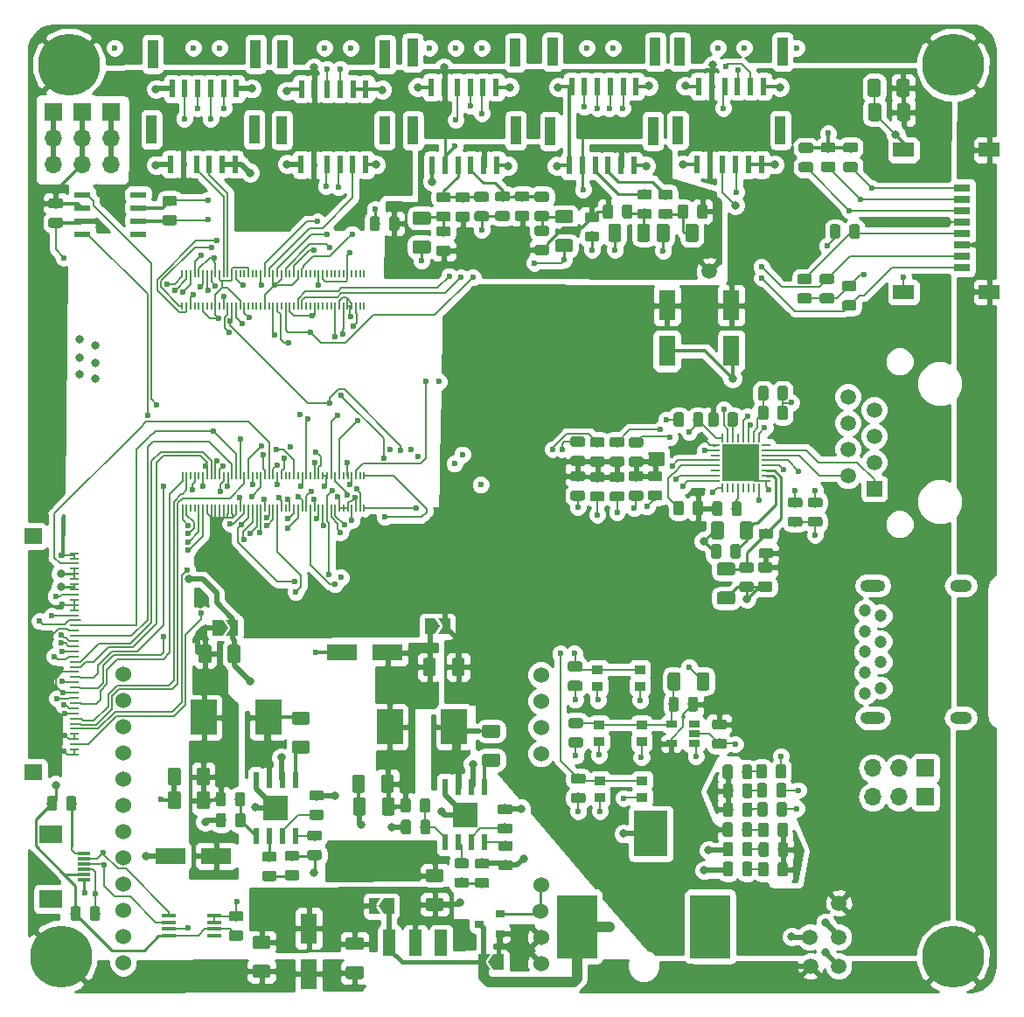
<source format=gbr>
G04 #@! TF.GenerationSoftware,KiCad,Pcbnew,(5.0.0)*
G04 #@! TF.CreationDate,2018-11-20T23:03:42-05:00*
G04 #@! TF.ProjectId,DART6UL_BREAKOUT,4441525436554C5F425245414B4F5554,rev?*
G04 #@! TF.SameCoordinates,Original*
G04 #@! TF.FileFunction,Copper,L1,Top,Signal*
G04 #@! TF.FilePolarity,Positive*
%FSLAX46Y46*%
G04 Gerber Fmt 4.6, Leading zero omitted, Abs format (unit mm)*
G04 Created by KiCad (PCBNEW (5.0.0)) date 11/20/18 23:03:42*
%MOMM*%
%LPD*%
G01*
G04 APERTURE LIST*
G04 #@! TA.AperFunction,ComponentPad*
%ADD10R,1.500000X1.500000*%
G04 #@! TD*
G04 #@! TA.AperFunction,ComponentPad*
%ADD11C,1.500000*%
G04 #@! TD*
G04 #@! TA.AperFunction,Conductor*
%ADD12C,0.100000*%
G04 #@! TD*
G04 #@! TA.AperFunction,SMDPad,CuDef*
%ADD13C,0.975000*%
G04 #@! TD*
G04 #@! TA.AperFunction,SMDPad,CuDef*
%ADD14R,2.000000X1.450000*%
G04 #@! TD*
G04 #@! TA.AperFunction,SMDPad,CuDef*
%ADD15R,1.500000X0.800000*%
G04 #@! TD*
G04 #@! TA.AperFunction,SMDPad,CuDef*
%ADD16C,1.250000*%
G04 #@! TD*
G04 #@! TA.AperFunction,SMDPad,CuDef*
%ADD17R,0.812800X0.254000*%
G04 #@! TD*
G04 #@! TA.AperFunction,SMDPad,CuDef*
%ADD18R,1.701800X1.524000*%
G04 #@! TD*
G04 #@! TA.AperFunction,SMDPad,CuDef*
%ADD19R,0.825000X0.250000*%
G04 #@! TD*
G04 #@! TA.AperFunction,SMDPad,CuDef*
%ADD20R,0.250000X0.825000*%
G04 #@! TD*
G04 #@! TA.AperFunction,SMDPad,CuDef*
%ADD21R,3.600000X3.600000*%
G04 #@! TD*
G04 #@! TA.AperFunction,SMDPad,CuDef*
%ADD22R,0.200000X0.700000*%
G04 #@! TD*
G04 #@! TA.AperFunction,SMDPad,CuDef*
%ADD23R,3.300000X4.400000*%
G04 #@! TD*
G04 #@! TA.AperFunction,SMDPad,CuDef*
%ADD24R,3.900000X6.200000*%
G04 #@! TD*
G04 #@! TA.AperFunction,ComponentPad*
%ADD25O,1.700000X1.700000*%
G04 #@! TD*
G04 #@! TA.AperFunction,ComponentPad*
%ADD26R,1.700000X1.700000*%
G04 #@! TD*
G04 #@! TA.AperFunction,SMDPad,CuDef*
%ADD27R,2.200000X1.800000*%
G04 #@! TD*
G04 #@! TA.AperFunction,SMDPad,CuDef*
%ADD28R,1.300000X0.300000*%
G04 #@! TD*
G04 #@! TA.AperFunction,SMDPad,CuDef*
%ADD29C,0.300000*%
G04 #@! TD*
G04 #@! TA.AperFunction,SMDPad,CuDef*
%ADD30R,2.500000X3.400000*%
G04 #@! TD*
G04 #@! TA.AperFunction,ComponentPad*
%ADD31C,6.000000*%
G04 #@! TD*
G04 #@! TA.AperFunction,SMDPad,CuDef*
%ADD32R,0.900000X0.800000*%
G04 #@! TD*
G04 #@! TA.AperFunction,SMDPad,CuDef*
%ADD33R,1.000000X0.900000*%
G04 #@! TD*
G04 #@! TA.AperFunction,BGAPad,CuDef*
%ADD34C,1.500000*%
G04 #@! TD*
G04 #@! TA.AperFunction,SMDPad,CuDef*
%ADD35R,0.600000X1.550000*%
G04 #@! TD*
G04 #@! TA.AperFunction,SMDPad,CuDef*
%ADD36R,2.350000X2.350000*%
G04 #@! TD*
G04 #@! TA.AperFunction,SMDPad,CuDef*
%ADD37R,1.450000X0.450000*%
G04 #@! TD*
G04 #@! TA.AperFunction,SMDPad,CuDef*
%ADD38R,1.550000X0.600000*%
G04 #@! TD*
G04 #@! TA.AperFunction,SMDPad,CuDef*
%ADD39R,1.060000X0.650000*%
G04 #@! TD*
G04 #@! TA.AperFunction,ComponentPad*
%ADD40C,1.524000*%
G04 #@! TD*
G04 #@! TA.AperFunction,SMDPad,CuDef*
%ADD41R,1.250000X2.500000*%
G04 #@! TD*
G04 #@! TA.AperFunction,SMDPad,CuDef*
%ADD42R,0.600000X1.700000*%
G04 #@! TD*
G04 #@! TA.AperFunction,SMDPad,CuDef*
%ADD43R,1.000000X2.800000*%
G04 #@! TD*
G04 #@! TA.AperFunction,SMDPad,CuDef*
%ADD44R,1.600000X3.000000*%
G04 #@! TD*
G04 #@! TA.AperFunction,SMDPad,CuDef*
%ADD45R,3.000000X1.600000*%
G04 #@! TD*
G04 #@! TA.AperFunction,ComponentPad*
%ADD46C,1.200000*%
G04 #@! TD*
G04 #@! TA.AperFunction,ComponentPad*
%ADD47O,2.400000X1.200000*%
G04 #@! TD*
G04 #@! TA.AperFunction,ComponentPad*
%ADD48O,2.100000X1.200000*%
G04 #@! TD*
G04 #@! TA.AperFunction,ViaPad*
%ADD49C,0.800000*%
G04 #@! TD*
G04 #@! TA.AperFunction,ViaPad*
%ADD50C,0.600000*%
G04 #@! TD*
G04 #@! TA.AperFunction,ViaPad*
%ADD51C,0.830000*%
G04 #@! TD*
G04 #@! TA.AperFunction,Conductor*
%ADD52C,0.500000*%
G04 #@! TD*
G04 #@! TA.AperFunction,Conductor*
%ADD53C,0.250000*%
G04 #@! TD*
G04 #@! TA.AperFunction,Conductor*
%ADD54C,0.160000*%
G04 #@! TD*
G04 #@! TA.AperFunction,Conductor*
%ADD55C,0.300000*%
G04 #@! TD*
G04 #@! TA.AperFunction,Conductor*
%ADD56C,0.200000*%
G04 #@! TD*
G04 #@! TA.AperFunction,Conductor*
%ADD57C,0.350000*%
G04 #@! TD*
G04 #@! TA.AperFunction,Conductor*
%ADD58C,0.400000*%
G04 #@! TD*
G04 #@! TA.AperFunction,Conductor*
%ADD59C,1.000000*%
G04 #@! TD*
G04 #@! TA.AperFunction,Conductor*
%ADD60C,0.254000*%
G04 #@! TD*
G04 APERTURE END LIST*
D10*
G04 #@! TO.P,J4,1*
G04 #@! TO.N,/CONNECTORS/E_CONN0*
X218313000Y-75692000D03*
D11*
G04 #@! TO.P,J4,2*
G04 #@! TO.N,/CONNECTORS/E_CONN1*
X215773000Y-74422000D03*
G04 #@! TO.P,J4,3*
G04 #@! TO.N,/CONNECTORS/E_CONN2*
X218313000Y-73152000D03*
G04 #@! TO.P,J4,4*
G04 #@! TO.N,/CONNECTORS/E_CONN3*
X215773000Y-71882000D03*
G04 #@! TO.P,J4,5*
G04 #@! TO.N,/CONNECTORS/E_CONN4*
X218313000Y-70612000D03*
G04 #@! TO.P,J4,6*
G04 #@! TO.N,/CONNECTORS/E_CONN5*
X215773000Y-69342000D03*
G04 #@! TO.P,J4,7*
G04 #@! TO.N,/CONNECTORS/E_CONN6*
X218313000Y-68072000D03*
G04 #@! TO.P,J4,8*
G04 #@! TO.N,/CONNECTORS/E_CONN7*
X215773000Y-66802000D03*
G04 #@! TD*
D12*
G04 #@! TO.N,/SOM_BREAKOUT/SD1_DATA1*
G04 #@! TO.C,D15*
G36*
X216380142Y-57474174D02*
X216403803Y-57477684D01*
X216427007Y-57483496D01*
X216449529Y-57491554D01*
X216471153Y-57501782D01*
X216491670Y-57514079D01*
X216510883Y-57528329D01*
X216528607Y-57544393D01*
X216544671Y-57562117D01*
X216558921Y-57581330D01*
X216571218Y-57601847D01*
X216581446Y-57623471D01*
X216589504Y-57645993D01*
X216595316Y-57669197D01*
X216598826Y-57692858D01*
X216600000Y-57716750D01*
X216600000Y-58204250D01*
X216598826Y-58228142D01*
X216595316Y-58251803D01*
X216589504Y-58275007D01*
X216581446Y-58297529D01*
X216571218Y-58319153D01*
X216558921Y-58339670D01*
X216544671Y-58358883D01*
X216528607Y-58376607D01*
X216510883Y-58392671D01*
X216491670Y-58406921D01*
X216471153Y-58419218D01*
X216449529Y-58429446D01*
X216427007Y-58437504D01*
X216403803Y-58443316D01*
X216380142Y-58446826D01*
X216356250Y-58448000D01*
X215443750Y-58448000D01*
X215419858Y-58446826D01*
X215396197Y-58443316D01*
X215372993Y-58437504D01*
X215350471Y-58429446D01*
X215328847Y-58419218D01*
X215308330Y-58406921D01*
X215289117Y-58392671D01*
X215271393Y-58376607D01*
X215255329Y-58358883D01*
X215241079Y-58339670D01*
X215228782Y-58319153D01*
X215218554Y-58297529D01*
X215210496Y-58275007D01*
X215204684Y-58251803D01*
X215201174Y-58228142D01*
X215200000Y-58204250D01*
X215200000Y-57716750D01*
X215201174Y-57692858D01*
X215204684Y-57669197D01*
X215210496Y-57645993D01*
X215218554Y-57623471D01*
X215228782Y-57601847D01*
X215241079Y-57581330D01*
X215255329Y-57562117D01*
X215271393Y-57544393D01*
X215289117Y-57528329D01*
X215308330Y-57514079D01*
X215328847Y-57501782D01*
X215350471Y-57491554D01*
X215372993Y-57483496D01*
X215396197Y-57477684D01*
X215419858Y-57474174D01*
X215443750Y-57473000D01*
X216356250Y-57473000D01*
X216380142Y-57474174D01*
X216380142Y-57474174D01*
G37*
D13*
G04 #@! TD*
G04 #@! TO.P,D15,2*
G04 #@! TO.N,/SOM_BREAKOUT/SD1_DATA1*
X215900000Y-57960500D03*
D12*
G04 #@! TO.N,GND*
G04 #@! TO.C,D15*
G36*
X216380142Y-55599174D02*
X216403803Y-55602684D01*
X216427007Y-55608496D01*
X216449529Y-55616554D01*
X216471153Y-55626782D01*
X216491670Y-55639079D01*
X216510883Y-55653329D01*
X216528607Y-55669393D01*
X216544671Y-55687117D01*
X216558921Y-55706330D01*
X216571218Y-55726847D01*
X216581446Y-55748471D01*
X216589504Y-55770993D01*
X216595316Y-55794197D01*
X216598826Y-55817858D01*
X216600000Y-55841750D01*
X216600000Y-56329250D01*
X216598826Y-56353142D01*
X216595316Y-56376803D01*
X216589504Y-56400007D01*
X216581446Y-56422529D01*
X216571218Y-56444153D01*
X216558921Y-56464670D01*
X216544671Y-56483883D01*
X216528607Y-56501607D01*
X216510883Y-56517671D01*
X216491670Y-56531921D01*
X216471153Y-56544218D01*
X216449529Y-56554446D01*
X216427007Y-56562504D01*
X216403803Y-56568316D01*
X216380142Y-56571826D01*
X216356250Y-56573000D01*
X215443750Y-56573000D01*
X215419858Y-56571826D01*
X215396197Y-56568316D01*
X215372993Y-56562504D01*
X215350471Y-56554446D01*
X215328847Y-56544218D01*
X215308330Y-56531921D01*
X215289117Y-56517671D01*
X215271393Y-56501607D01*
X215255329Y-56483883D01*
X215241079Y-56464670D01*
X215228782Y-56444153D01*
X215218554Y-56422529D01*
X215210496Y-56400007D01*
X215204684Y-56376803D01*
X215201174Y-56353142D01*
X215200000Y-56329250D01*
X215200000Y-55841750D01*
X215201174Y-55817858D01*
X215204684Y-55794197D01*
X215210496Y-55770993D01*
X215218554Y-55748471D01*
X215228782Y-55726847D01*
X215241079Y-55706330D01*
X215255329Y-55687117D01*
X215271393Y-55669393D01*
X215289117Y-55653329D01*
X215308330Y-55639079D01*
X215328847Y-55626782D01*
X215350471Y-55616554D01*
X215372993Y-55608496D01*
X215396197Y-55602684D01*
X215419858Y-55599174D01*
X215443750Y-55598000D01*
X216356250Y-55598000D01*
X216380142Y-55599174D01*
X216380142Y-55599174D01*
G37*
D13*
G04 #@! TD*
G04 #@! TO.P,D15,1*
G04 #@! TO.N,GND*
X215900000Y-56085500D03*
D14*
G04 #@! TO.P,J5,9*
G04 #@! TO.N,GND*
X229448000Y-56659000D03*
X229448000Y-42909000D03*
X221148000Y-42909000D03*
X221148000Y-56659000D03*
D15*
G04 #@! TO.P,J5,8*
G04 #@! TO.N,/SOM_BREAKOUT/SD1_DATA1*
X226848000Y-54284000D03*
G04 #@! TO.P,J5,7*
G04 #@! TO.N,/SOM_BREAKOUT/SD1_DATA0*
X226848000Y-53184000D03*
G04 #@! TO.P,J5,6*
G04 #@! TO.N,GND*
X226848000Y-52084000D03*
G04 #@! TO.P,J5,5*
G04 #@! TO.N,Net-(D13-Pad2)*
X226848000Y-50984000D03*
G04 #@! TO.P,J5,4*
G04 #@! TO.N,3V3DC*
X226848000Y-49884000D03*
G04 #@! TO.P,J5,3*
G04 #@! TO.N,/SOM_BREAKOUT/SD1_CMD*
X226848000Y-48784000D03*
G04 #@! TO.P,J5,2*
G04 #@! TO.N,/SOM_BREAKOUT/SD1_DATA3*
X226848000Y-47684000D03*
G04 #@! TO.P,J5,1*
G04 #@! TO.N,/SOM_BREAKOUT/SD1_DATA2*
X226848000Y-46584000D03*
G04 #@! TD*
D12*
G04 #@! TO.N,/AUDIO5*
G04 #@! TO.C,C19*
G36*
X175160204Y-51680804D02*
X175184473Y-51684404D01*
X175208271Y-51690365D01*
X175231371Y-51698630D01*
X175253549Y-51709120D01*
X175274593Y-51721733D01*
X175294298Y-51736347D01*
X175312477Y-51752823D01*
X175328953Y-51771002D01*
X175343567Y-51790707D01*
X175356180Y-51811751D01*
X175366670Y-51833929D01*
X175374935Y-51857029D01*
X175380896Y-51880827D01*
X175384496Y-51905096D01*
X175385700Y-51929600D01*
X175385700Y-52679600D01*
X175384496Y-52704104D01*
X175380896Y-52728373D01*
X175374935Y-52752171D01*
X175366670Y-52775271D01*
X175356180Y-52797449D01*
X175343567Y-52818493D01*
X175328953Y-52838198D01*
X175312477Y-52856377D01*
X175294298Y-52872853D01*
X175274593Y-52887467D01*
X175253549Y-52900080D01*
X175231371Y-52910570D01*
X175208271Y-52918835D01*
X175184473Y-52924796D01*
X175160204Y-52928396D01*
X175135700Y-52929600D01*
X173885700Y-52929600D01*
X173861196Y-52928396D01*
X173836927Y-52924796D01*
X173813129Y-52918835D01*
X173790029Y-52910570D01*
X173767851Y-52900080D01*
X173746807Y-52887467D01*
X173727102Y-52872853D01*
X173708923Y-52856377D01*
X173692447Y-52838198D01*
X173677833Y-52818493D01*
X173665220Y-52797449D01*
X173654730Y-52775271D01*
X173646465Y-52752171D01*
X173640504Y-52728373D01*
X173636904Y-52704104D01*
X173635700Y-52679600D01*
X173635700Y-51929600D01*
X173636904Y-51905096D01*
X173640504Y-51880827D01*
X173646465Y-51857029D01*
X173654730Y-51833929D01*
X173665220Y-51811751D01*
X173677833Y-51790707D01*
X173692447Y-51771002D01*
X173708923Y-51752823D01*
X173727102Y-51736347D01*
X173746807Y-51721733D01*
X173767851Y-51709120D01*
X173790029Y-51698630D01*
X173813129Y-51690365D01*
X173836927Y-51684404D01*
X173861196Y-51680804D01*
X173885700Y-51679600D01*
X175135700Y-51679600D01*
X175160204Y-51680804D01*
X175160204Y-51680804D01*
G37*
D16*
G04 #@! TD*
G04 #@! TO.P,C19,2*
G04 #@! TO.N,/AUDIO5*
X174510700Y-52304600D03*
D12*
G04 #@! TO.N,Net-(C19-Pad1)*
G04 #@! TO.C,C19*
G36*
X175160204Y-48880804D02*
X175184473Y-48884404D01*
X175208271Y-48890365D01*
X175231371Y-48898630D01*
X175253549Y-48909120D01*
X175274593Y-48921733D01*
X175294298Y-48936347D01*
X175312477Y-48952823D01*
X175328953Y-48971002D01*
X175343567Y-48990707D01*
X175356180Y-49011751D01*
X175366670Y-49033929D01*
X175374935Y-49057029D01*
X175380896Y-49080827D01*
X175384496Y-49105096D01*
X175385700Y-49129600D01*
X175385700Y-49879600D01*
X175384496Y-49904104D01*
X175380896Y-49928373D01*
X175374935Y-49952171D01*
X175366670Y-49975271D01*
X175356180Y-49997449D01*
X175343567Y-50018493D01*
X175328953Y-50038198D01*
X175312477Y-50056377D01*
X175294298Y-50072853D01*
X175274593Y-50087467D01*
X175253549Y-50100080D01*
X175231371Y-50110570D01*
X175208271Y-50118835D01*
X175184473Y-50124796D01*
X175160204Y-50128396D01*
X175135700Y-50129600D01*
X173885700Y-50129600D01*
X173861196Y-50128396D01*
X173836927Y-50124796D01*
X173813129Y-50118835D01*
X173790029Y-50110570D01*
X173767851Y-50100080D01*
X173746807Y-50087467D01*
X173727102Y-50072853D01*
X173708923Y-50056377D01*
X173692447Y-50038198D01*
X173677833Y-50018493D01*
X173665220Y-49997449D01*
X173654730Y-49975271D01*
X173646465Y-49952171D01*
X173640504Y-49928373D01*
X173636904Y-49904104D01*
X173635700Y-49879600D01*
X173635700Y-49129600D01*
X173636904Y-49105096D01*
X173640504Y-49080827D01*
X173646465Y-49057029D01*
X173654730Y-49033929D01*
X173665220Y-49011751D01*
X173677833Y-48990707D01*
X173692447Y-48971002D01*
X173708923Y-48952823D01*
X173727102Y-48936347D01*
X173746807Y-48921733D01*
X173767851Y-48909120D01*
X173790029Y-48898630D01*
X173813129Y-48890365D01*
X173836927Y-48884404D01*
X173861196Y-48880804D01*
X173885700Y-48879600D01*
X175135700Y-48879600D01*
X175160204Y-48880804D01*
X175160204Y-48880804D01*
G37*
D16*
G04 #@! TD*
G04 #@! TO.P,C19,1*
G04 #@! TO.N,Net-(C19-Pad1)*
X174510700Y-49504600D03*
D17*
G04 #@! TO.P,J20,1*
G04 #@! TO.N,GND*
X140906500Y-81956501D03*
G04 #@! TO.P,J20,2*
X140906500Y-82456500D03*
G04 #@! TO.P,J20,3*
G04 #@! TO.N,/CONNECTORS/LCD20*
X140906500Y-82956502D03*
G04 #@! TO.P,J20,4*
G04 #@! TO.N,5VDC*
X140906500Y-83456501D03*
G04 #@! TO.P,J20,5*
X140906500Y-83956502D03*
G04 #@! TO.P,J20,6*
X140906500Y-84456501D03*
G04 #@! TO.P,J20,7*
G04 #@! TO.N,3V3DC*
X140906500Y-84956500D03*
G04 #@! TO.P,J20,8*
X140906500Y-85456502D03*
G04 #@! TO.P,J20,9*
G04 #@! TO.N,/CONNECTORS/LCD19*
X140906500Y-85956501D03*
G04 #@! TO.P,J20,10*
G04 #@! TO.N,GND*
X140906500Y-86456500D03*
G04 #@! TO.P,J20,11*
X140906500Y-86956501D03*
G04 #@! TO.P,J20,12*
X140906500Y-87456500D03*
G04 #@! TO.P,J20,13*
G04 #@! TO.N,/CONNECTORS/LCD18*
X140906500Y-87956502D03*
G04 #@! TO.P,J20,14*
G04 #@! TO.N,/CONNECTORS/LCD17*
X140906500Y-88456501D03*
G04 #@! TO.P,J20,15*
G04 #@! TO.N,/CONNECTORS/LCD16*
X140906500Y-88956500D03*
G04 #@! TO.P,J20,16*
G04 #@! TO.N,GND*
X140906500Y-89456501D03*
G04 #@! TO.P,J20,17*
G04 #@! TO.N,/CONNECTORS/LCD15*
X140906500Y-89956500D03*
G04 #@! TO.P,J20,18*
G04 #@! TO.N,/CONNECTORS/LCD14*
X140906500Y-90456502D03*
G04 #@! TO.P,J20,19*
G04 #@! TO.N,/CONNECTORS/LCD13*
X140906500Y-90956501D03*
G04 #@! TO.P,J20,20*
G04 #@! TO.N,GND*
X140906500Y-91456500D03*
G04 #@! TO.P,J20,21*
G04 #@! TO.N,/CONNECTORS/LCD12*
X140906500Y-91956502D03*
G04 #@! TO.P,J20,22*
G04 #@! TO.N,/CONNECTORS/LCD11*
X140906500Y-92456500D03*
G04 #@! TO.P,J20,23*
G04 #@! TO.N,/CONNECTORS/LCD10*
X140906500Y-92956502D03*
G04 #@! TO.P,J20,24*
G04 #@! TO.N,GND*
X140906500Y-93456501D03*
G04 #@! TO.P,J20,25*
G04 #@! TO.N,/CONNECTORS/LCD9*
X140906500Y-93956500D03*
G04 #@! TO.P,J20,26*
G04 #@! TO.N,/CONNECTORS/LCD8*
X140906500Y-94456502D03*
G04 #@! TO.P,J20,27*
G04 #@! TO.N,/CONNECTORS/LCD7*
X140906500Y-94956501D03*
G04 #@! TO.P,J20,28*
G04 #@! TO.N,GND*
X140906500Y-95456502D03*
G04 #@! TO.P,J20,29*
G04 #@! TO.N,/CONNECTORS/LCD6*
X140906500Y-95956501D03*
G04 #@! TO.P,J20,30*
G04 #@! TO.N,/CONNECTORS/LCD5*
X140906500Y-96456500D03*
G04 #@! TO.P,J20,31*
G04 #@! TO.N,/CONNECTORS/LCD4*
X140906500Y-96956502D03*
G04 #@! TO.P,J20,32*
G04 #@! TO.N,GND*
X140906500Y-97456501D03*
G04 #@! TO.P,J20,33*
G04 #@! TO.N,/CONNECTORS/LCD3*
X140906500Y-97956502D03*
G04 #@! TO.P,J20,34*
G04 #@! TO.N,/CONNECTORS/LCD2*
X140906500Y-98456501D03*
G04 #@! TO.P,J20,35*
G04 #@! TO.N,/CONNECTORS/LCD1*
X140906500Y-98956500D03*
G04 #@! TO.P,J20,36*
G04 #@! TO.N,GND*
X140906500Y-99456502D03*
G04 #@! TO.P,J20,37*
X140906500Y-99956501D03*
G04 #@! TO.P,J20,38*
G04 #@! TO.N,/CONNECTORS/LCD0*
X140906500Y-100456502D03*
G04 #@! TO.P,J20,39*
G04 #@! TO.N,GND*
X140906500Y-100956501D03*
G04 #@! TO.P,J20,40*
X140906500Y-101456500D03*
D18*
G04 #@! TO.P,J20,41*
G04 #@! TO.N,N/C*
X136893300Y-103111102D03*
G04 #@! TO.P,J20,42*
X136893300Y-80301902D03*
G04 #@! TD*
D12*
G04 #@! TO.N,3V3DC*
G04 #@! TO.C,R32*
G36*
X203017822Y-68302814D02*
X203041483Y-68306324D01*
X203064687Y-68312136D01*
X203087209Y-68320194D01*
X203108833Y-68330422D01*
X203129350Y-68342719D01*
X203148563Y-68356969D01*
X203166287Y-68373033D01*
X203182351Y-68390757D01*
X203196601Y-68409970D01*
X203208898Y-68430487D01*
X203219126Y-68452111D01*
X203227184Y-68474633D01*
X203232996Y-68497837D01*
X203236506Y-68521498D01*
X203237680Y-68545390D01*
X203237680Y-69457890D01*
X203236506Y-69481782D01*
X203232996Y-69505443D01*
X203227184Y-69528647D01*
X203219126Y-69551169D01*
X203208898Y-69572793D01*
X203196601Y-69593310D01*
X203182351Y-69612523D01*
X203166287Y-69630247D01*
X203148563Y-69646311D01*
X203129350Y-69660561D01*
X203108833Y-69672858D01*
X203087209Y-69683086D01*
X203064687Y-69691144D01*
X203041483Y-69696956D01*
X203017822Y-69700466D01*
X202993930Y-69701640D01*
X202506430Y-69701640D01*
X202482538Y-69700466D01*
X202458877Y-69696956D01*
X202435673Y-69691144D01*
X202413151Y-69683086D01*
X202391527Y-69672858D01*
X202371010Y-69660561D01*
X202351797Y-69646311D01*
X202334073Y-69630247D01*
X202318009Y-69612523D01*
X202303759Y-69593310D01*
X202291462Y-69572793D01*
X202281234Y-69551169D01*
X202273176Y-69528647D01*
X202267364Y-69505443D01*
X202263854Y-69481782D01*
X202262680Y-69457890D01*
X202262680Y-68545390D01*
X202263854Y-68521498D01*
X202267364Y-68497837D01*
X202273176Y-68474633D01*
X202281234Y-68452111D01*
X202291462Y-68430487D01*
X202303759Y-68409970D01*
X202318009Y-68390757D01*
X202334073Y-68373033D01*
X202351797Y-68356969D01*
X202371010Y-68342719D01*
X202391527Y-68330422D01*
X202413151Y-68320194D01*
X202435673Y-68312136D01*
X202458877Y-68306324D01*
X202482538Y-68302814D01*
X202506430Y-68301640D01*
X202993930Y-68301640D01*
X203017822Y-68302814D01*
X203017822Y-68302814D01*
G37*
D13*
G04 #@! TD*
G04 #@! TO.P,R32,1*
G04 #@! TO.N,3V3DC*
X202750180Y-69001640D03*
D12*
G04 #@! TO.N,Net-(IC1-Pad14)*
G04 #@! TO.C,R32*
G36*
X204892822Y-68302814D02*
X204916483Y-68306324D01*
X204939687Y-68312136D01*
X204962209Y-68320194D01*
X204983833Y-68330422D01*
X205004350Y-68342719D01*
X205023563Y-68356969D01*
X205041287Y-68373033D01*
X205057351Y-68390757D01*
X205071601Y-68409970D01*
X205083898Y-68430487D01*
X205094126Y-68452111D01*
X205102184Y-68474633D01*
X205107996Y-68497837D01*
X205111506Y-68521498D01*
X205112680Y-68545390D01*
X205112680Y-69457890D01*
X205111506Y-69481782D01*
X205107996Y-69505443D01*
X205102184Y-69528647D01*
X205094126Y-69551169D01*
X205083898Y-69572793D01*
X205071601Y-69593310D01*
X205057351Y-69612523D01*
X205041287Y-69630247D01*
X205023563Y-69646311D01*
X205004350Y-69660561D01*
X204983833Y-69672858D01*
X204962209Y-69683086D01*
X204939687Y-69691144D01*
X204916483Y-69696956D01*
X204892822Y-69700466D01*
X204868930Y-69701640D01*
X204381430Y-69701640D01*
X204357538Y-69700466D01*
X204333877Y-69696956D01*
X204310673Y-69691144D01*
X204288151Y-69683086D01*
X204266527Y-69672858D01*
X204246010Y-69660561D01*
X204226797Y-69646311D01*
X204209073Y-69630247D01*
X204193009Y-69612523D01*
X204178759Y-69593310D01*
X204166462Y-69572793D01*
X204156234Y-69551169D01*
X204148176Y-69528647D01*
X204142364Y-69505443D01*
X204138854Y-69481782D01*
X204137680Y-69457890D01*
X204137680Y-68545390D01*
X204138854Y-68521498D01*
X204142364Y-68497837D01*
X204148176Y-68474633D01*
X204156234Y-68452111D01*
X204166462Y-68430487D01*
X204178759Y-68409970D01*
X204193009Y-68390757D01*
X204209073Y-68373033D01*
X204226797Y-68356969D01*
X204246010Y-68342719D01*
X204266527Y-68330422D01*
X204288151Y-68320194D01*
X204310673Y-68312136D01*
X204333877Y-68306324D01*
X204357538Y-68302814D01*
X204381430Y-68301640D01*
X204868930Y-68301640D01*
X204892822Y-68302814D01*
X204892822Y-68302814D01*
G37*
D13*
G04 #@! TD*
G04 #@! TO.P,R32,2*
G04 #@! TO.N,Net-(IC1-Pad14)*
X204625180Y-69001640D03*
D12*
G04 #@! TO.N,GND*
G04 #@! TO.C,R29*
G36*
X209718822Y-67667814D02*
X209742483Y-67671324D01*
X209765687Y-67677136D01*
X209788209Y-67685194D01*
X209809833Y-67695422D01*
X209830350Y-67707719D01*
X209849563Y-67721969D01*
X209867287Y-67738033D01*
X209883351Y-67755757D01*
X209897601Y-67774970D01*
X209909898Y-67795487D01*
X209920126Y-67817111D01*
X209928184Y-67839633D01*
X209933996Y-67862837D01*
X209937506Y-67886498D01*
X209938680Y-67910390D01*
X209938680Y-68822890D01*
X209937506Y-68846782D01*
X209933996Y-68870443D01*
X209928184Y-68893647D01*
X209920126Y-68916169D01*
X209909898Y-68937793D01*
X209897601Y-68958310D01*
X209883351Y-68977523D01*
X209867287Y-68995247D01*
X209849563Y-69011311D01*
X209830350Y-69025561D01*
X209809833Y-69037858D01*
X209788209Y-69048086D01*
X209765687Y-69056144D01*
X209742483Y-69061956D01*
X209718822Y-69065466D01*
X209694930Y-69066640D01*
X209207430Y-69066640D01*
X209183538Y-69065466D01*
X209159877Y-69061956D01*
X209136673Y-69056144D01*
X209114151Y-69048086D01*
X209092527Y-69037858D01*
X209072010Y-69025561D01*
X209052797Y-69011311D01*
X209035073Y-68995247D01*
X209019009Y-68977523D01*
X209004759Y-68958310D01*
X208992462Y-68937793D01*
X208982234Y-68916169D01*
X208974176Y-68893647D01*
X208968364Y-68870443D01*
X208964854Y-68846782D01*
X208963680Y-68822890D01*
X208963680Y-67910390D01*
X208964854Y-67886498D01*
X208968364Y-67862837D01*
X208974176Y-67839633D01*
X208982234Y-67817111D01*
X208992462Y-67795487D01*
X209004759Y-67774970D01*
X209019009Y-67755757D01*
X209035073Y-67738033D01*
X209052797Y-67721969D01*
X209072010Y-67707719D01*
X209092527Y-67695422D01*
X209114151Y-67685194D01*
X209136673Y-67677136D01*
X209159877Y-67671324D01*
X209183538Y-67667814D01*
X209207430Y-67666640D01*
X209694930Y-67666640D01*
X209718822Y-67667814D01*
X209718822Y-67667814D01*
G37*
D13*
G04 #@! TD*
G04 #@! TO.P,R29,2*
G04 #@! TO.N,GND*
X209451180Y-68366640D03*
D12*
G04 #@! TO.N,Net-(C29-Pad1)*
G04 #@! TO.C,R29*
G36*
X207843822Y-67667814D02*
X207867483Y-67671324D01*
X207890687Y-67677136D01*
X207913209Y-67685194D01*
X207934833Y-67695422D01*
X207955350Y-67707719D01*
X207974563Y-67721969D01*
X207992287Y-67738033D01*
X208008351Y-67755757D01*
X208022601Y-67774970D01*
X208034898Y-67795487D01*
X208045126Y-67817111D01*
X208053184Y-67839633D01*
X208058996Y-67862837D01*
X208062506Y-67886498D01*
X208063680Y-67910390D01*
X208063680Y-68822890D01*
X208062506Y-68846782D01*
X208058996Y-68870443D01*
X208053184Y-68893647D01*
X208045126Y-68916169D01*
X208034898Y-68937793D01*
X208022601Y-68958310D01*
X208008351Y-68977523D01*
X207992287Y-68995247D01*
X207974563Y-69011311D01*
X207955350Y-69025561D01*
X207934833Y-69037858D01*
X207913209Y-69048086D01*
X207890687Y-69056144D01*
X207867483Y-69061956D01*
X207843822Y-69065466D01*
X207819930Y-69066640D01*
X207332430Y-69066640D01*
X207308538Y-69065466D01*
X207284877Y-69061956D01*
X207261673Y-69056144D01*
X207239151Y-69048086D01*
X207217527Y-69037858D01*
X207197010Y-69025561D01*
X207177797Y-69011311D01*
X207160073Y-68995247D01*
X207144009Y-68977523D01*
X207129759Y-68958310D01*
X207117462Y-68937793D01*
X207107234Y-68916169D01*
X207099176Y-68893647D01*
X207093364Y-68870443D01*
X207089854Y-68846782D01*
X207088680Y-68822890D01*
X207088680Y-67910390D01*
X207089854Y-67886498D01*
X207093364Y-67862837D01*
X207099176Y-67839633D01*
X207107234Y-67817111D01*
X207117462Y-67795487D01*
X207129759Y-67774970D01*
X207144009Y-67755757D01*
X207160073Y-67738033D01*
X207177797Y-67721969D01*
X207197010Y-67707719D01*
X207217527Y-67695422D01*
X207239151Y-67685194D01*
X207261673Y-67677136D01*
X207284877Y-67671324D01*
X207308538Y-67667814D01*
X207332430Y-67666640D01*
X207819930Y-67666640D01*
X207843822Y-67667814D01*
X207843822Y-67667814D01*
G37*
D13*
G04 #@! TD*
G04 #@! TO.P,R29,1*
G04 #@! TO.N,Net-(C29-Pad1)*
X207576180Y-68366640D03*
D12*
G04 #@! TO.N,GND*
G04 #@! TO.C,C29*
G36*
X209723902Y-65757734D02*
X209747563Y-65761244D01*
X209770767Y-65767056D01*
X209793289Y-65775114D01*
X209814913Y-65785342D01*
X209835430Y-65797639D01*
X209854643Y-65811889D01*
X209872367Y-65827953D01*
X209888431Y-65845677D01*
X209902681Y-65864890D01*
X209914978Y-65885407D01*
X209925206Y-65907031D01*
X209933264Y-65929553D01*
X209939076Y-65952757D01*
X209942586Y-65976418D01*
X209943760Y-66000310D01*
X209943760Y-66912810D01*
X209942586Y-66936702D01*
X209939076Y-66960363D01*
X209933264Y-66983567D01*
X209925206Y-67006089D01*
X209914978Y-67027713D01*
X209902681Y-67048230D01*
X209888431Y-67067443D01*
X209872367Y-67085167D01*
X209854643Y-67101231D01*
X209835430Y-67115481D01*
X209814913Y-67127778D01*
X209793289Y-67138006D01*
X209770767Y-67146064D01*
X209747563Y-67151876D01*
X209723902Y-67155386D01*
X209700010Y-67156560D01*
X209212510Y-67156560D01*
X209188618Y-67155386D01*
X209164957Y-67151876D01*
X209141753Y-67146064D01*
X209119231Y-67138006D01*
X209097607Y-67127778D01*
X209077090Y-67115481D01*
X209057877Y-67101231D01*
X209040153Y-67085167D01*
X209024089Y-67067443D01*
X209009839Y-67048230D01*
X208997542Y-67027713D01*
X208987314Y-67006089D01*
X208979256Y-66983567D01*
X208973444Y-66960363D01*
X208969934Y-66936702D01*
X208968760Y-66912810D01*
X208968760Y-66000310D01*
X208969934Y-65976418D01*
X208973444Y-65952757D01*
X208979256Y-65929553D01*
X208987314Y-65907031D01*
X208997542Y-65885407D01*
X209009839Y-65864890D01*
X209024089Y-65845677D01*
X209040153Y-65827953D01*
X209057877Y-65811889D01*
X209077090Y-65797639D01*
X209097607Y-65785342D01*
X209119231Y-65775114D01*
X209141753Y-65767056D01*
X209164957Y-65761244D01*
X209188618Y-65757734D01*
X209212510Y-65756560D01*
X209700010Y-65756560D01*
X209723902Y-65757734D01*
X209723902Y-65757734D01*
G37*
D13*
G04 #@! TD*
G04 #@! TO.P,C29,2*
G04 #@! TO.N,GND*
X209456260Y-66456560D03*
D12*
G04 #@! TO.N,Net-(C29-Pad1)*
G04 #@! TO.C,C29*
G36*
X207848902Y-65757734D02*
X207872563Y-65761244D01*
X207895767Y-65767056D01*
X207918289Y-65775114D01*
X207939913Y-65785342D01*
X207960430Y-65797639D01*
X207979643Y-65811889D01*
X207997367Y-65827953D01*
X208013431Y-65845677D01*
X208027681Y-65864890D01*
X208039978Y-65885407D01*
X208050206Y-65907031D01*
X208058264Y-65929553D01*
X208064076Y-65952757D01*
X208067586Y-65976418D01*
X208068760Y-66000310D01*
X208068760Y-66912810D01*
X208067586Y-66936702D01*
X208064076Y-66960363D01*
X208058264Y-66983567D01*
X208050206Y-67006089D01*
X208039978Y-67027713D01*
X208027681Y-67048230D01*
X208013431Y-67067443D01*
X207997367Y-67085167D01*
X207979643Y-67101231D01*
X207960430Y-67115481D01*
X207939913Y-67127778D01*
X207918289Y-67138006D01*
X207895767Y-67146064D01*
X207872563Y-67151876D01*
X207848902Y-67155386D01*
X207825010Y-67156560D01*
X207337510Y-67156560D01*
X207313618Y-67155386D01*
X207289957Y-67151876D01*
X207266753Y-67146064D01*
X207244231Y-67138006D01*
X207222607Y-67127778D01*
X207202090Y-67115481D01*
X207182877Y-67101231D01*
X207165153Y-67085167D01*
X207149089Y-67067443D01*
X207134839Y-67048230D01*
X207122542Y-67027713D01*
X207112314Y-67006089D01*
X207104256Y-66983567D01*
X207098444Y-66960363D01*
X207094934Y-66936702D01*
X207093760Y-66912810D01*
X207093760Y-66000310D01*
X207094934Y-65976418D01*
X207098444Y-65952757D01*
X207104256Y-65929553D01*
X207112314Y-65907031D01*
X207122542Y-65885407D01*
X207134839Y-65864890D01*
X207149089Y-65845677D01*
X207165153Y-65827953D01*
X207182877Y-65811889D01*
X207202090Y-65797639D01*
X207222607Y-65785342D01*
X207244231Y-65775114D01*
X207266753Y-65767056D01*
X207289957Y-65761244D01*
X207313618Y-65757734D01*
X207337510Y-65756560D01*
X207825010Y-65756560D01*
X207848902Y-65757734D01*
X207848902Y-65757734D01*
G37*
D13*
G04 #@! TD*
G04 #@! TO.P,C29,1*
G04 #@! TO.N,Net-(C29-Pad1)*
X207581260Y-66456560D03*
D12*
G04 #@! TO.N,GND*
G04 #@! TO.C,R31*
G36*
X199665022Y-68302814D02*
X199688683Y-68306324D01*
X199711887Y-68312136D01*
X199734409Y-68320194D01*
X199756033Y-68330422D01*
X199776550Y-68342719D01*
X199795763Y-68356969D01*
X199813487Y-68373033D01*
X199829551Y-68390757D01*
X199843801Y-68409970D01*
X199856098Y-68430487D01*
X199866326Y-68452111D01*
X199874384Y-68474633D01*
X199880196Y-68497837D01*
X199883706Y-68521498D01*
X199884880Y-68545390D01*
X199884880Y-69457890D01*
X199883706Y-69481782D01*
X199880196Y-69505443D01*
X199874384Y-69528647D01*
X199866326Y-69551169D01*
X199856098Y-69572793D01*
X199843801Y-69593310D01*
X199829551Y-69612523D01*
X199813487Y-69630247D01*
X199795763Y-69646311D01*
X199776550Y-69660561D01*
X199756033Y-69672858D01*
X199734409Y-69683086D01*
X199711887Y-69691144D01*
X199688683Y-69696956D01*
X199665022Y-69700466D01*
X199641130Y-69701640D01*
X199153630Y-69701640D01*
X199129738Y-69700466D01*
X199106077Y-69696956D01*
X199082873Y-69691144D01*
X199060351Y-69683086D01*
X199038727Y-69672858D01*
X199018210Y-69660561D01*
X198998997Y-69646311D01*
X198981273Y-69630247D01*
X198965209Y-69612523D01*
X198950959Y-69593310D01*
X198938662Y-69572793D01*
X198928434Y-69551169D01*
X198920376Y-69528647D01*
X198914564Y-69505443D01*
X198911054Y-69481782D01*
X198909880Y-69457890D01*
X198909880Y-68545390D01*
X198911054Y-68521498D01*
X198914564Y-68497837D01*
X198920376Y-68474633D01*
X198928434Y-68452111D01*
X198938662Y-68430487D01*
X198950959Y-68409970D01*
X198965209Y-68390757D01*
X198981273Y-68373033D01*
X198998997Y-68356969D01*
X199018210Y-68342719D01*
X199038727Y-68330422D01*
X199060351Y-68320194D01*
X199082873Y-68312136D01*
X199106077Y-68306324D01*
X199129738Y-68302814D01*
X199153630Y-68301640D01*
X199641130Y-68301640D01*
X199665022Y-68302814D01*
X199665022Y-68302814D01*
G37*
D13*
G04 #@! TD*
G04 #@! TO.P,R31,2*
G04 #@! TO.N,GND*
X199397380Y-69001640D03*
D12*
G04 #@! TO.N,/ETHERNET_PHY/E20*
G04 #@! TO.C,R31*
G36*
X201540022Y-68302814D02*
X201563683Y-68306324D01*
X201586887Y-68312136D01*
X201609409Y-68320194D01*
X201631033Y-68330422D01*
X201651550Y-68342719D01*
X201670763Y-68356969D01*
X201688487Y-68373033D01*
X201704551Y-68390757D01*
X201718801Y-68409970D01*
X201731098Y-68430487D01*
X201741326Y-68452111D01*
X201749384Y-68474633D01*
X201755196Y-68497837D01*
X201758706Y-68521498D01*
X201759880Y-68545390D01*
X201759880Y-69457890D01*
X201758706Y-69481782D01*
X201755196Y-69505443D01*
X201749384Y-69528647D01*
X201741326Y-69551169D01*
X201731098Y-69572793D01*
X201718801Y-69593310D01*
X201704551Y-69612523D01*
X201688487Y-69630247D01*
X201670763Y-69646311D01*
X201651550Y-69660561D01*
X201631033Y-69672858D01*
X201609409Y-69683086D01*
X201586887Y-69691144D01*
X201563683Y-69696956D01*
X201540022Y-69700466D01*
X201516130Y-69701640D01*
X201028630Y-69701640D01*
X201004738Y-69700466D01*
X200981077Y-69696956D01*
X200957873Y-69691144D01*
X200935351Y-69683086D01*
X200913727Y-69672858D01*
X200893210Y-69660561D01*
X200873997Y-69646311D01*
X200856273Y-69630247D01*
X200840209Y-69612523D01*
X200825959Y-69593310D01*
X200813662Y-69572793D01*
X200803434Y-69551169D01*
X200795376Y-69528647D01*
X200789564Y-69505443D01*
X200786054Y-69481782D01*
X200784880Y-69457890D01*
X200784880Y-68545390D01*
X200786054Y-68521498D01*
X200789564Y-68497837D01*
X200795376Y-68474633D01*
X200803434Y-68452111D01*
X200813662Y-68430487D01*
X200825959Y-68409970D01*
X200840209Y-68390757D01*
X200856273Y-68373033D01*
X200873997Y-68356969D01*
X200893210Y-68342719D01*
X200913727Y-68330422D01*
X200935351Y-68320194D01*
X200957873Y-68312136D01*
X200981077Y-68306324D01*
X201004738Y-68302814D01*
X201028630Y-68301640D01*
X201516130Y-68301640D01*
X201540022Y-68302814D01*
X201540022Y-68302814D01*
G37*
D13*
G04 #@! TD*
G04 #@! TO.P,R31,1*
G04 #@! TO.N,/ETHERNET_PHY/E20*
X201272380Y-69001640D03*
D12*
G04 #@! TO.N,Net-(IC1-Pad28)*
G04 #@! TO.C,R30*
G36*
X205263662Y-76933734D02*
X205287323Y-76937244D01*
X205310527Y-76943056D01*
X205333049Y-76951114D01*
X205354673Y-76961342D01*
X205375190Y-76973639D01*
X205394403Y-76987889D01*
X205412127Y-77003953D01*
X205428191Y-77021677D01*
X205442441Y-77040890D01*
X205454738Y-77061407D01*
X205464966Y-77083031D01*
X205473024Y-77105553D01*
X205478836Y-77128757D01*
X205482346Y-77152418D01*
X205483520Y-77176310D01*
X205483520Y-78088810D01*
X205482346Y-78112702D01*
X205478836Y-78136363D01*
X205473024Y-78159567D01*
X205464966Y-78182089D01*
X205454738Y-78203713D01*
X205442441Y-78224230D01*
X205428191Y-78243443D01*
X205412127Y-78261167D01*
X205394403Y-78277231D01*
X205375190Y-78291481D01*
X205354673Y-78303778D01*
X205333049Y-78314006D01*
X205310527Y-78322064D01*
X205287323Y-78327876D01*
X205263662Y-78331386D01*
X205239770Y-78332560D01*
X204752270Y-78332560D01*
X204728378Y-78331386D01*
X204704717Y-78327876D01*
X204681513Y-78322064D01*
X204658991Y-78314006D01*
X204637367Y-78303778D01*
X204616850Y-78291481D01*
X204597637Y-78277231D01*
X204579913Y-78261167D01*
X204563849Y-78243443D01*
X204549599Y-78224230D01*
X204537302Y-78203713D01*
X204527074Y-78182089D01*
X204519016Y-78159567D01*
X204513204Y-78136363D01*
X204509694Y-78112702D01*
X204508520Y-78088810D01*
X204508520Y-77176310D01*
X204509694Y-77152418D01*
X204513204Y-77128757D01*
X204519016Y-77105553D01*
X204527074Y-77083031D01*
X204537302Y-77061407D01*
X204549599Y-77040890D01*
X204563849Y-77021677D01*
X204579913Y-77003953D01*
X204597637Y-76987889D01*
X204616850Y-76973639D01*
X204637367Y-76961342D01*
X204658991Y-76951114D01*
X204681513Y-76943056D01*
X204704717Y-76937244D01*
X204728378Y-76933734D01*
X204752270Y-76932560D01*
X205239770Y-76932560D01*
X205263662Y-76933734D01*
X205263662Y-76933734D01*
G37*
D13*
G04 #@! TD*
G04 #@! TO.P,R30,2*
G04 #@! TO.N,Net-(IC1-Pad28)*
X204996020Y-77632560D03*
D12*
G04 #@! TO.N,3V3DC*
G04 #@! TO.C,R30*
G36*
X203388662Y-76933734D02*
X203412323Y-76937244D01*
X203435527Y-76943056D01*
X203458049Y-76951114D01*
X203479673Y-76961342D01*
X203500190Y-76973639D01*
X203519403Y-76987889D01*
X203537127Y-77003953D01*
X203553191Y-77021677D01*
X203567441Y-77040890D01*
X203579738Y-77061407D01*
X203589966Y-77083031D01*
X203598024Y-77105553D01*
X203603836Y-77128757D01*
X203607346Y-77152418D01*
X203608520Y-77176310D01*
X203608520Y-78088810D01*
X203607346Y-78112702D01*
X203603836Y-78136363D01*
X203598024Y-78159567D01*
X203589966Y-78182089D01*
X203579738Y-78203713D01*
X203567441Y-78224230D01*
X203553191Y-78243443D01*
X203537127Y-78261167D01*
X203519403Y-78277231D01*
X203500190Y-78291481D01*
X203479673Y-78303778D01*
X203458049Y-78314006D01*
X203435527Y-78322064D01*
X203412323Y-78327876D01*
X203388662Y-78331386D01*
X203364770Y-78332560D01*
X202877270Y-78332560D01*
X202853378Y-78331386D01*
X202829717Y-78327876D01*
X202806513Y-78322064D01*
X202783991Y-78314006D01*
X202762367Y-78303778D01*
X202741850Y-78291481D01*
X202722637Y-78277231D01*
X202704913Y-78261167D01*
X202688849Y-78243443D01*
X202674599Y-78224230D01*
X202662302Y-78203713D01*
X202652074Y-78182089D01*
X202644016Y-78159567D01*
X202638204Y-78136363D01*
X202634694Y-78112702D01*
X202633520Y-78088810D01*
X202633520Y-77176310D01*
X202634694Y-77152418D01*
X202638204Y-77128757D01*
X202644016Y-77105553D01*
X202652074Y-77083031D01*
X202662302Y-77061407D01*
X202674599Y-77040890D01*
X202688849Y-77021677D01*
X202704913Y-77003953D01*
X202722637Y-76987889D01*
X202741850Y-76973639D01*
X202762367Y-76961342D01*
X202783991Y-76951114D01*
X202806513Y-76943056D01*
X202829717Y-76937244D01*
X202853378Y-76933734D01*
X202877270Y-76932560D01*
X203364770Y-76932560D01*
X203388662Y-76933734D01*
X203388662Y-76933734D01*
G37*
D13*
G04 #@! TD*
G04 #@! TO.P,R30,1*
G04 #@! TO.N,3V3DC*
X203121020Y-77632560D03*
D12*
G04 #@! TO.N,Net-(C26-Pad1)*
G04 #@! TO.C,C26*
G36*
X206443662Y-82843214D02*
X206467323Y-82846724D01*
X206490527Y-82852536D01*
X206513049Y-82860594D01*
X206534673Y-82870822D01*
X206555190Y-82883119D01*
X206574403Y-82897369D01*
X206592127Y-82913433D01*
X206608191Y-82931157D01*
X206622441Y-82950370D01*
X206634738Y-82970887D01*
X206644966Y-82992511D01*
X206653024Y-83015033D01*
X206658836Y-83038237D01*
X206662346Y-83061898D01*
X206663520Y-83085790D01*
X206663520Y-83573290D01*
X206662346Y-83597182D01*
X206658836Y-83620843D01*
X206653024Y-83644047D01*
X206644966Y-83666569D01*
X206634738Y-83688193D01*
X206622441Y-83708710D01*
X206608191Y-83727923D01*
X206592127Y-83745647D01*
X206574403Y-83761711D01*
X206555190Y-83775961D01*
X206534673Y-83788258D01*
X206513049Y-83798486D01*
X206490527Y-83806544D01*
X206467323Y-83812356D01*
X206443662Y-83815866D01*
X206419770Y-83817040D01*
X205507270Y-83817040D01*
X205483378Y-83815866D01*
X205459717Y-83812356D01*
X205436513Y-83806544D01*
X205413991Y-83798486D01*
X205392367Y-83788258D01*
X205371850Y-83775961D01*
X205352637Y-83761711D01*
X205334913Y-83745647D01*
X205318849Y-83727923D01*
X205304599Y-83708710D01*
X205292302Y-83688193D01*
X205282074Y-83666569D01*
X205274016Y-83644047D01*
X205268204Y-83620843D01*
X205264694Y-83597182D01*
X205263520Y-83573290D01*
X205263520Y-83085790D01*
X205264694Y-83061898D01*
X205268204Y-83038237D01*
X205274016Y-83015033D01*
X205282074Y-82992511D01*
X205292302Y-82970887D01*
X205304599Y-82950370D01*
X205318849Y-82931157D01*
X205334913Y-82913433D01*
X205352637Y-82897369D01*
X205371850Y-82883119D01*
X205392367Y-82870822D01*
X205413991Y-82860594D01*
X205436513Y-82852536D01*
X205459717Y-82846724D01*
X205483378Y-82843214D01*
X205507270Y-82842040D01*
X206419770Y-82842040D01*
X206443662Y-82843214D01*
X206443662Y-82843214D01*
G37*
D13*
G04 #@! TD*
G04 #@! TO.P,C26,1*
G04 #@! TO.N,Net-(C26-Pad1)*
X205963520Y-83329540D03*
D12*
G04 #@! TO.N,GND*
G04 #@! TO.C,C26*
G36*
X206443662Y-84718214D02*
X206467323Y-84721724D01*
X206490527Y-84727536D01*
X206513049Y-84735594D01*
X206534673Y-84745822D01*
X206555190Y-84758119D01*
X206574403Y-84772369D01*
X206592127Y-84788433D01*
X206608191Y-84806157D01*
X206622441Y-84825370D01*
X206634738Y-84845887D01*
X206644966Y-84867511D01*
X206653024Y-84890033D01*
X206658836Y-84913237D01*
X206662346Y-84936898D01*
X206663520Y-84960790D01*
X206663520Y-85448290D01*
X206662346Y-85472182D01*
X206658836Y-85495843D01*
X206653024Y-85519047D01*
X206644966Y-85541569D01*
X206634738Y-85563193D01*
X206622441Y-85583710D01*
X206608191Y-85602923D01*
X206592127Y-85620647D01*
X206574403Y-85636711D01*
X206555190Y-85650961D01*
X206534673Y-85663258D01*
X206513049Y-85673486D01*
X206490527Y-85681544D01*
X206467323Y-85687356D01*
X206443662Y-85690866D01*
X206419770Y-85692040D01*
X205507270Y-85692040D01*
X205483378Y-85690866D01*
X205459717Y-85687356D01*
X205436513Y-85681544D01*
X205413991Y-85673486D01*
X205392367Y-85663258D01*
X205371850Y-85650961D01*
X205352637Y-85636711D01*
X205334913Y-85620647D01*
X205318849Y-85602923D01*
X205304599Y-85583710D01*
X205292302Y-85563193D01*
X205282074Y-85541569D01*
X205274016Y-85519047D01*
X205268204Y-85495843D01*
X205264694Y-85472182D01*
X205263520Y-85448290D01*
X205263520Y-84960790D01*
X205264694Y-84936898D01*
X205268204Y-84913237D01*
X205274016Y-84890033D01*
X205282074Y-84867511D01*
X205292302Y-84845887D01*
X205304599Y-84825370D01*
X205318849Y-84806157D01*
X205334913Y-84788433D01*
X205352637Y-84772369D01*
X205371850Y-84758119D01*
X205392367Y-84745822D01*
X205413991Y-84735594D01*
X205436513Y-84727536D01*
X205459717Y-84721724D01*
X205483378Y-84718214D01*
X205507270Y-84717040D01*
X206419770Y-84717040D01*
X206443662Y-84718214D01*
X206443662Y-84718214D01*
G37*
D13*
G04 #@! TD*
G04 #@! TO.P,C26,2*
G04 #@! TO.N,GND*
X205963520Y-85204540D03*
D12*
G04 #@! TO.N,3V3DC*
G04 #@! TO.C,C1*
G36*
X157020342Y-118487274D02*
X157044003Y-118490784D01*
X157067207Y-118496596D01*
X157089729Y-118504654D01*
X157111353Y-118514882D01*
X157131870Y-118527179D01*
X157151083Y-118541429D01*
X157168807Y-118557493D01*
X157184871Y-118575217D01*
X157199121Y-118594430D01*
X157211418Y-118614947D01*
X157221646Y-118636571D01*
X157229704Y-118659093D01*
X157235516Y-118682297D01*
X157239026Y-118705958D01*
X157240200Y-118729850D01*
X157240200Y-119217350D01*
X157239026Y-119241242D01*
X157235516Y-119264903D01*
X157229704Y-119288107D01*
X157221646Y-119310629D01*
X157211418Y-119332253D01*
X157199121Y-119352770D01*
X157184871Y-119371983D01*
X157168807Y-119389707D01*
X157151083Y-119405771D01*
X157131870Y-119420021D01*
X157111353Y-119432318D01*
X157089729Y-119442546D01*
X157067207Y-119450604D01*
X157044003Y-119456416D01*
X157020342Y-119459926D01*
X156996450Y-119461100D01*
X156083950Y-119461100D01*
X156060058Y-119459926D01*
X156036397Y-119456416D01*
X156013193Y-119450604D01*
X155990671Y-119442546D01*
X155969047Y-119432318D01*
X155948530Y-119420021D01*
X155929317Y-119405771D01*
X155911593Y-119389707D01*
X155895529Y-119371983D01*
X155881279Y-119352770D01*
X155868982Y-119332253D01*
X155858754Y-119310629D01*
X155850696Y-119288107D01*
X155844884Y-119264903D01*
X155841374Y-119241242D01*
X155840200Y-119217350D01*
X155840200Y-118729850D01*
X155841374Y-118705958D01*
X155844884Y-118682297D01*
X155850696Y-118659093D01*
X155858754Y-118636571D01*
X155868982Y-118614947D01*
X155881279Y-118594430D01*
X155895529Y-118575217D01*
X155911593Y-118557493D01*
X155929317Y-118541429D01*
X155948530Y-118527179D01*
X155969047Y-118514882D01*
X155990671Y-118504654D01*
X156013193Y-118496596D01*
X156036397Y-118490784D01*
X156060058Y-118487274D01*
X156083950Y-118486100D01*
X156996450Y-118486100D01*
X157020342Y-118487274D01*
X157020342Y-118487274D01*
G37*
D13*
G04 #@! TD*
G04 #@! TO.P,C1,1*
G04 #@! TO.N,3V3DC*
X156540200Y-118973600D03*
D12*
G04 #@! TO.N,GND*
G04 #@! TO.C,C1*
G36*
X157020342Y-116612274D02*
X157044003Y-116615784D01*
X157067207Y-116621596D01*
X157089729Y-116629654D01*
X157111353Y-116639882D01*
X157131870Y-116652179D01*
X157151083Y-116666429D01*
X157168807Y-116682493D01*
X157184871Y-116700217D01*
X157199121Y-116719430D01*
X157211418Y-116739947D01*
X157221646Y-116761571D01*
X157229704Y-116784093D01*
X157235516Y-116807297D01*
X157239026Y-116830958D01*
X157240200Y-116854850D01*
X157240200Y-117342350D01*
X157239026Y-117366242D01*
X157235516Y-117389903D01*
X157229704Y-117413107D01*
X157221646Y-117435629D01*
X157211418Y-117457253D01*
X157199121Y-117477770D01*
X157184871Y-117496983D01*
X157168807Y-117514707D01*
X157151083Y-117530771D01*
X157131870Y-117545021D01*
X157111353Y-117557318D01*
X157089729Y-117567546D01*
X157067207Y-117575604D01*
X157044003Y-117581416D01*
X157020342Y-117584926D01*
X156996450Y-117586100D01*
X156083950Y-117586100D01*
X156060058Y-117584926D01*
X156036397Y-117581416D01*
X156013193Y-117575604D01*
X155990671Y-117567546D01*
X155969047Y-117557318D01*
X155948530Y-117545021D01*
X155929317Y-117530771D01*
X155911593Y-117514707D01*
X155895529Y-117496983D01*
X155881279Y-117477770D01*
X155868982Y-117457253D01*
X155858754Y-117435629D01*
X155850696Y-117413107D01*
X155844884Y-117389903D01*
X155841374Y-117366242D01*
X155840200Y-117342350D01*
X155840200Y-116854850D01*
X155841374Y-116830958D01*
X155844884Y-116807297D01*
X155850696Y-116784093D01*
X155858754Y-116761571D01*
X155868982Y-116739947D01*
X155881279Y-116719430D01*
X155895529Y-116700217D01*
X155911593Y-116682493D01*
X155929317Y-116666429D01*
X155948530Y-116652179D01*
X155969047Y-116639882D01*
X155990671Y-116629654D01*
X156013193Y-116621596D01*
X156036397Y-116615784D01*
X156060058Y-116612274D01*
X156083950Y-116611100D01*
X156996450Y-116611100D01*
X157020342Y-116612274D01*
X157020342Y-116612274D01*
G37*
D13*
G04 #@! TD*
G04 #@! TO.P,C1,2*
G04 #@! TO.N,GND*
X156540200Y-117098600D03*
D12*
G04 #@! TO.N,GND*
G04 #@! TO.C,C2*
G36*
X159653504Y-121804204D02*
X159677773Y-121807804D01*
X159701571Y-121813765D01*
X159724671Y-121822030D01*
X159746849Y-121832520D01*
X159767893Y-121845133D01*
X159787598Y-121859747D01*
X159805777Y-121876223D01*
X159822253Y-121894402D01*
X159836867Y-121914107D01*
X159849480Y-121935151D01*
X159859970Y-121957329D01*
X159868235Y-121980429D01*
X159874196Y-122004227D01*
X159877796Y-122028496D01*
X159879000Y-122053000D01*
X159879000Y-122803000D01*
X159877796Y-122827504D01*
X159874196Y-122851773D01*
X159868235Y-122875571D01*
X159859970Y-122898671D01*
X159849480Y-122920849D01*
X159836867Y-122941893D01*
X159822253Y-122961598D01*
X159805777Y-122979777D01*
X159787598Y-122996253D01*
X159767893Y-123010867D01*
X159746849Y-123023480D01*
X159724671Y-123033970D01*
X159701571Y-123042235D01*
X159677773Y-123048196D01*
X159653504Y-123051796D01*
X159629000Y-123053000D01*
X158379000Y-123053000D01*
X158354496Y-123051796D01*
X158330227Y-123048196D01*
X158306429Y-123042235D01*
X158283329Y-123033970D01*
X158261151Y-123023480D01*
X158240107Y-123010867D01*
X158220402Y-122996253D01*
X158202223Y-122979777D01*
X158185747Y-122961598D01*
X158171133Y-122941893D01*
X158158520Y-122920849D01*
X158148030Y-122898671D01*
X158139765Y-122875571D01*
X158133804Y-122851773D01*
X158130204Y-122827504D01*
X158129000Y-122803000D01*
X158129000Y-122053000D01*
X158130204Y-122028496D01*
X158133804Y-122004227D01*
X158139765Y-121980429D01*
X158148030Y-121957329D01*
X158158520Y-121935151D01*
X158171133Y-121914107D01*
X158185747Y-121894402D01*
X158202223Y-121876223D01*
X158220402Y-121859747D01*
X158240107Y-121845133D01*
X158261151Y-121832520D01*
X158283329Y-121822030D01*
X158306429Y-121813765D01*
X158330227Y-121807804D01*
X158354496Y-121804204D01*
X158379000Y-121803000D01*
X159629000Y-121803000D01*
X159653504Y-121804204D01*
X159653504Y-121804204D01*
G37*
D16*
G04 #@! TD*
G04 #@! TO.P,C2,2*
G04 #@! TO.N,GND*
X159004000Y-122428000D03*
D12*
G04 #@! TO.N,12VDC*
G04 #@! TO.C,C2*
G36*
X159653504Y-119004204D02*
X159677773Y-119007804D01*
X159701571Y-119013765D01*
X159724671Y-119022030D01*
X159746849Y-119032520D01*
X159767893Y-119045133D01*
X159787598Y-119059747D01*
X159805777Y-119076223D01*
X159822253Y-119094402D01*
X159836867Y-119114107D01*
X159849480Y-119135151D01*
X159859970Y-119157329D01*
X159868235Y-119180429D01*
X159874196Y-119204227D01*
X159877796Y-119228496D01*
X159879000Y-119253000D01*
X159879000Y-120003000D01*
X159877796Y-120027504D01*
X159874196Y-120051773D01*
X159868235Y-120075571D01*
X159859970Y-120098671D01*
X159849480Y-120120849D01*
X159836867Y-120141893D01*
X159822253Y-120161598D01*
X159805777Y-120179777D01*
X159787598Y-120196253D01*
X159767893Y-120210867D01*
X159746849Y-120223480D01*
X159724671Y-120233970D01*
X159701571Y-120242235D01*
X159677773Y-120248196D01*
X159653504Y-120251796D01*
X159629000Y-120253000D01*
X158379000Y-120253000D01*
X158354496Y-120251796D01*
X158330227Y-120248196D01*
X158306429Y-120242235D01*
X158283329Y-120233970D01*
X158261151Y-120223480D01*
X158240107Y-120210867D01*
X158220402Y-120196253D01*
X158202223Y-120179777D01*
X158185747Y-120161598D01*
X158171133Y-120141893D01*
X158158520Y-120120849D01*
X158148030Y-120098671D01*
X158139765Y-120075571D01*
X158133804Y-120051773D01*
X158130204Y-120027504D01*
X158129000Y-120003000D01*
X158129000Y-119253000D01*
X158130204Y-119228496D01*
X158133804Y-119204227D01*
X158139765Y-119180429D01*
X158148030Y-119157329D01*
X158158520Y-119135151D01*
X158171133Y-119114107D01*
X158185747Y-119094402D01*
X158202223Y-119076223D01*
X158220402Y-119059747D01*
X158240107Y-119045133D01*
X158261151Y-119032520D01*
X158283329Y-119022030D01*
X158306429Y-119013765D01*
X158330227Y-119007804D01*
X158354496Y-119004204D01*
X158379000Y-119003000D01*
X159629000Y-119003000D01*
X159653504Y-119004204D01*
X159653504Y-119004204D01*
G37*
D16*
G04 #@! TD*
G04 #@! TO.P,C2,1*
G04 #@! TO.N,12VDC*
X159004000Y-119628000D03*
D12*
G04 #@! TO.N,GND*
G04 #@! TO.C,C3*
G36*
X139545142Y-47598174D02*
X139568803Y-47601684D01*
X139592007Y-47607496D01*
X139614529Y-47615554D01*
X139636153Y-47625782D01*
X139656670Y-47638079D01*
X139675883Y-47652329D01*
X139693607Y-47668393D01*
X139709671Y-47686117D01*
X139723921Y-47705330D01*
X139736218Y-47725847D01*
X139746446Y-47747471D01*
X139754504Y-47769993D01*
X139760316Y-47793197D01*
X139763826Y-47816858D01*
X139765000Y-47840750D01*
X139765000Y-48328250D01*
X139763826Y-48352142D01*
X139760316Y-48375803D01*
X139754504Y-48399007D01*
X139746446Y-48421529D01*
X139736218Y-48443153D01*
X139723921Y-48463670D01*
X139709671Y-48482883D01*
X139693607Y-48500607D01*
X139675883Y-48516671D01*
X139656670Y-48530921D01*
X139636153Y-48543218D01*
X139614529Y-48553446D01*
X139592007Y-48561504D01*
X139568803Y-48567316D01*
X139545142Y-48570826D01*
X139521250Y-48572000D01*
X138608750Y-48572000D01*
X138584858Y-48570826D01*
X138561197Y-48567316D01*
X138537993Y-48561504D01*
X138515471Y-48553446D01*
X138493847Y-48543218D01*
X138473330Y-48530921D01*
X138454117Y-48516671D01*
X138436393Y-48500607D01*
X138420329Y-48482883D01*
X138406079Y-48463670D01*
X138393782Y-48443153D01*
X138383554Y-48421529D01*
X138375496Y-48399007D01*
X138369684Y-48375803D01*
X138366174Y-48352142D01*
X138365000Y-48328250D01*
X138365000Y-47840750D01*
X138366174Y-47816858D01*
X138369684Y-47793197D01*
X138375496Y-47769993D01*
X138383554Y-47747471D01*
X138393782Y-47725847D01*
X138406079Y-47705330D01*
X138420329Y-47686117D01*
X138436393Y-47668393D01*
X138454117Y-47652329D01*
X138473330Y-47638079D01*
X138493847Y-47625782D01*
X138515471Y-47615554D01*
X138537993Y-47607496D01*
X138561197Y-47601684D01*
X138584858Y-47598174D01*
X138608750Y-47597000D01*
X139521250Y-47597000D01*
X139545142Y-47598174D01*
X139545142Y-47598174D01*
G37*
D13*
G04 #@! TD*
G04 #@! TO.P,C3,2*
G04 #@! TO.N,GND*
X139065000Y-48084500D03*
D12*
G04 #@! TO.N,3V3DC*
G04 #@! TO.C,C3*
G36*
X139545142Y-49473174D02*
X139568803Y-49476684D01*
X139592007Y-49482496D01*
X139614529Y-49490554D01*
X139636153Y-49500782D01*
X139656670Y-49513079D01*
X139675883Y-49527329D01*
X139693607Y-49543393D01*
X139709671Y-49561117D01*
X139723921Y-49580330D01*
X139736218Y-49600847D01*
X139746446Y-49622471D01*
X139754504Y-49644993D01*
X139760316Y-49668197D01*
X139763826Y-49691858D01*
X139765000Y-49715750D01*
X139765000Y-50203250D01*
X139763826Y-50227142D01*
X139760316Y-50250803D01*
X139754504Y-50274007D01*
X139746446Y-50296529D01*
X139736218Y-50318153D01*
X139723921Y-50338670D01*
X139709671Y-50357883D01*
X139693607Y-50375607D01*
X139675883Y-50391671D01*
X139656670Y-50405921D01*
X139636153Y-50418218D01*
X139614529Y-50428446D01*
X139592007Y-50436504D01*
X139568803Y-50442316D01*
X139545142Y-50445826D01*
X139521250Y-50447000D01*
X138608750Y-50447000D01*
X138584858Y-50445826D01*
X138561197Y-50442316D01*
X138537993Y-50436504D01*
X138515471Y-50428446D01*
X138493847Y-50418218D01*
X138473330Y-50405921D01*
X138454117Y-50391671D01*
X138436393Y-50375607D01*
X138420329Y-50357883D01*
X138406079Y-50338670D01*
X138393782Y-50318153D01*
X138383554Y-50296529D01*
X138375496Y-50274007D01*
X138369684Y-50250803D01*
X138366174Y-50227142D01*
X138365000Y-50203250D01*
X138365000Y-49715750D01*
X138366174Y-49691858D01*
X138369684Y-49668197D01*
X138375496Y-49644993D01*
X138383554Y-49622471D01*
X138393782Y-49600847D01*
X138406079Y-49580330D01*
X138420329Y-49561117D01*
X138436393Y-49543393D01*
X138454117Y-49527329D01*
X138473330Y-49513079D01*
X138493847Y-49500782D01*
X138515471Y-49490554D01*
X138537993Y-49482496D01*
X138561197Y-49476684D01*
X138584858Y-49473174D01*
X138608750Y-49472000D01*
X139521250Y-49472000D01*
X139545142Y-49473174D01*
X139545142Y-49473174D01*
G37*
D13*
G04 #@! TD*
G04 #@! TO.P,C3,1*
G04 #@! TO.N,3V3DC*
X139065000Y-49959500D03*
D12*
G04 #@! TO.N,12VDC*
G04 #@! TO.C,C4*
G36*
X168670504Y-119131204D02*
X168694773Y-119134804D01*
X168718571Y-119140765D01*
X168741671Y-119149030D01*
X168763849Y-119159520D01*
X168784893Y-119172133D01*
X168804598Y-119186747D01*
X168822777Y-119203223D01*
X168839253Y-119221402D01*
X168853867Y-119241107D01*
X168866480Y-119262151D01*
X168876970Y-119284329D01*
X168885235Y-119307429D01*
X168891196Y-119331227D01*
X168894796Y-119355496D01*
X168896000Y-119380000D01*
X168896000Y-120130000D01*
X168894796Y-120154504D01*
X168891196Y-120178773D01*
X168885235Y-120202571D01*
X168876970Y-120225671D01*
X168866480Y-120247849D01*
X168853867Y-120268893D01*
X168839253Y-120288598D01*
X168822777Y-120306777D01*
X168804598Y-120323253D01*
X168784893Y-120337867D01*
X168763849Y-120350480D01*
X168741671Y-120360970D01*
X168718571Y-120369235D01*
X168694773Y-120375196D01*
X168670504Y-120378796D01*
X168646000Y-120380000D01*
X167396000Y-120380000D01*
X167371496Y-120378796D01*
X167347227Y-120375196D01*
X167323429Y-120369235D01*
X167300329Y-120360970D01*
X167278151Y-120350480D01*
X167257107Y-120337867D01*
X167237402Y-120323253D01*
X167219223Y-120306777D01*
X167202747Y-120288598D01*
X167188133Y-120268893D01*
X167175520Y-120247849D01*
X167165030Y-120225671D01*
X167156765Y-120202571D01*
X167150804Y-120178773D01*
X167147204Y-120154504D01*
X167146000Y-120130000D01*
X167146000Y-119380000D01*
X167147204Y-119355496D01*
X167150804Y-119331227D01*
X167156765Y-119307429D01*
X167165030Y-119284329D01*
X167175520Y-119262151D01*
X167188133Y-119241107D01*
X167202747Y-119221402D01*
X167219223Y-119203223D01*
X167237402Y-119186747D01*
X167257107Y-119172133D01*
X167278151Y-119159520D01*
X167300329Y-119149030D01*
X167323429Y-119140765D01*
X167347227Y-119134804D01*
X167371496Y-119131204D01*
X167396000Y-119130000D01*
X168646000Y-119130000D01*
X168670504Y-119131204D01*
X168670504Y-119131204D01*
G37*
D16*
G04 #@! TD*
G04 #@! TO.P,C4,1*
G04 #@! TO.N,12VDC*
X168021000Y-119755000D03*
D12*
G04 #@! TO.N,GND*
G04 #@! TO.C,C4*
G36*
X168670504Y-121931204D02*
X168694773Y-121934804D01*
X168718571Y-121940765D01*
X168741671Y-121949030D01*
X168763849Y-121959520D01*
X168784893Y-121972133D01*
X168804598Y-121986747D01*
X168822777Y-122003223D01*
X168839253Y-122021402D01*
X168853867Y-122041107D01*
X168866480Y-122062151D01*
X168876970Y-122084329D01*
X168885235Y-122107429D01*
X168891196Y-122131227D01*
X168894796Y-122155496D01*
X168896000Y-122180000D01*
X168896000Y-122930000D01*
X168894796Y-122954504D01*
X168891196Y-122978773D01*
X168885235Y-123002571D01*
X168876970Y-123025671D01*
X168866480Y-123047849D01*
X168853867Y-123068893D01*
X168839253Y-123088598D01*
X168822777Y-123106777D01*
X168804598Y-123123253D01*
X168784893Y-123137867D01*
X168763849Y-123150480D01*
X168741671Y-123160970D01*
X168718571Y-123169235D01*
X168694773Y-123175196D01*
X168670504Y-123178796D01*
X168646000Y-123180000D01*
X167396000Y-123180000D01*
X167371496Y-123178796D01*
X167347227Y-123175196D01*
X167323429Y-123169235D01*
X167300329Y-123160970D01*
X167278151Y-123150480D01*
X167257107Y-123137867D01*
X167237402Y-123123253D01*
X167219223Y-123106777D01*
X167202747Y-123088598D01*
X167188133Y-123068893D01*
X167175520Y-123047849D01*
X167165030Y-123025671D01*
X167156765Y-123002571D01*
X167150804Y-122978773D01*
X167147204Y-122954504D01*
X167146000Y-122930000D01*
X167146000Y-122180000D01*
X167147204Y-122155496D01*
X167150804Y-122131227D01*
X167156765Y-122107429D01*
X167165030Y-122084329D01*
X167175520Y-122062151D01*
X167188133Y-122041107D01*
X167202747Y-122021402D01*
X167219223Y-122003223D01*
X167237402Y-121986747D01*
X167257107Y-121972133D01*
X167278151Y-121959520D01*
X167300329Y-121949030D01*
X167323429Y-121940765D01*
X167347227Y-121934804D01*
X167371496Y-121931204D01*
X167396000Y-121930000D01*
X168646000Y-121930000D01*
X168670504Y-121931204D01*
X168670504Y-121931204D01*
G37*
D16*
G04 #@! TD*
G04 #@! TO.P,C4,2*
G04 #@! TO.N,GND*
X168021000Y-122555000D03*
D12*
G04 #@! TO.N,Net-(C21-Pad1)*
G04 #@! TO.C,C5*
G36*
X188952404Y-48735104D02*
X188976673Y-48738704D01*
X189000471Y-48744665D01*
X189023571Y-48752930D01*
X189045749Y-48763420D01*
X189066793Y-48776033D01*
X189086498Y-48790647D01*
X189104677Y-48807123D01*
X189121153Y-48825302D01*
X189135767Y-48845007D01*
X189148380Y-48866051D01*
X189158870Y-48888229D01*
X189167135Y-48911329D01*
X189173096Y-48935127D01*
X189176696Y-48959396D01*
X189177900Y-48983900D01*
X189177900Y-49733900D01*
X189176696Y-49758404D01*
X189173096Y-49782673D01*
X189167135Y-49806471D01*
X189158870Y-49829571D01*
X189148380Y-49851749D01*
X189135767Y-49872793D01*
X189121153Y-49892498D01*
X189104677Y-49910677D01*
X189086498Y-49927153D01*
X189066793Y-49941767D01*
X189045749Y-49954380D01*
X189023571Y-49964870D01*
X189000471Y-49973135D01*
X188976673Y-49979096D01*
X188952404Y-49982696D01*
X188927900Y-49983900D01*
X187677900Y-49983900D01*
X187653396Y-49982696D01*
X187629127Y-49979096D01*
X187605329Y-49973135D01*
X187582229Y-49964870D01*
X187560051Y-49954380D01*
X187539007Y-49941767D01*
X187519302Y-49927153D01*
X187501123Y-49910677D01*
X187484647Y-49892498D01*
X187470033Y-49872793D01*
X187457420Y-49851749D01*
X187446930Y-49829571D01*
X187438665Y-49806471D01*
X187432704Y-49782673D01*
X187429104Y-49758404D01*
X187427900Y-49733900D01*
X187427900Y-48983900D01*
X187429104Y-48959396D01*
X187432704Y-48935127D01*
X187438665Y-48911329D01*
X187446930Y-48888229D01*
X187457420Y-48866051D01*
X187470033Y-48845007D01*
X187484647Y-48825302D01*
X187501123Y-48807123D01*
X187519302Y-48790647D01*
X187539007Y-48776033D01*
X187560051Y-48763420D01*
X187582229Y-48752930D01*
X187605329Y-48744665D01*
X187629127Y-48738704D01*
X187653396Y-48735104D01*
X187677900Y-48733900D01*
X188927900Y-48733900D01*
X188952404Y-48735104D01*
X188952404Y-48735104D01*
G37*
D16*
G04 #@! TD*
G04 #@! TO.P,C5,1*
G04 #@! TO.N,Net-(C21-Pad1)*
X188302900Y-49358900D03*
D12*
G04 #@! TO.N,/AUDIO4*
G04 #@! TO.C,C5*
G36*
X188952404Y-51535104D02*
X188976673Y-51538704D01*
X189000471Y-51544665D01*
X189023571Y-51552930D01*
X189045749Y-51563420D01*
X189066793Y-51576033D01*
X189086498Y-51590647D01*
X189104677Y-51607123D01*
X189121153Y-51625302D01*
X189135767Y-51645007D01*
X189148380Y-51666051D01*
X189158870Y-51688229D01*
X189167135Y-51711329D01*
X189173096Y-51735127D01*
X189176696Y-51759396D01*
X189177900Y-51783900D01*
X189177900Y-52533900D01*
X189176696Y-52558404D01*
X189173096Y-52582673D01*
X189167135Y-52606471D01*
X189158870Y-52629571D01*
X189148380Y-52651749D01*
X189135767Y-52672793D01*
X189121153Y-52692498D01*
X189104677Y-52710677D01*
X189086498Y-52727153D01*
X189066793Y-52741767D01*
X189045749Y-52754380D01*
X189023571Y-52764870D01*
X189000471Y-52773135D01*
X188976673Y-52779096D01*
X188952404Y-52782696D01*
X188927900Y-52783900D01*
X187677900Y-52783900D01*
X187653396Y-52782696D01*
X187629127Y-52779096D01*
X187605329Y-52773135D01*
X187582229Y-52764870D01*
X187560051Y-52754380D01*
X187539007Y-52741767D01*
X187519302Y-52727153D01*
X187501123Y-52710677D01*
X187484647Y-52692498D01*
X187470033Y-52672793D01*
X187457420Y-52651749D01*
X187446930Y-52629571D01*
X187438665Y-52606471D01*
X187432704Y-52582673D01*
X187429104Y-52558404D01*
X187427900Y-52533900D01*
X187427900Y-51783900D01*
X187429104Y-51759396D01*
X187432704Y-51735127D01*
X187438665Y-51711329D01*
X187446930Y-51688229D01*
X187457420Y-51666051D01*
X187470033Y-51645007D01*
X187484647Y-51625302D01*
X187501123Y-51607123D01*
X187519302Y-51590647D01*
X187539007Y-51576033D01*
X187560051Y-51563420D01*
X187582229Y-51552930D01*
X187605329Y-51544665D01*
X187629127Y-51538704D01*
X187653396Y-51535104D01*
X187677900Y-51533900D01*
X188927900Y-51533900D01*
X188952404Y-51535104D01*
X188952404Y-51535104D01*
G37*
D16*
G04 #@! TD*
G04 #@! TO.P,C5,2*
G04 #@! TO.N,/AUDIO4*
X188302900Y-52158900D03*
D12*
G04 #@! TO.N,Net-(C7-Pad1)*
G04 #@! TO.C,C7*
G36*
X181878504Y-101363204D02*
X181902773Y-101366804D01*
X181926571Y-101372765D01*
X181949671Y-101381030D01*
X181971849Y-101391520D01*
X181992893Y-101404133D01*
X182012598Y-101418747D01*
X182030777Y-101435223D01*
X182047253Y-101453402D01*
X182061867Y-101473107D01*
X182074480Y-101494151D01*
X182084970Y-101516329D01*
X182093235Y-101539429D01*
X182099196Y-101563227D01*
X182102796Y-101587496D01*
X182104000Y-101612000D01*
X182104000Y-102362000D01*
X182102796Y-102386504D01*
X182099196Y-102410773D01*
X182093235Y-102434571D01*
X182084970Y-102457671D01*
X182074480Y-102479849D01*
X182061867Y-102500893D01*
X182047253Y-102520598D01*
X182030777Y-102538777D01*
X182012598Y-102555253D01*
X181992893Y-102569867D01*
X181971849Y-102582480D01*
X181949671Y-102592970D01*
X181926571Y-102601235D01*
X181902773Y-102607196D01*
X181878504Y-102610796D01*
X181854000Y-102612000D01*
X180604000Y-102612000D01*
X180579496Y-102610796D01*
X180555227Y-102607196D01*
X180531429Y-102601235D01*
X180508329Y-102592970D01*
X180486151Y-102582480D01*
X180465107Y-102569867D01*
X180445402Y-102555253D01*
X180427223Y-102538777D01*
X180410747Y-102520598D01*
X180396133Y-102500893D01*
X180383520Y-102479849D01*
X180373030Y-102457671D01*
X180364765Y-102434571D01*
X180358804Y-102410773D01*
X180355204Y-102386504D01*
X180354000Y-102362000D01*
X180354000Y-101612000D01*
X180355204Y-101587496D01*
X180358804Y-101563227D01*
X180364765Y-101539429D01*
X180373030Y-101516329D01*
X180383520Y-101494151D01*
X180396133Y-101473107D01*
X180410747Y-101453402D01*
X180427223Y-101435223D01*
X180445402Y-101418747D01*
X180465107Y-101404133D01*
X180486151Y-101391520D01*
X180508329Y-101381030D01*
X180531429Y-101372765D01*
X180555227Y-101366804D01*
X180579496Y-101363204D01*
X180604000Y-101362000D01*
X181854000Y-101362000D01*
X181878504Y-101363204D01*
X181878504Y-101363204D01*
G37*
D16*
G04 #@! TD*
G04 #@! TO.P,C7,1*
G04 #@! TO.N,Net-(C7-Pad1)*
X181229000Y-101987000D03*
D12*
G04 #@! TO.N,Net-(C7-Pad2)*
G04 #@! TO.C,C7*
G36*
X181878504Y-98563204D02*
X181902773Y-98566804D01*
X181926571Y-98572765D01*
X181949671Y-98581030D01*
X181971849Y-98591520D01*
X181992893Y-98604133D01*
X182012598Y-98618747D01*
X182030777Y-98635223D01*
X182047253Y-98653402D01*
X182061867Y-98673107D01*
X182074480Y-98694151D01*
X182084970Y-98716329D01*
X182093235Y-98739429D01*
X182099196Y-98763227D01*
X182102796Y-98787496D01*
X182104000Y-98812000D01*
X182104000Y-99562000D01*
X182102796Y-99586504D01*
X182099196Y-99610773D01*
X182093235Y-99634571D01*
X182084970Y-99657671D01*
X182074480Y-99679849D01*
X182061867Y-99700893D01*
X182047253Y-99720598D01*
X182030777Y-99738777D01*
X182012598Y-99755253D01*
X181992893Y-99769867D01*
X181971849Y-99782480D01*
X181949671Y-99792970D01*
X181926571Y-99801235D01*
X181902773Y-99807196D01*
X181878504Y-99810796D01*
X181854000Y-99812000D01*
X180604000Y-99812000D01*
X180579496Y-99810796D01*
X180555227Y-99807196D01*
X180531429Y-99801235D01*
X180508329Y-99792970D01*
X180486151Y-99782480D01*
X180465107Y-99769867D01*
X180445402Y-99755253D01*
X180427223Y-99738777D01*
X180410747Y-99720598D01*
X180396133Y-99700893D01*
X180383520Y-99679849D01*
X180373030Y-99657671D01*
X180364765Y-99634571D01*
X180358804Y-99610773D01*
X180355204Y-99586504D01*
X180354000Y-99562000D01*
X180354000Y-98812000D01*
X180355204Y-98787496D01*
X180358804Y-98763227D01*
X180364765Y-98739429D01*
X180373030Y-98716329D01*
X180383520Y-98694151D01*
X180396133Y-98673107D01*
X180410747Y-98653402D01*
X180427223Y-98635223D01*
X180445402Y-98618747D01*
X180465107Y-98604133D01*
X180486151Y-98591520D01*
X180508329Y-98581030D01*
X180531429Y-98572765D01*
X180555227Y-98566804D01*
X180579496Y-98563204D01*
X180604000Y-98562000D01*
X181854000Y-98562000D01*
X181878504Y-98563204D01*
X181878504Y-98563204D01*
G37*
D16*
G04 #@! TD*
G04 #@! TO.P,C7,2*
G04 #@! TO.N,Net-(C7-Pad2)*
X181229000Y-99187000D03*
D12*
G04 #@! TO.N,Net-(C8-Pad2)*
G04 #@! TO.C,C8*
G36*
X163463504Y-97293204D02*
X163487773Y-97296804D01*
X163511571Y-97302765D01*
X163534671Y-97311030D01*
X163556849Y-97321520D01*
X163577893Y-97334133D01*
X163597598Y-97348747D01*
X163615777Y-97365223D01*
X163632253Y-97383402D01*
X163646867Y-97403107D01*
X163659480Y-97424151D01*
X163669970Y-97446329D01*
X163678235Y-97469429D01*
X163684196Y-97493227D01*
X163687796Y-97517496D01*
X163689000Y-97542000D01*
X163689000Y-98292000D01*
X163687796Y-98316504D01*
X163684196Y-98340773D01*
X163678235Y-98364571D01*
X163669970Y-98387671D01*
X163659480Y-98409849D01*
X163646867Y-98430893D01*
X163632253Y-98450598D01*
X163615777Y-98468777D01*
X163597598Y-98485253D01*
X163577893Y-98499867D01*
X163556849Y-98512480D01*
X163534671Y-98522970D01*
X163511571Y-98531235D01*
X163487773Y-98537196D01*
X163463504Y-98540796D01*
X163439000Y-98542000D01*
X162189000Y-98542000D01*
X162164496Y-98540796D01*
X162140227Y-98537196D01*
X162116429Y-98531235D01*
X162093329Y-98522970D01*
X162071151Y-98512480D01*
X162050107Y-98499867D01*
X162030402Y-98485253D01*
X162012223Y-98468777D01*
X161995747Y-98450598D01*
X161981133Y-98430893D01*
X161968520Y-98409849D01*
X161958030Y-98387671D01*
X161949765Y-98364571D01*
X161943804Y-98340773D01*
X161940204Y-98316504D01*
X161939000Y-98292000D01*
X161939000Y-97542000D01*
X161940204Y-97517496D01*
X161943804Y-97493227D01*
X161949765Y-97469429D01*
X161958030Y-97446329D01*
X161968520Y-97424151D01*
X161981133Y-97403107D01*
X161995747Y-97383402D01*
X162012223Y-97365223D01*
X162030402Y-97348747D01*
X162050107Y-97334133D01*
X162071151Y-97321520D01*
X162093329Y-97311030D01*
X162116429Y-97302765D01*
X162140227Y-97296804D01*
X162164496Y-97293204D01*
X162189000Y-97292000D01*
X163439000Y-97292000D01*
X163463504Y-97293204D01*
X163463504Y-97293204D01*
G37*
D16*
G04 #@! TD*
G04 #@! TO.P,C8,2*
G04 #@! TO.N,Net-(C8-Pad2)*
X162814000Y-97917000D03*
D12*
G04 #@! TO.N,Net-(C8-Pad1)*
G04 #@! TO.C,C8*
G36*
X163463504Y-100093204D02*
X163487773Y-100096804D01*
X163511571Y-100102765D01*
X163534671Y-100111030D01*
X163556849Y-100121520D01*
X163577893Y-100134133D01*
X163597598Y-100148747D01*
X163615777Y-100165223D01*
X163632253Y-100183402D01*
X163646867Y-100203107D01*
X163659480Y-100224151D01*
X163669970Y-100246329D01*
X163678235Y-100269429D01*
X163684196Y-100293227D01*
X163687796Y-100317496D01*
X163689000Y-100342000D01*
X163689000Y-101092000D01*
X163687796Y-101116504D01*
X163684196Y-101140773D01*
X163678235Y-101164571D01*
X163669970Y-101187671D01*
X163659480Y-101209849D01*
X163646867Y-101230893D01*
X163632253Y-101250598D01*
X163615777Y-101268777D01*
X163597598Y-101285253D01*
X163577893Y-101299867D01*
X163556849Y-101312480D01*
X163534671Y-101322970D01*
X163511571Y-101331235D01*
X163487773Y-101337196D01*
X163463504Y-101340796D01*
X163439000Y-101342000D01*
X162189000Y-101342000D01*
X162164496Y-101340796D01*
X162140227Y-101337196D01*
X162116429Y-101331235D01*
X162093329Y-101322970D01*
X162071151Y-101312480D01*
X162050107Y-101299867D01*
X162030402Y-101285253D01*
X162012223Y-101268777D01*
X161995747Y-101250598D01*
X161981133Y-101230893D01*
X161968520Y-101209849D01*
X161958030Y-101187671D01*
X161949765Y-101164571D01*
X161943804Y-101140773D01*
X161940204Y-101116504D01*
X161939000Y-101092000D01*
X161939000Y-100342000D01*
X161940204Y-100317496D01*
X161943804Y-100293227D01*
X161949765Y-100269429D01*
X161958030Y-100246329D01*
X161968520Y-100224151D01*
X161981133Y-100203107D01*
X161995747Y-100183402D01*
X162012223Y-100165223D01*
X162030402Y-100148747D01*
X162050107Y-100134133D01*
X162071151Y-100121520D01*
X162093329Y-100111030D01*
X162116429Y-100102765D01*
X162140227Y-100096804D01*
X162164496Y-100093204D01*
X162189000Y-100092000D01*
X163439000Y-100092000D01*
X163463504Y-100093204D01*
X163463504Y-100093204D01*
G37*
D16*
G04 #@! TD*
G04 #@! TO.P,C8,1*
G04 #@! TO.N,Net-(C8-Pad1)*
X162814000Y-100717000D03*
D12*
G04 #@! TO.N,GND*
G04 #@! TO.C,C9*
G36*
X183106142Y-111675474D02*
X183129803Y-111678984D01*
X183153007Y-111684796D01*
X183175529Y-111692854D01*
X183197153Y-111703082D01*
X183217670Y-111715379D01*
X183236883Y-111729629D01*
X183254607Y-111745693D01*
X183270671Y-111763417D01*
X183284921Y-111782630D01*
X183297218Y-111803147D01*
X183307446Y-111824771D01*
X183315504Y-111847293D01*
X183321316Y-111870497D01*
X183324826Y-111894158D01*
X183326000Y-111918050D01*
X183326000Y-112405550D01*
X183324826Y-112429442D01*
X183321316Y-112453103D01*
X183315504Y-112476307D01*
X183307446Y-112498829D01*
X183297218Y-112520453D01*
X183284921Y-112540970D01*
X183270671Y-112560183D01*
X183254607Y-112577907D01*
X183236883Y-112593971D01*
X183217670Y-112608221D01*
X183197153Y-112620518D01*
X183175529Y-112630746D01*
X183153007Y-112638804D01*
X183129803Y-112644616D01*
X183106142Y-112648126D01*
X183082250Y-112649300D01*
X182169750Y-112649300D01*
X182145858Y-112648126D01*
X182122197Y-112644616D01*
X182098993Y-112638804D01*
X182076471Y-112630746D01*
X182054847Y-112620518D01*
X182034330Y-112608221D01*
X182015117Y-112593971D01*
X181997393Y-112577907D01*
X181981329Y-112560183D01*
X181967079Y-112540970D01*
X181954782Y-112520453D01*
X181944554Y-112498829D01*
X181936496Y-112476307D01*
X181930684Y-112453103D01*
X181927174Y-112429442D01*
X181926000Y-112405550D01*
X181926000Y-111918050D01*
X181927174Y-111894158D01*
X181930684Y-111870497D01*
X181936496Y-111847293D01*
X181944554Y-111824771D01*
X181954782Y-111803147D01*
X181967079Y-111782630D01*
X181981329Y-111763417D01*
X181997393Y-111745693D01*
X182015117Y-111729629D01*
X182034330Y-111715379D01*
X182054847Y-111703082D01*
X182076471Y-111692854D01*
X182098993Y-111684796D01*
X182122197Y-111678984D01*
X182145858Y-111675474D01*
X182169750Y-111674300D01*
X183082250Y-111674300D01*
X183106142Y-111675474D01*
X183106142Y-111675474D01*
G37*
D13*
G04 #@! TD*
G04 #@! TO.P,C9,2*
G04 #@! TO.N,GND*
X182626000Y-112161800D03*
D12*
G04 #@! TO.N,Net-(C9-Pad1)*
G04 #@! TO.C,C9*
G36*
X183106142Y-109800474D02*
X183129803Y-109803984D01*
X183153007Y-109809796D01*
X183175529Y-109817854D01*
X183197153Y-109828082D01*
X183217670Y-109840379D01*
X183236883Y-109854629D01*
X183254607Y-109870693D01*
X183270671Y-109888417D01*
X183284921Y-109907630D01*
X183297218Y-109928147D01*
X183307446Y-109949771D01*
X183315504Y-109972293D01*
X183321316Y-109995497D01*
X183324826Y-110019158D01*
X183326000Y-110043050D01*
X183326000Y-110530550D01*
X183324826Y-110554442D01*
X183321316Y-110578103D01*
X183315504Y-110601307D01*
X183307446Y-110623829D01*
X183297218Y-110645453D01*
X183284921Y-110665970D01*
X183270671Y-110685183D01*
X183254607Y-110702907D01*
X183236883Y-110718971D01*
X183217670Y-110733221D01*
X183197153Y-110745518D01*
X183175529Y-110755746D01*
X183153007Y-110763804D01*
X183129803Y-110769616D01*
X183106142Y-110773126D01*
X183082250Y-110774300D01*
X182169750Y-110774300D01*
X182145858Y-110773126D01*
X182122197Y-110769616D01*
X182098993Y-110763804D01*
X182076471Y-110755746D01*
X182054847Y-110745518D01*
X182034330Y-110733221D01*
X182015117Y-110718971D01*
X181997393Y-110702907D01*
X181981329Y-110685183D01*
X181967079Y-110665970D01*
X181954782Y-110645453D01*
X181944554Y-110623829D01*
X181936496Y-110601307D01*
X181930684Y-110578103D01*
X181927174Y-110554442D01*
X181926000Y-110530550D01*
X181926000Y-110043050D01*
X181927174Y-110019158D01*
X181930684Y-109995497D01*
X181936496Y-109972293D01*
X181944554Y-109949771D01*
X181954782Y-109928147D01*
X181967079Y-109907630D01*
X181981329Y-109888417D01*
X181997393Y-109870693D01*
X182015117Y-109854629D01*
X182034330Y-109840379D01*
X182054847Y-109828082D01*
X182076471Y-109817854D01*
X182098993Y-109809796D01*
X182122197Y-109803984D01*
X182145858Y-109800474D01*
X182169750Y-109799300D01*
X183082250Y-109799300D01*
X183106142Y-109800474D01*
X183106142Y-109800474D01*
G37*
D13*
G04 #@! TD*
G04 #@! TO.P,C9,1*
G04 #@! TO.N,Net-(C9-Pad1)*
X182626000Y-110286800D03*
D12*
G04 #@! TO.N,Net-(C10-Pad1)*
G04 #@! TO.C,C10*
G36*
X164614942Y-108812174D02*
X164638603Y-108815684D01*
X164661807Y-108821496D01*
X164684329Y-108829554D01*
X164705953Y-108839782D01*
X164726470Y-108852079D01*
X164745683Y-108866329D01*
X164763407Y-108882393D01*
X164779471Y-108900117D01*
X164793721Y-108919330D01*
X164806018Y-108939847D01*
X164816246Y-108961471D01*
X164824304Y-108983993D01*
X164830116Y-109007197D01*
X164833626Y-109030858D01*
X164834800Y-109054750D01*
X164834800Y-109542250D01*
X164833626Y-109566142D01*
X164830116Y-109589803D01*
X164824304Y-109613007D01*
X164816246Y-109635529D01*
X164806018Y-109657153D01*
X164793721Y-109677670D01*
X164779471Y-109696883D01*
X164763407Y-109714607D01*
X164745683Y-109730671D01*
X164726470Y-109744921D01*
X164705953Y-109757218D01*
X164684329Y-109767446D01*
X164661807Y-109775504D01*
X164638603Y-109781316D01*
X164614942Y-109784826D01*
X164591050Y-109786000D01*
X163678550Y-109786000D01*
X163654658Y-109784826D01*
X163630997Y-109781316D01*
X163607793Y-109775504D01*
X163585271Y-109767446D01*
X163563647Y-109757218D01*
X163543130Y-109744921D01*
X163523917Y-109730671D01*
X163506193Y-109714607D01*
X163490129Y-109696883D01*
X163475879Y-109677670D01*
X163463582Y-109657153D01*
X163453354Y-109635529D01*
X163445296Y-109613007D01*
X163439484Y-109589803D01*
X163435974Y-109566142D01*
X163434800Y-109542250D01*
X163434800Y-109054750D01*
X163435974Y-109030858D01*
X163439484Y-109007197D01*
X163445296Y-108983993D01*
X163453354Y-108961471D01*
X163463582Y-108939847D01*
X163475879Y-108919330D01*
X163490129Y-108900117D01*
X163506193Y-108882393D01*
X163523917Y-108866329D01*
X163543130Y-108852079D01*
X163563647Y-108839782D01*
X163585271Y-108829554D01*
X163607793Y-108821496D01*
X163630997Y-108815684D01*
X163654658Y-108812174D01*
X163678550Y-108811000D01*
X164591050Y-108811000D01*
X164614942Y-108812174D01*
X164614942Y-108812174D01*
G37*
D13*
G04 #@! TD*
G04 #@! TO.P,C10,1*
G04 #@! TO.N,Net-(C10-Pad1)*
X164134800Y-109298500D03*
D12*
G04 #@! TO.N,GND*
G04 #@! TO.C,C10*
G36*
X164614942Y-110687174D02*
X164638603Y-110690684D01*
X164661807Y-110696496D01*
X164684329Y-110704554D01*
X164705953Y-110714782D01*
X164726470Y-110727079D01*
X164745683Y-110741329D01*
X164763407Y-110757393D01*
X164779471Y-110775117D01*
X164793721Y-110794330D01*
X164806018Y-110814847D01*
X164816246Y-110836471D01*
X164824304Y-110858993D01*
X164830116Y-110882197D01*
X164833626Y-110905858D01*
X164834800Y-110929750D01*
X164834800Y-111417250D01*
X164833626Y-111441142D01*
X164830116Y-111464803D01*
X164824304Y-111488007D01*
X164816246Y-111510529D01*
X164806018Y-111532153D01*
X164793721Y-111552670D01*
X164779471Y-111571883D01*
X164763407Y-111589607D01*
X164745683Y-111605671D01*
X164726470Y-111619921D01*
X164705953Y-111632218D01*
X164684329Y-111642446D01*
X164661807Y-111650504D01*
X164638603Y-111656316D01*
X164614942Y-111659826D01*
X164591050Y-111661000D01*
X163678550Y-111661000D01*
X163654658Y-111659826D01*
X163630997Y-111656316D01*
X163607793Y-111650504D01*
X163585271Y-111642446D01*
X163563647Y-111632218D01*
X163543130Y-111619921D01*
X163523917Y-111605671D01*
X163506193Y-111589607D01*
X163490129Y-111571883D01*
X163475879Y-111552670D01*
X163463582Y-111532153D01*
X163453354Y-111510529D01*
X163445296Y-111488007D01*
X163439484Y-111464803D01*
X163435974Y-111441142D01*
X163434800Y-111417250D01*
X163434800Y-110929750D01*
X163435974Y-110905858D01*
X163439484Y-110882197D01*
X163445296Y-110858993D01*
X163453354Y-110836471D01*
X163463582Y-110814847D01*
X163475879Y-110794330D01*
X163490129Y-110775117D01*
X163506193Y-110757393D01*
X163523917Y-110741329D01*
X163543130Y-110727079D01*
X163563647Y-110714782D01*
X163585271Y-110704554D01*
X163607793Y-110696496D01*
X163630997Y-110690684D01*
X163654658Y-110687174D01*
X163678550Y-110686000D01*
X164591050Y-110686000D01*
X164614942Y-110687174D01*
X164614942Y-110687174D01*
G37*
D13*
G04 #@! TD*
G04 #@! TO.P,C10,2*
G04 #@! TO.N,GND*
X164134800Y-111173500D03*
D12*
G04 #@! TO.N,Net-(C11-Pad1)*
G04 #@! TO.C,C11*
G36*
X178851642Y-111491874D02*
X178875303Y-111495384D01*
X178898507Y-111501196D01*
X178921029Y-111509254D01*
X178942653Y-111519482D01*
X178963170Y-111531779D01*
X178982383Y-111546029D01*
X179000107Y-111562093D01*
X179016171Y-111579817D01*
X179030421Y-111599030D01*
X179042718Y-111619547D01*
X179052946Y-111641171D01*
X179061004Y-111663693D01*
X179066816Y-111686897D01*
X179070326Y-111710558D01*
X179071500Y-111734450D01*
X179071500Y-112221950D01*
X179070326Y-112245842D01*
X179066816Y-112269503D01*
X179061004Y-112292707D01*
X179052946Y-112315229D01*
X179042718Y-112336853D01*
X179030421Y-112357370D01*
X179016171Y-112376583D01*
X179000107Y-112394307D01*
X178982383Y-112410371D01*
X178963170Y-112424621D01*
X178942653Y-112436918D01*
X178921029Y-112447146D01*
X178898507Y-112455204D01*
X178875303Y-112461016D01*
X178851642Y-112464526D01*
X178827750Y-112465700D01*
X177915250Y-112465700D01*
X177891358Y-112464526D01*
X177867697Y-112461016D01*
X177844493Y-112455204D01*
X177821971Y-112447146D01*
X177800347Y-112436918D01*
X177779830Y-112424621D01*
X177760617Y-112410371D01*
X177742893Y-112394307D01*
X177726829Y-112376583D01*
X177712579Y-112357370D01*
X177700282Y-112336853D01*
X177690054Y-112315229D01*
X177681996Y-112292707D01*
X177676184Y-112269503D01*
X177672674Y-112245842D01*
X177671500Y-112221950D01*
X177671500Y-111734450D01*
X177672674Y-111710558D01*
X177676184Y-111686897D01*
X177681996Y-111663693D01*
X177690054Y-111641171D01*
X177700282Y-111619547D01*
X177712579Y-111599030D01*
X177726829Y-111579817D01*
X177742893Y-111562093D01*
X177760617Y-111546029D01*
X177779830Y-111531779D01*
X177800347Y-111519482D01*
X177821971Y-111509254D01*
X177844493Y-111501196D01*
X177867697Y-111495384D01*
X177891358Y-111491874D01*
X177915250Y-111490700D01*
X178827750Y-111490700D01*
X178851642Y-111491874D01*
X178851642Y-111491874D01*
G37*
D13*
G04 #@! TD*
G04 #@! TO.P,C11,1*
G04 #@! TO.N,Net-(C11-Pad1)*
X178371500Y-111978200D03*
D12*
G04 #@! TO.N,Net-(C11-Pad2)*
G04 #@! TO.C,C11*
G36*
X178851642Y-113366874D02*
X178875303Y-113370384D01*
X178898507Y-113376196D01*
X178921029Y-113384254D01*
X178942653Y-113394482D01*
X178963170Y-113406779D01*
X178982383Y-113421029D01*
X179000107Y-113437093D01*
X179016171Y-113454817D01*
X179030421Y-113474030D01*
X179042718Y-113494547D01*
X179052946Y-113516171D01*
X179061004Y-113538693D01*
X179066816Y-113561897D01*
X179070326Y-113585558D01*
X179071500Y-113609450D01*
X179071500Y-114096950D01*
X179070326Y-114120842D01*
X179066816Y-114144503D01*
X179061004Y-114167707D01*
X179052946Y-114190229D01*
X179042718Y-114211853D01*
X179030421Y-114232370D01*
X179016171Y-114251583D01*
X179000107Y-114269307D01*
X178982383Y-114285371D01*
X178963170Y-114299621D01*
X178942653Y-114311918D01*
X178921029Y-114322146D01*
X178898507Y-114330204D01*
X178875303Y-114336016D01*
X178851642Y-114339526D01*
X178827750Y-114340700D01*
X177915250Y-114340700D01*
X177891358Y-114339526D01*
X177867697Y-114336016D01*
X177844493Y-114330204D01*
X177821971Y-114322146D01*
X177800347Y-114311918D01*
X177779830Y-114299621D01*
X177760617Y-114285371D01*
X177742893Y-114269307D01*
X177726829Y-114251583D01*
X177712579Y-114232370D01*
X177700282Y-114211853D01*
X177690054Y-114190229D01*
X177681996Y-114167707D01*
X177676184Y-114144503D01*
X177672674Y-114120842D01*
X177671500Y-114096950D01*
X177671500Y-113609450D01*
X177672674Y-113585558D01*
X177676184Y-113561897D01*
X177681996Y-113538693D01*
X177690054Y-113516171D01*
X177700282Y-113494547D01*
X177712579Y-113474030D01*
X177726829Y-113454817D01*
X177742893Y-113437093D01*
X177760617Y-113421029D01*
X177779830Y-113406779D01*
X177800347Y-113394482D01*
X177821971Y-113384254D01*
X177844493Y-113376196D01*
X177867697Y-113370384D01*
X177891358Y-113366874D01*
X177915250Y-113365700D01*
X178827750Y-113365700D01*
X178851642Y-113366874D01*
X178851642Y-113366874D01*
G37*
D13*
G04 #@! TD*
G04 #@! TO.P,C11,2*
G04 #@! TO.N,Net-(C11-Pad2)*
X178371500Y-113853200D03*
D12*
G04 #@! TO.N,Net-(C12-Pad2)*
G04 #@! TO.C,C12*
G36*
X160246142Y-112719174D02*
X160269803Y-112722684D01*
X160293007Y-112728496D01*
X160315529Y-112736554D01*
X160337153Y-112746782D01*
X160357670Y-112759079D01*
X160376883Y-112773329D01*
X160394607Y-112789393D01*
X160410671Y-112807117D01*
X160424921Y-112826330D01*
X160437218Y-112846847D01*
X160447446Y-112868471D01*
X160455504Y-112890993D01*
X160461316Y-112914197D01*
X160464826Y-112937858D01*
X160466000Y-112961750D01*
X160466000Y-113449250D01*
X160464826Y-113473142D01*
X160461316Y-113496803D01*
X160455504Y-113520007D01*
X160447446Y-113542529D01*
X160437218Y-113564153D01*
X160424921Y-113584670D01*
X160410671Y-113603883D01*
X160394607Y-113621607D01*
X160376883Y-113637671D01*
X160357670Y-113651921D01*
X160337153Y-113664218D01*
X160315529Y-113674446D01*
X160293007Y-113682504D01*
X160269803Y-113688316D01*
X160246142Y-113691826D01*
X160222250Y-113693000D01*
X159309750Y-113693000D01*
X159285858Y-113691826D01*
X159262197Y-113688316D01*
X159238993Y-113682504D01*
X159216471Y-113674446D01*
X159194847Y-113664218D01*
X159174330Y-113651921D01*
X159155117Y-113637671D01*
X159137393Y-113621607D01*
X159121329Y-113603883D01*
X159107079Y-113584670D01*
X159094782Y-113564153D01*
X159084554Y-113542529D01*
X159076496Y-113520007D01*
X159070684Y-113496803D01*
X159067174Y-113473142D01*
X159066000Y-113449250D01*
X159066000Y-112961750D01*
X159067174Y-112937858D01*
X159070684Y-112914197D01*
X159076496Y-112890993D01*
X159084554Y-112868471D01*
X159094782Y-112846847D01*
X159107079Y-112826330D01*
X159121329Y-112807117D01*
X159137393Y-112789393D01*
X159155117Y-112773329D01*
X159174330Y-112759079D01*
X159194847Y-112746782D01*
X159216471Y-112736554D01*
X159238993Y-112728496D01*
X159262197Y-112722684D01*
X159285858Y-112719174D01*
X159309750Y-112718000D01*
X160222250Y-112718000D01*
X160246142Y-112719174D01*
X160246142Y-112719174D01*
G37*
D13*
G04 #@! TD*
G04 #@! TO.P,C12,2*
G04 #@! TO.N,Net-(C12-Pad2)*
X159766000Y-113205500D03*
D12*
G04 #@! TO.N,Net-(C12-Pad1)*
G04 #@! TO.C,C12*
G36*
X160246142Y-110844174D02*
X160269803Y-110847684D01*
X160293007Y-110853496D01*
X160315529Y-110861554D01*
X160337153Y-110871782D01*
X160357670Y-110884079D01*
X160376883Y-110898329D01*
X160394607Y-110914393D01*
X160410671Y-110932117D01*
X160424921Y-110951330D01*
X160437218Y-110971847D01*
X160447446Y-110993471D01*
X160455504Y-111015993D01*
X160461316Y-111039197D01*
X160464826Y-111062858D01*
X160466000Y-111086750D01*
X160466000Y-111574250D01*
X160464826Y-111598142D01*
X160461316Y-111621803D01*
X160455504Y-111645007D01*
X160447446Y-111667529D01*
X160437218Y-111689153D01*
X160424921Y-111709670D01*
X160410671Y-111728883D01*
X160394607Y-111746607D01*
X160376883Y-111762671D01*
X160357670Y-111776921D01*
X160337153Y-111789218D01*
X160315529Y-111799446D01*
X160293007Y-111807504D01*
X160269803Y-111813316D01*
X160246142Y-111816826D01*
X160222250Y-111818000D01*
X159309750Y-111818000D01*
X159285858Y-111816826D01*
X159262197Y-111813316D01*
X159238993Y-111807504D01*
X159216471Y-111799446D01*
X159194847Y-111789218D01*
X159174330Y-111776921D01*
X159155117Y-111762671D01*
X159137393Y-111746607D01*
X159121329Y-111728883D01*
X159107079Y-111709670D01*
X159094782Y-111689153D01*
X159084554Y-111667529D01*
X159076496Y-111645007D01*
X159070684Y-111621803D01*
X159067174Y-111598142D01*
X159066000Y-111574250D01*
X159066000Y-111086750D01*
X159067174Y-111062858D01*
X159070684Y-111039197D01*
X159076496Y-111015993D01*
X159084554Y-110993471D01*
X159094782Y-110971847D01*
X159107079Y-110951330D01*
X159121329Y-110932117D01*
X159137393Y-110914393D01*
X159155117Y-110898329D01*
X159174330Y-110884079D01*
X159194847Y-110871782D01*
X159216471Y-110861554D01*
X159238993Y-110853496D01*
X159262197Y-110847684D01*
X159285858Y-110844174D01*
X159309750Y-110843000D01*
X160222250Y-110843000D01*
X160246142Y-110844174D01*
X160246142Y-110844174D01*
G37*
D13*
G04 #@! TD*
G04 #@! TO.P,C12,1*
G04 #@! TO.N,Net-(C12-Pad1)*
X159766000Y-111330500D03*
D12*
G04 #@! TO.N,Net-(3v3-Pad2)*
G04 #@! TO.C,C13*
G36*
X171595504Y-103393204D02*
X171619773Y-103396804D01*
X171643571Y-103402765D01*
X171666671Y-103411030D01*
X171688849Y-103421520D01*
X171709893Y-103434133D01*
X171729598Y-103448747D01*
X171747777Y-103465223D01*
X171764253Y-103483402D01*
X171778867Y-103503107D01*
X171791480Y-103524151D01*
X171801970Y-103546329D01*
X171810235Y-103569429D01*
X171816196Y-103593227D01*
X171819796Y-103617496D01*
X171821000Y-103642000D01*
X171821000Y-104892000D01*
X171819796Y-104916504D01*
X171816196Y-104940773D01*
X171810235Y-104964571D01*
X171801970Y-104987671D01*
X171791480Y-105009849D01*
X171778867Y-105030893D01*
X171764253Y-105050598D01*
X171747777Y-105068777D01*
X171729598Y-105085253D01*
X171709893Y-105099867D01*
X171688849Y-105112480D01*
X171666671Y-105122970D01*
X171643571Y-105131235D01*
X171619773Y-105137196D01*
X171595504Y-105140796D01*
X171571000Y-105142000D01*
X170821000Y-105142000D01*
X170796496Y-105140796D01*
X170772227Y-105137196D01*
X170748429Y-105131235D01*
X170725329Y-105122970D01*
X170703151Y-105112480D01*
X170682107Y-105099867D01*
X170662402Y-105085253D01*
X170644223Y-105068777D01*
X170627747Y-105050598D01*
X170613133Y-105030893D01*
X170600520Y-105009849D01*
X170590030Y-104987671D01*
X170581765Y-104964571D01*
X170575804Y-104940773D01*
X170572204Y-104916504D01*
X170571000Y-104892000D01*
X170571000Y-103642000D01*
X170572204Y-103617496D01*
X170575804Y-103593227D01*
X170581765Y-103569429D01*
X170590030Y-103546329D01*
X170600520Y-103524151D01*
X170613133Y-103503107D01*
X170627747Y-103483402D01*
X170644223Y-103465223D01*
X170662402Y-103448747D01*
X170682107Y-103434133D01*
X170703151Y-103421520D01*
X170725329Y-103411030D01*
X170748429Y-103402765D01*
X170772227Y-103396804D01*
X170796496Y-103393204D01*
X170821000Y-103392000D01*
X171571000Y-103392000D01*
X171595504Y-103393204D01*
X171595504Y-103393204D01*
G37*
D16*
G04 #@! TD*
G04 #@! TO.P,C13,1*
G04 #@! TO.N,Net-(3v3-Pad2)*
X171196000Y-104267000D03*
D12*
G04 #@! TO.N,GND*
G04 #@! TO.C,C13*
G36*
X168795504Y-103393204D02*
X168819773Y-103396804D01*
X168843571Y-103402765D01*
X168866671Y-103411030D01*
X168888849Y-103421520D01*
X168909893Y-103434133D01*
X168929598Y-103448747D01*
X168947777Y-103465223D01*
X168964253Y-103483402D01*
X168978867Y-103503107D01*
X168991480Y-103524151D01*
X169001970Y-103546329D01*
X169010235Y-103569429D01*
X169016196Y-103593227D01*
X169019796Y-103617496D01*
X169021000Y-103642000D01*
X169021000Y-104892000D01*
X169019796Y-104916504D01*
X169016196Y-104940773D01*
X169010235Y-104964571D01*
X169001970Y-104987671D01*
X168991480Y-105009849D01*
X168978867Y-105030893D01*
X168964253Y-105050598D01*
X168947777Y-105068777D01*
X168929598Y-105085253D01*
X168909893Y-105099867D01*
X168888849Y-105112480D01*
X168866671Y-105122970D01*
X168843571Y-105131235D01*
X168819773Y-105137196D01*
X168795504Y-105140796D01*
X168771000Y-105142000D01*
X168021000Y-105142000D01*
X167996496Y-105140796D01*
X167972227Y-105137196D01*
X167948429Y-105131235D01*
X167925329Y-105122970D01*
X167903151Y-105112480D01*
X167882107Y-105099867D01*
X167862402Y-105085253D01*
X167844223Y-105068777D01*
X167827747Y-105050598D01*
X167813133Y-105030893D01*
X167800520Y-105009849D01*
X167790030Y-104987671D01*
X167781765Y-104964571D01*
X167775804Y-104940773D01*
X167772204Y-104916504D01*
X167771000Y-104892000D01*
X167771000Y-103642000D01*
X167772204Y-103617496D01*
X167775804Y-103593227D01*
X167781765Y-103569429D01*
X167790030Y-103546329D01*
X167800520Y-103524151D01*
X167813133Y-103503107D01*
X167827747Y-103483402D01*
X167844223Y-103465223D01*
X167862402Y-103448747D01*
X167882107Y-103434133D01*
X167903151Y-103421520D01*
X167925329Y-103411030D01*
X167948429Y-103402765D01*
X167972227Y-103396804D01*
X167996496Y-103393204D01*
X168021000Y-103392000D01*
X168771000Y-103392000D01*
X168795504Y-103393204D01*
X168795504Y-103393204D01*
G37*
D16*
G04 #@! TD*
G04 #@! TO.P,C13,2*
G04 #@! TO.N,GND*
X168396000Y-104267000D03*
D12*
G04 #@! TO.N,Net-(5.1v1-Pad2)*
G04 #@! TO.C,C14*
G36*
X153764704Y-104993404D02*
X153788973Y-104997004D01*
X153812771Y-105002965D01*
X153835871Y-105011230D01*
X153858049Y-105021720D01*
X153879093Y-105034333D01*
X153898798Y-105048947D01*
X153916977Y-105065423D01*
X153933453Y-105083602D01*
X153948067Y-105103307D01*
X153960680Y-105124351D01*
X153971170Y-105146529D01*
X153979435Y-105169629D01*
X153985396Y-105193427D01*
X153988996Y-105217696D01*
X153990200Y-105242200D01*
X153990200Y-106492200D01*
X153988996Y-106516704D01*
X153985396Y-106540973D01*
X153979435Y-106564771D01*
X153971170Y-106587871D01*
X153960680Y-106610049D01*
X153948067Y-106631093D01*
X153933453Y-106650798D01*
X153916977Y-106668977D01*
X153898798Y-106685453D01*
X153879093Y-106700067D01*
X153858049Y-106712680D01*
X153835871Y-106723170D01*
X153812771Y-106731435D01*
X153788973Y-106737396D01*
X153764704Y-106740996D01*
X153740200Y-106742200D01*
X152990200Y-106742200D01*
X152965696Y-106740996D01*
X152941427Y-106737396D01*
X152917629Y-106731435D01*
X152894529Y-106723170D01*
X152872351Y-106712680D01*
X152851307Y-106700067D01*
X152831602Y-106685453D01*
X152813423Y-106668977D01*
X152796947Y-106650798D01*
X152782333Y-106631093D01*
X152769720Y-106610049D01*
X152759230Y-106587871D01*
X152750965Y-106564771D01*
X152745004Y-106540973D01*
X152741404Y-106516704D01*
X152740200Y-106492200D01*
X152740200Y-105242200D01*
X152741404Y-105217696D01*
X152745004Y-105193427D01*
X152750965Y-105169629D01*
X152759230Y-105146529D01*
X152769720Y-105124351D01*
X152782333Y-105103307D01*
X152796947Y-105083602D01*
X152813423Y-105065423D01*
X152831602Y-105048947D01*
X152851307Y-105034333D01*
X152872351Y-105021720D01*
X152894529Y-105011230D01*
X152917629Y-105002965D01*
X152941427Y-104997004D01*
X152965696Y-104993404D01*
X152990200Y-104992200D01*
X153740200Y-104992200D01*
X153764704Y-104993404D01*
X153764704Y-104993404D01*
G37*
D16*
G04 #@! TD*
G04 #@! TO.P,C14,1*
G04 #@! TO.N,Net-(5.1v1-Pad2)*
X153365200Y-105867200D03*
D12*
G04 #@! TO.N,GND*
G04 #@! TO.C,C14*
G36*
X150964704Y-104993404D02*
X150988973Y-104997004D01*
X151012771Y-105002965D01*
X151035871Y-105011230D01*
X151058049Y-105021720D01*
X151079093Y-105034333D01*
X151098798Y-105048947D01*
X151116977Y-105065423D01*
X151133453Y-105083602D01*
X151148067Y-105103307D01*
X151160680Y-105124351D01*
X151171170Y-105146529D01*
X151179435Y-105169629D01*
X151185396Y-105193427D01*
X151188996Y-105217696D01*
X151190200Y-105242200D01*
X151190200Y-106492200D01*
X151188996Y-106516704D01*
X151185396Y-106540973D01*
X151179435Y-106564771D01*
X151171170Y-106587871D01*
X151160680Y-106610049D01*
X151148067Y-106631093D01*
X151133453Y-106650798D01*
X151116977Y-106668977D01*
X151098798Y-106685453D01*
X151079093Y-106700067D01*
X151058049Y-106712680D01*
X151035871Y-106723170D01*
X151012771Y-106731435D01*
X150988973Y-106737396D01*
X150964704Y-106740996D01*
X150940200Y-106742200D01*
X150190200Y-106742200D01*
X150165696Y-106740996D01*
X150141427Y-106737396D01*
X150117629Y-106731435D01*
X150094529Y-106723170D01*
X150072351Y-106712680D01*
X150051307Y-106700067D01*
X150031602Y-106685453D01*
X150013423Y-106668977D01*
X149996947Y-106650798D01*
X149982333Y-106631093D01*
X149969720Y-106610049D01*
X149959230Y-106587871D01*
X149950965Y-106564771D01*
X149945004Y-106540973D01*
X149941404Y-106516704D01*
X149940200Y-106492200D01*
X149940200Y-105242200D01*
X149941404Y-105217696D01*
X149945004Y-105193427D01*
X149950965Y-105169629D01*
X149959230Y-105146529D01*
X149969720Y-105124351D01*
X149982333Y-105103307D01*
X149996947Y-105083602D01*
X150013423Y-105065423D01*
X150031602Y-105048947D01*
X150051307Y-105034333D01*
X150072351Y-105021720D01*
X150094529Y-105011230D01*
X150117629Y-105002965D01*
X150141427Y-104997004D01*
X150165696Y-104993404D01*
X150190200Y-104992200D01*
X150940200Y-104992200D01*
X150964704Y-104993404D01*
X150964704Y-104993404D01*
G37*
D16*
G04 #@! TD*
G04 #@! TO.P,C14,2*
G04 #@! TO.N,GND*
X150565200Y-105867200D03*
D12*
G04 #@! TO.N,GND*
G04 #@! TO.C,C15*
G36*
X168874704Y-105603004D02*
X168898973Y-105606604D01*
X168922771Y-105612565D01*
X168945871Y-105620830D01*
X168968049Y-105631320D01*
X168989093Y-105643933D01*
X169008798Y-105658547D01*
X169026977Y-105675023D01*
X169043453Y-105693202D01*
X169058067Y-105712907D01*
X169070680Y-105733951D01*
X169081170Y-105756129D01*
X169089435Y-105779229D01*
X169095396Y-105803027D01*
X169098996Y-105827296D01*
X169100200Y-105851800D01*
X169100200Y-107101800D01*
X169098996Y-107126304D01*
X169095396Y-107150573D01*
X169089435Y-107174371D01*
X169081170Y-107197471D01*
X169070680Y-107219649D01*
X169058067Y-107240693D01*
X169043453Y-107260398D01*
X169026977Y-107278577D01*
X169008798Y-107295053D01*
X168989093Y-107309667D01*
X168968049Y-107322280D01*
X168945871Y-107332770D01*
X168922771Y-107341035D01*
X168898973Y-107346996D01*
X168874704Y-107350596D01*
X168850200Y-107351800D01*
X168100200Y-107351800D01*
X168075696Y-107350596D01*
X168051427Y-107346996D01*
X168027629Y-107341035D01*
X168004529Y-107332770D01*
X167982351Y-107322280D01*
X167961307Y-107309667D01*
X167941602Y-107295053D01*
X167923423Y-107278577D01*
X167906947Y-107260398D01*
X167892333Y-107240693D01*
X167879720Y-107219649D01*
X167869230Y-107197471D01*
X167860965Y-107174371D01*
X167855004Y-107150573D01*
X167851404Y-107126304D01*
X167850200Y-107101800D01*
X167850200Y-105851800D01*
X167851404Y-105827296D01*
X167855004Y-105803027D01*
X167860965Y-105779229D01*
X167869230Y-105756129D01*
X167879720Y-105733951D01*
X167892333Y-105712907D01*
X167906947Y-105693202D01*
X167923423Y-105675023D01*
X167941602Y-105658547D01*
X167961307Y-105643933D01*
X167982351Y-105631320D01*
X168004529Y-105620830D01*
X168027629Y-105612565D01*
X168051427Y-105606604D01*
X168075696Y-105603004D01*
X168100200Y-105601800D01*
X168850200Y-105601800D01*
X168874704Y-105603004D01*
X168874704Y-105603004D01*
G37*
D16*
G04 #@! TD*
G04 #@! TO.P,C15,2*
G04 #@! TO.N,GND*
X168475200Y-106476800D03*
D12*
G04 #@! TO.N,Net-(3v3-Pad2)*
G04 #@! TO.C,C15*
G36*
X171674704Y-105603004D02*
X171698973Y-105606604D01*
X171722771Y-105612565D01*
X171745871Y-105620830D01*
X171768049Y-105631320D01*
X171789093Y-105643933D01*
X171808798Y-105658547D01*
X171826977Y-105675023D01*
X171843453Y-105693202D01*
X171858067Y-105712907D01*
X171870680Y-105733951D01*
X171881170Y-105756129D01*
X171889435Y-105779229D01*
X171895396Y-105803027D01*
X171898996Y-105827296D01*
X171900200Y-105851800D01*
X171900200Y-107101800D01*
X171898996Y-107126304D01*
X171895396Y-107150573D01*
X171889435Y-107174371D01*
X171881170Y-107197471D01*
X171870680Y-107219649D01*
X171858067Y-107240693D01*
X171843453Y-107260398D01*
X171826977Y-107278577D01*
X171808798Y-107295053D01*
X171789093Y-107309667D01*
X171768049Y-107322280D01*
X171745871Y-107332770D01*
X171722771Y-107341035D01*
X171698973Y-107346996D01*
X171674704Y-107350596D01*
X171650200Y-107351800D01*
X170900200Y-107351800D01*
X170875696Y-107350596D01*
X170851427Y-107346996D01*
X170827629Y-107341035D01*
X170804529Y-107332770D01*
X170782351Y-107322280D01*
X170761307Y-107309667D01*
X170741602Y-107295053D01*
X170723423Y-107278577D01*
X170706947Y-107260398D01*
X170692333Y-107240693D01*
X170679720Y-107219649D01*
X170669230Y-107197471D01*
X170660965Y-107174371D01*
X170655004Y-107150573D01*
X170651404Y-107126304D01*
X170650200Y-107101800D01*
X170650200Y-105851800D01*
X170651404Y-105827296D01*
X170655004Y-105803027D01*
X170660965Y-105779229D01*
X170669230Y-105756129D01*
X170679720Y-105733951D01*
X170692333Y-105712907D01*
X170706947Y-105693202D01*
X170723423Y-105675023D01*
X170741602Y-105658547D01*
X170761307Y-105643933D01*
X170782351Y-105631320D01*
X170804529Y-105620830D01*
X170827629Y-105612565D01*
X170851427Y-105606604D01*
X170875696Y-105603004D01*
X170900200Y-105601800D01*
X171650200Y-105601800D01*
X171674704Y-105603004D01*
X171674704Y-105603004D01*
G37*
D16*
G04 #@! TD*
G04 #@! TO.P,C15,1*
G04 #@! TO.N,Net-(3v3-Pad2)*
X171275200Y-106476800D03*
D12*
G04 #@! TO.N,Net-(5.1v1-Pad2)*
G04 #@! TO.C,C16*
G36*
X153764704Y-102707404D02*
X153788973Y-102711004D01*
X153812771Y-102716965D01*
X153835871Y-102725230D01*
X153858049Y-102735720D01*
X153879093Y-102748333D01*
X153898798Y-102762947D01*
X153916977Y-102779423D01*
X153933453Y-102797602D01*
X153948067Y-102817307D01*
X153960680Y-102838351D01*
X153971170Y-102860529D01*
X153979435Y-102883629D01*
X153985396Y-102907427D01*
X153988996Y-102931696D01*
X153990200Y-102956200D01*
X153990200Y-104206200D01*
X153988996Y-104230704D01*
X153985396Y-104254973D01*
X153979435Y-104278771D01*
X153971170Y-104301871D01*
X153960680Y-104324049D01*
X153948067Y-104345093D01*
X153933453Y-104364798D01*
X153916977Y-104382977D01*
X153898798Y-104399453D01*
X153879093Y-104414067D01*
X153858049Y-104426680D01*
X153835871Y-104437170D01*
X153812771Y-104445435D01*
X153788973Y-104451396D01*
X153764704Y-104454996D01*
X153740200Y-104456200D01*
X152990200Y-104456200D01*
X152965696Y-104454996D01*
X152941427Y-104451396D01*
X152917629Y-104445435D01*
X152894529Y-104437170D01*
X152872351Y-104426680D01*
X152851307Y-104414067D01*
X152831602Y-104399453D01*
X152813423Y-104382977D01*
X152796947Y-104364798D01*
X152782333Y-104345093D01*
X152769720Y-104324049D01*
X152759230Y-104301871D01*
X152750965Y-104278771D01*
X152745004Y-104254973D01*
X152741404Y-104230704D01*
X152740200Y-104206200D01*
X152740200Y-102956200D01*
X152741404Y-102931696D01*
X152745004Y-102907427D01*
X152750965Y-102883629D01*
X152759230Y-102860529D01*
X152769720Y-102838351D01*
X152782333Y-102817307D01*
X152796947Y-102797602D01*
X152813423Y-102779423D01*
X152831602Y-102762947D01*
X152851307Y-102748333D01*
X152872351Y-102735720D01*
X152894529Y-102725230D01*
X152917629Y-102716965D01*
X152941427Y-102711004D01*
X152965696Y-102707404D01*
X152990200Y-102706200D01*
X153740200Y-102706200D01*
X153764704Y-102707404D01*
X153764704Y-102707404D01*
G37*
D16*
G04 #@! TD*
G04 #@! TO.P,C16,1*
G04 #@! TO.N,Net-(5.1v1-Pad2)*
X153365200Y-103581200D03*
D12*
G04 #@! TO.N,GND*
G04 #@! TO.C,C16*
G36*
X150964704Y-102707404D02*
X150988973Y-102711004D01*
X151012771Y-102716965D01*
X151035871Y-102725230D01*
X151058049Y-102735720D01*
X151079093Y-102748333D01*
X151098798Y-102762947D01*
X151116977Y-102779423D01*
X151133453Y-102797602D01*
X151148067Y-102817307D01*
X151160680Y-102838351D01*
X151171170Y-102860529D01*
X151179435Y-102883629D01*
X151185396Y-102907427D01*
X151188996Y-102931696D01*
X151190200Y-102956200D01*
X151190200Y-104206200D01*
X151188996Y-104230704D01*
X151185396Y-104254973D01*
X151179435Y-104278771D01*
X151171170Y-104301871D01*
X151160680Y-104324049D01*
X151148067Y-104345093D01*
X151133453Y-104364798D01*
X151116977Y-104382977D01*
X151098798Y-104399453D01*
X151079093Y-104414067D01*
X151058049Y-104426680D01*
X151035871Y-104437170D01*
X151012771Y-104445435D01*
X150988973Y-104451396D01*
X150964704Y-104454996D01*
X150940200Y-104456200D01*
X150190200Y-104456200D01*
X150165696Y-104454996D01*
X150141427Y-104451396D01*
X150117629Y-104445435D01*
X150094529Y-104437170D01*
X150072351Y-104426680D01*
X150051307Y-104414067D01*
X150031602Y-104399453D01*
X150013423Y-104382977D01*
X149996947Y-104364798D01*
X149982333Y-104345093D01*
X149969720Y-104324049D01*
X149959230Y-104301871D01*
X149950965Y-104278771D01*
X149945004Y-104254973D01*
X149941404Y-104230704D01*
X149940200Y-104206200D01*
X149940200Y-102956200D01*
X149941404Y-102931696D01*
X149945004Y-102907427D01*
X149950965Y-102883629D01*
X149959230Y-102860529D01*
X149969720Y-102838351D01*
X149982333Y-102817307D01*
X149996947Y-102797602D01*
X150013423Y-102779423D01*
X150031602Y-102762947D01*
X150051307Y-102748333D01*
X150072351Y-102735720D01*
X150094529Y-102725230D01*
X150117629Y-102716965D01*
X150141427Y-102711004D01*
X150165696Y-102707404D01*
X150190200Y-102706200D01*
X150940200Y-102706200D01*
X150964704Y-102707404D01*
X150964704Y-102707404D01*
G37*
D16*
G04 #@! TD*
G04 #@! TO.P,C16,2*
G04 #@! TO.N,GND*
X150565200Y-103581200D03*
D12*
G04 #@! TO.N,AGND*
G04 #@! TO.C,C20*
G36*
X177099042Y-52190974D02*
X177122703Y-52194484D01*
X177145907Y-52200296D01*
X177168429Y-52208354D01*
X177190053Y-52218582D01*
X177210570Y-52230879D01*
X177229783Y-52245129D01*
X177247507Y-52261193D01*
X177263571Y-52278917D01*
X177277821Y-52298130D01*
X177290118Y-52318647D01*
X177300346Y-52340271D01*
X177308404Y-52362793D01*
X177314216Y-52385997D01*
X177317726Y-52409658D01*
X177318900Y-52433550D01*
X177318900Y-52921050D01*
X177317726Y-52944942D01*
X177314216Y-52968603D01*
X177308404Y-52991807D01*
X177300346Y-53014329D01*
X177290118Y-53035953D01*
X177277821Y-53056470D01*
X177263571Y-53075683D01*
X177247507Y-53093407D01*
X177229783Y-53109471D01*
X177210570Y-53123721D01*
X177190053Y-53136018D01*
X177168429Y-53146246D01*
X177145907Y-53154304D01*
X177122703Y-53160116D01*
X177099042Y-53163626D01*
X177075150Y-53164800D01*
X176162650Y-53164800D01*
X176138758Y-53163626D01*
X176115097Y-53160116D01*
X176091893Y-53154304D01*
X176069371Y-53146246D01*
X176047747Y-53136018D01*
X176027230Y-53123721D01*
X176008017Y-53109471D01*
X175990293Y-53093407D01*
X175974229Y-53075683D01*
X175959979Y-53056470D01*
X175947682Y-53035953D01*
X175937454Y-53014329D01*
X175929396Y-52991807D01*
X175923584Y-52968603D01*
X175920074Y-52944942D01*
X175918900Y-52921050D01*
X175918900Y-52433550D01*
X175920074Y-52409658D01*
X175923584Y-52385997D01*
X175929396Y-52362793D01*
X175937454Y-52340271D01*
X175947682Y-52318647D01*
X175959979Y-52298130D01*
X175974229Y-52278917D01*
X175990293Y-52261193D01*
X176008017Y-52245129D01*
X176027230Y-52230879D01*
X176047747Y-52218582D01*
X176069371Y-52208354D01*
X176091893Y-52200296D01*
X176115097Y-52194484D01*
X176138758Y-52190974D01*
X176162650Y-52189800D01*
X177075150Y-52189800D01*
X177099042Y-52190974D01*
X177099042Y-52190974D01*
G37*
D13*
G04 #@! TD*
G04 #@! TO.P,C20,2*
G04 #@! TO.N,AGND*
X176618900Y-52677300D03*
D12*
G04 #@! TO.N,Net-(C19-Pad1)*
G04 #@! TO.C,C20*
G36*
X177099042Y-50315974D02*
X177122703Y-50319484D01*
X177145907Y-50325296D01*
X177168429Y-50333354D01*
X177190053Y-50343582D01*
X177210570Y-50355879D01*
X177229783Y-50370129D01*
X177247507Y-50386193D01*
X177263571Y-50403917D01*
X177277821Y-50423130D01*
X177290118Y-50443647D01*
X177300346Y-50465271D01*
X177308404Y-50487793D01*
X177314216Y-50510997D01*
X177317726Y-50534658D01*
X177318900Y-50558550D01*
X177318900Y-51046050D01*
X177317726Y-51069942D01*
X177314216Y-51093603D01*
X177308404Y-51116807D01*
X177300346Y-51139329D01*
X177290118Y-51160953D01*
X177277821Y-51181470D01*
X177263571Y-51200683D01*
X177247507Y-51218407D01*
X177229783Y-51234471D01*
X177210570Y-51248721D01*
X177190053Y-51261018D01*
X177168429Y-51271246D01*
X177145907Y-51279304D01*
X177122703Y-51285116D01*
X177099042Y-51288626D01*
X177075150Y-51289800D01*
X176162650Y-51289800D01*
X176138758Y-51288626D01*
X176115097Y-51285116D01*
X176091893Y-51279304D01*
X176069371Y-51271246D01*
X176047747Y-51261018D01*
X176027230Y-51248721D01*
X176008017Y-51234471D01*
X175990293Y-51218407D01*
X175974229Y-51200683D01*
X175959979Y-51181470D01*
X175947682Y-51160953D01*
X175937454Y-51139329D01*
X175929396Y-51116807D01*
X175923584Y-51093603D01*
X175920074Y-51069942D01*
X175918900Y-51046050D01*
X175918900Y-50558550D01*
X175920074Y-50534658D01*
X175923584Y-50510997D01*
X175929396Y-50487793D01*
X175937454Y-50465271D01*
X175947682Y-50443647D01*
X175959979Y-50423130D01*
X175974229Y-50403917D01*
X175990293Y-50386193D01*
X176008017Y-50370129D01*
X176027230Y-50355879D01*
X176047747Y-50343582D01*
X176069371Y-50333354D01*
X176091893Y-50325296D01*
X176115097Y-50319484D01*
X176138758Y-50315974D01*
X176162650Y-50314800D01*
X177075150Y-50314800D01*
X177099042Y-50315974D01*
X177099042Y-50315974D01*
G37*
D13*
G04 #@! TD*
G04 #@! TO.P,C20,1*
G04 #@! TO.N,Net-(C19-Pad1)*
X176618900Y-50802300D03*
D12*
G04 #@! TO.N,Net-(C21-Pad1)*
G04 #@! TO.C,C21*
G36*
X186624042Y-50242074D02*
X186647703Y-50245584D01*
X186670907Y-50251396D01*
X186693429Y-50259454D01*
X186715053Y-50269682D01*
X186735570Y-50281979D01*
X186754783Y-50296229D01*
X186772507Y-50312293D01*
X186788571Y-50330017D01*
X186802821Y-50349230D01*
X186815118Y-50369747D01*
X186825346Y-50391371D01*
X186833404Y-50413893D01*
X186839216Y-50437097D01*
X186842726Y-50460758D01*
X186843900Y-50484650D01*
X186843900Y-50972150D01*
X186842726Y-50996042D01*
X186839216Y-51019703D01*
X186833404Y-51042907D01*
X186825346Y-51065429D01*
X186815118Y-51087053D01*
X186802821Y-51107570D01*
X186788571Y-51126783D01*
X186772507Y-51144507D01*
X186754783Y-51160571D01*
X186735570Y-51174821D01*
X186715053Y-51187118D01*
X186693429Y-51197346D01*
X186670907Y-51205404D01*
X186647703Y-51211216D01*
X186624042Y-51214726D01*
X186600150Y-51215900D01*
X185687650Y-51215900D01*
X185663758Y-51214726D01*
X185640097Y-51211216D01*
X185616893Y-51205404D01*
X185594371Y-51197346D01*
X185572747Y-51187118D01*
X185552230Y-51174821D01*
X185533017Y-51160571D01*
X185515293Y-51144507D01*
X185499229Y-51126783D01*
X185484979Y-51107570D01*
X185472682Y-51087053D01*
X185462454Y-51065429D01*
X185454396Y-51042907D01*
X185448584Y-51019703D01*
X185445074Y-50996042D01*
X185443900Y-50972150D01*
X185443900Y-50484650D01*
X185445074Y-50460758D01*
X185448584Y-50437097D01*
X185454396Y-50413893D01*
X185462454Y-50391371D01*
X185472682Y-50369747D01*
X185484979Y-50349230D01*
X185499229Y-50330017D01*
X185515293Y-50312293D01*
X185533017Y-50296229D01*
X185552230Y-50281979D01*
X185572747Y-50269682D01*
X185594371Y-50259454D01*
X185616893Y-50251396D01*
X185640097Y-50245584D01*
X185663758Y-50242074D01*
X185687650Y-50240900D01*
X186600150Y-50240900D01*
X186624042Y-50242074D01*
X186624042Y-50242074D01*
G37*
D13*
G04 #@! TD*
G04 #@! TO.P,C21,1*
G04 #@! TO.N,Net-(C21-Pad1)*
X186143900Y-50728400D03*
D12*
G04 #@! TO.N,AGND*
G04 #@! TO.C,C21*
G36*
X186624042Y-52117074D02*
X186647703Y-52120584D01*
X186670907Y-52126396D01*
X186693429Y-52134454D01*
X186715053Y-52144682D01*
X186735570Y-52156979D01*
X186754783Y-52171229D01*
X186772507Y-52187293D01*
X186788571Y-52205017D01*
X186802821Y-52224230D01*
X186815118Y-52244747D01*
X186825346Y-52266371D01*
X186833404Y-52288893D01*
X186839216Y-52312097D01*
X186842726Y-52335758D01*
X186843900Y-52359650D01*
X186843900Y-52847150D01*
X186842726Y-52871042D01*
X186839216Y-52894703D01*
X186833404Y-52917907D01*
X186825346Y-52940429D01*
X186815118Y-52962053D01*
X186802821Y-52982570D01*
X186788571Y-53001783D01*
X186772507Y-53019507D01*
X186754783Y-53035571D01*
X186735570Y-53049821D01*
X186715053Y-53062118D01*
X186693429Y-53072346D01*
X186670907Y-53080404D01*
X186647703Y-53086216D01*
X186624042Y-53089726D01*
X186600150Y-53090900D01*
X185687650Y-53090900D01*
X185663758Y-53089726D01*
X185640097Y-53086216D01*
X185616893Y-53080404D01*
X185594371Y-53072346D01*
X185572747Y-53062118D01*
X185552230Y-53049821D01*
X185533017Y-53035571D01*
X185515293Y-53019507D01*
X185499229Y-53001783D01*
X185484979Y-52982570D01*
X185472682Y-52962053D01*
X185462454Y-52940429D01*
X185454396Y-52917907D01*
X185448584Y-52894703D01*
X185445074Y-52871042D01*
X185443900Y-52847150D01*
X185443900Y-52359650D01*
X185445074Y-52335758D01*
X185448584Y-52312097D01*
X185454396Y-52288893D01*
X185462454Y-52266371D01*
X185472682Y-52244747D01*
X185484979Y-52224230D01*
X185499229Y-52205017D01*
X185515293Y-52187293D01*
X185533017Y-52171229D01*
X185552230Y-52156979D01*
X185572747Y-52144682D01*
X185594371Y-52134454D01*
X185616893Y-52126396D01*
X185640097Y-52120584D01*
X185663758Y-52117074D01*
X185687650Y-52115900D01*
X186600150Y-52115900D01*
X186624042Y-52117074D01*
X186624042Y-52117074D01*
G37*
D13*
G04 #@! TD*
G04 #@! TO.P,C21,2*
G04 #@! TO.N,AGND*
X186143900Y-52603400D03*
D12*
G04 #@! TO.N,/AUDIO0*
G04 #@! TO.C,C22*
G36*
X198278204Y-50068444D02*
X198302473Y-50072044D01*
X198326271Y-50078005D01*
X198349371Y-50086270D01*
X198371549Y-50096760D01*
X198392593Y-50109373D01*
X198412298Y-50123987D01*
X198430477Y-50140463D01*
X198446953Y-50158642D01*
X198461567Y-50178347D01*
X198474180Y-50199391D01*
X198484670Y-50221569D01*
X198492935Y-50244669D01*
X198498896Y-50268467D01*
X198502496Y-50292736D01*
X198503700Y-50317240D01*
X198503700Y-51567240D01*
X198502496Y-51591744D01*
X198498896Y-51616013D01*
X198492935Y-51639811D01*
X198484670Y-51662911D01*
X198474180Y-51685089D01*
X198461567Y-51706133D01*
X198446953Y-51725838D01*
X198430477Y-51744017D01*
X198412298Y-51760493D01*
X198392593Y-51775107D01*
X198371549Y-51787720D01*
X198349371Y-51798210D01*
X198326271Y-51806475D01*
X198302473Y-51812436D01*
X198278204Y-51816036D01*
X198253700Y-51817240D01*
X197503700Y-51817240D01*
X197479196Y-51816036D01*
X197454927Y-51812436D01*
X197431129Y-51806475D01*
X197408029Y-51798210D01*
X197385851Y-51787720D01*
X197364807Y-51775107D01*
X197345102Y-51760493D01*
X197326923Y-51744017D01*
X197310447Y-51725838D01*
X197295833Y-51706133D01*
X197283220Y-51685089D01*
X197272730Y-51662911D01*
X197264465Y-51639811D01*
X197258504Y-51616013D01*
X197254904Y-51591744D01*
X197253700Y-51567240D01*
X197253700Y-50317240D01*
X197254904Y-50292736D01*
X197258504Y-50268467D01*
X197264465Y-50244669D01*
X197272730Y-50221569D01*
X197283220Y-50199391D01*
X197295833Y-50178347D01*
X197310447Y-50158642D01*
X197326923Y-50140463D01*
X197345102Y-50123987D01*
X197364807Y-50109373D01*
X197385851Y-50096760D01*
X197408029Y-50086270D01*
X197431129Y-50078005D01*
X197454927Y-50072044D01*
X197479196Y-50068444D01*
X197503700Y-50067240D01*
X198253700Y-50067240D01*
X198278204Y-50068444D01*
X198278204Y-50068444D01*
G37*
D16*
G04 #@! TD*
G04 #@! TO.P,C22,2*
G04 #@! TO.N,/AUDIO0*
X197878700Y-50942240D03*
D12*
G04 #@! TO.N,Net-(C22-Pad1)*
G04 #@! TO.C,C22*
G36*
X201078204Y-50068444D02*
X201102473Y-50072044D01*
X201126271Y-50078005D01*
X201149371Y-50086270D01*
X201171549Y-50096760D01*
X201192593Y-50109373D01*
X201212298Y-50123987D01*
X201230477Y-50140463D01*
X201246953Y-50158642D01*
X201261567Y-50178347D01*
X201274180Y-50199391D01*
X201284670Y-50221569D01*
X201292935Y-50244669D01*
X201298896Y-50268467D01*
X201302496Y-50292736D01*
X201303700Y-50317240D01*
X201303700Y-51567240D01*
X201302496Y-51591744D01*
X201298896Y-51616013D01*
X201292935Y-51639811D01*
X201284670Y-51662911D01*
X201274180Y-51685089D01*
X201261567Y-51706133D01*
X201246953Y-51725838D01*
X201230477Y-51744017D01*
X201212298Y-51760493D01*
X201192593Y-51775107D01*
X201171549Y-51787720D01*
X201149371Y-51798210D01*
X201126271Y-51806475D01*
X201102473Y-51812436D01*
X201078204Y-51816036D01*
X201053700Y-51817240D01*
X200303700Y-51817240D01*
X200279196Y-51816036D01*
X200254927Y-51812436D01*
X200231129Y-51806475D01*
X200208029Y-51798210D01*
X200185851Y-51787720D01*
X200164807Y-51775107D01*
X200145102Y-51760493D01*
X200126923Y-51744017D01*
X200110447Y-51725838D01*
X200095833Y-51706133D01*
X200083220Y-51685089D01*
X200072730Y-51662911D01*
X200064465Y-51639811D01*
X200058504Y-51616013D01*
X200054904Y-51591744D01*
X200053700Y-51567240D01*
X200053700Y-50317240D01*
X200054904Y-50292736D01*
X200058504Y-50268467D01*
X200064465Y-50244669D01*
X200072730Y-50221569D01*
X200083220Y-50199391D01*
X200095833Y-50178347D01*
X200110447Y-50158642D01*
X200126923Y-50140463D01*
X200145102Y-50123987D01*
X200164807Y-50109373D01*
X200185851Y-50096760D01*
X200208029Y-50086270D01*
X200231129Y-50078005D01*
X200254927Y-50072044D01*
X200279196Y-50068444D01*
X200303700Y-50067240D01*
X201053700Y-50067240D01*
X201078204Y-50068444D01*
X201078204Y-50068444D01*
G37*
D16*
G04 #@! TD*
G04 #@! TO.P,C22,1*
G04 #@! TO.N,Net-(C22-Pad1)*
X200678700Y-50942240D03*
D12*
G04 #@! TO.N,Net-(C23-Pad1)*
G04 #@! TO.C,C23*
G36*
X196404144Y-50055744D02*
X196428413Y-50059344D01*
X196452211Y-50065305D01*
X196475311Y-50073570D01*
X196497489Y-50084060D01*
X196518533Y-50096673D01*
X196538238Y-50111287D01*
X196556417Y-50127763D01*
X196572893Y-50145942D01*
X196587507Y-50165647D01*
X196600120Y-50186691D01*
X196610610Y-50208869D01*
X196618875Y-50231969D01*
X196624836Y-50255767D01*
X196628436Y-50280036D01*
X196629640Y-50304540D01*
X196629640Y-51554540D01*
X196628436Y-51579044D01*
X196624836Y-51603313D01*
X196618875Y-51627111D01*
X196610610Y-51650211D01*
X196600120Y-51672389D01*
X196587507Y-51693433D01*
X196572893Y-51713138D01*
X196556417Y-51731317D01*
X196538238Y-51747793D01*
X196518533Y-51762407D01*
X196497489Y-51775020D01*
X196475311Y-51785510D01*
X196452211Y-51793775D01*
X196428413Y-51799736D01*
X196404144Y-51803336D01*
X196379640Y-51804540D01*
X195629640Y-51804540D01*
X195605136Y-51803336D01*
X195580867Y-51799736D01*
X195557069Y-51793775D01*
X195533969Y-51785510D01*
X195511791Y-51775020D01*
X195490747Y-51762407D01*
X195471042Y-51747793D01*
X195452863Y-51731317D01*
X195436387Y-51713138D01*
X195421773Y-51693433D01*
X195409160Y-51672389D01*
X195398670Y-51650211D01*
X195390405Y-51627111D01*
X195384444Y-51603313D01*
X195380844Y-51579044D01*
X195379640Y-51554540D01*
X195379640Y-50304540D01*
X195380844Y-50280036D01*
X195384444Y-50255767D01*
X195390405Y-50231969D01*
X195398670Y-50208869D01*
X195409160Y-50186691D01*
X195421773Y-50165647D01*
X195436387Y-50145942D01*
X195452863Y-50127763D01*
X195471042Y-50111287D01*
X195490747Y-50096673D01*
X195511791Y-50084060D01*
X195533969Y-50073570D01*
X195557069Y-50065305D01*
X195580867Y-50059344D01*
X195605136Y-50055744D01*
X195629640Y-50054540D01*
X196379640Y-50054540D01*
X196404144Y-50055744D01*
X196404144Y-50055744D01*
G37*
D16*
G04 #@! TD*
G04 #@! TO.P,C23,1*
G04 #@! TO.N,Net-(C23-Pad1)*
X196004640Y-50929540D03*
D12*
G04 #@! TO.N,/AUDIO1*
G04 #@! TO.C,C23*
G36*
X193604144Y-50055744D02*
X193628413Y-50059344D01*
X193652211Y-50065305D01*
X193675311Y-50073570D01*
X193697489Y-50084060D01*
X193718533Y-50096673D01*
X193738238Y-50111287D01*
X193756417Y-50127763D01*
X193772893Y-50145942D01*
X193787507Y-50165647D01*
X193800120Y-50186691D01*
X193810610Y-50208869D01*
X193818875Y-50231969D01*
X193824836Y-50255767D01*
X193828436Y-50280036D01*
X193829640Y-50304540D01*
X193829640Y-51554540D01*
X193828436Y-51579044D01*
X193824836Y-51603313D01*
X193818875Y-51627111D01*
X193810610Y-51650211D01*
X193800120Y-51672389D01*
X193787507Y-51693433D01*
X193772893Y-51713138D01*
X193756417Y-51731317D01*
X193738238Y-51747793D01*
X193718533Y-51762407D01*
X193697489Y-51775020D01*
X193675311Y-51785510D01*
X193652211Y-51793775D01*
X193628413Y-51799736D01*
X193604144Y-51803336D01*
X193579640Y-51804540D01*
X192829640Y-51804540D01*
X192805136Y-51803336D01*
X192780867Y-51799736D01*
X192757069Y-51793775D01*
X192733969Y-51785510D01*
X192711791Y-51775020D01*
X192690747Y-51762407D01*
X192671042Y-51747793D01*
X192652863Y-51731317D01*
X192636387Y-51713138D01*
X192621773Y-51693433D01*
X192609160Y-51672389D01*
X192598670Y-51650211D01*
X192590405Y-51627111D01*
X192584444Y-51603313D01*
X192580844Y-51579044D01*
X192579640Y-51554540D01*
X192579640Y-50304540D01*
X192580844Y-50280036D01*
X192584444Y-50255767D01*
X192590405Y-50231969D01*
X192598670Y-50208869D01*
X192609160Y-50186691D01*
X192621773Y-50165647D01*
X192636387Y-50145942D01*
X192652863Y-50127763D01*
X192671042Y-50111287D01*
X192690747Y-50096673D01*
X192711791Y-50084060D01*
X192733969Y-50073570D01*
X192757069Y-50065305D01*
X192780867Y-50059344D01*
X192805136Y-50055744D01*
X192829640Y-50054540D01*
X193579640Y-50054540D01*
X193604144Y-50055744D01*
X193604144Y-50055744D01*
G37*
D16*
G04 #@! TD*
G04 #@! TO.P,C23,2*
G04 #@! TO.N,/AUDIO1*
X193204640Y-50929540D03*
D12*
G04 #@! TO.N,Net-(C24-Pad1)*
G04 #@! TO.C,C24*
G36*
X205149602Y-81068854D02*
X205173263Y-81072364D01*
X205196467Y-81078176D01*
X205218989Y-81086234D01*
X205240613Y-81096462D01*
X205261130Y-81108759D01*
X205280343Y-81123009D01*
X205298067Y-81139073D01*
X205314131Y-81156797D01*
X205328381Y-81176010D01*
X205340678Y-81196527D01*
X205350906Y-81218151D01*
X205358964Y-81240673D01*
X205364776Y-81263877D01*
X205368286Y-81287538D01*
X205369460Y-81311430D01*
X205369460Y-82223930D01*
X205368286Y-82247822D01*
X205364776Y-82271483D01*
X205358964Y-82294687D01*
X205350906Y-82317209D01*
X205340678Y-82338833D01*
X205328381Y-82359350D01*
X205314131Y-82378563D01*
X205298067Y-82396287D01*
X205280343Y-82412351D01*
X205261130Y-82426601D01*
X205240613Y-82438898D01*
X205218989Y-82449126D01*
X205196467Y-82457184D01*
X205173263Y-82462996D01*
X205149602Y-82466506D01*
X205125710Y-82467680D01*
X204638210Y-82467680D01*
X204614318Y-82466506D01*
X204590657Y-82462996D01*
X204567453Y-82457184D01*
X204544931Y-82449126D01*
X204523307Y-82438898D01*
X204502790Y-82426601D01*
X204483577Y-82412351D01*
X204465853Y-82396287D01*
X204449789Y-82378563D01*
X204435539Y-82359350D01*
X204423242Y-82338833D01*
X204413014Y-82317209D01*
X204404956Y-82294687D01*
X204399144Y-82271483D01*
X204395634Y-82247822D01*
X204394460Y-82223930D01*
X204394460Y-81311430D01*
X204395634Y-81287538D01*
X204399144Y-81263877D01*
X204404956Y-81240673D01*
X204413014Y-81218151D01*
X204423242Y-81196527D01*
X204435539Y-81176010D01*
X204449789Y-81156797D01*
X204465853Y-81139073D01*
X204483577Y-81123009D01*
X204502790Y-81108759D01*
X204523307Y-81096462D01*
X204544931Y-81086234D01*
X204567453Y-81078176D01*
X204590657Y-81072364D01*
X204614318Y-81068854D01*
X204638210Y-81067680D01*
X205125710Y-81067680D01*
X205149602Y-81068854D01*
X205149602Y-81068854D01*
G37*
D13*
G04 #@! TD*
G04 #@! TO.P,C24,1*
G04 #@! TO.N,Net-(C24-Pad1)*
X204881960Y-81767680D03*
D12*
G04 #@! TO.N,GND*
G04 #@! TO.C,C24*
G36*
X203274602Y-81068854D02*
X203298263Y-81072364D01*
X203321467Y-81078176D01*
X203343989Y-81086234D01*
X203365613Y-81096462D01*
X203386130Y-81108759D01*
X203405343Y-81123009D01*
X203423067Y-81139073D01*
X203439131Y-81156797D01*
X203453381Y-81176010D01*
X203465678Y-81196527D01*
X203475906Y-81218151D01*
X203483964Y-81240673D01*
X203489776Y-81263877D01*
X203493286Y-81287538D01*
X203494460Y-81311430D01*
X203494460Y-82223930D01*
X203493286Y-82247822D01*
X203489776Y-82271483D01*
X203483964Y-82294687D01*
X203475906Y-82317209D01*
X203465678Y-82338833D01*
X203453381Y-82359350D01*
X203439131Y-82378563D01*
X203423067Y-82396287D01*
X203405343Y-82412351D01*
X203386130Y-82426601D01*
X203365613Y-82438898D01*
X203343989Y-82449126D01*
X203321467Y-82457184D01*
X203298263Y-82462996D01*
X203274602Y-82466506D01*
X203250710Y-82467680D01*
X202763210Y-82467680D01*
X202739318Y-82466506D01*
X202715657Y-82462996D01*
X202692453Y-82457184D01*
X202669931Y-82449126D01*
X202648307Y-82438898D01*
X202627790Y-82426601D01*
X202608577Y-82412351D01*
X202590853Y-82396287D01*
X202574789Y-82378563D01*
X202560539Y-82359350D01*
X202548242Y-82338833D01*
X202538014Y-82317209D01*
X202529956Y-82294687D01*
X202524144Y-82271483D01*
X202520634Y-82247822D01*
X202519460Y-82223930D01*
X202519460Y-81311430D01*
X202520634Y-81287538D01*
X202524144Y-81263877D01*
X202529956Y-81240673D01*
X202538014Y-81218151D01*
X202548242Y-81196527D01*
X202560539Y-81176010D01*
X202574789Y-81156797D01*
X202590853Y-81139073D01*
X202608577Y-81123009D01*
X202627790Y-81108759D01*
X202648307Y-81096462D01*
X202669931Y-81086234D01*
X202692453Y-81078176D01*
X202715657Y-81072364D01*
X202739318Y-81068854D01*
X202763210Y-81067680D01*
X203250710Y-81067680D01*
X203274602Y-81068854D01*
X203274602Y-81068854D01*
G37*
D13*
G04 #@! TD*
G04 #@! TO.P,C24,2*
G04 #@! TO.N,GND*
X203006960Y-81767680D03*
D12*
G04 #@! TO.N,Net-(C24-Pad1)*
G04 #@! TO.C,C25*
G36*
X206352864Y-78861884D02*
X206377133Y-78865484D01*
X206400931Y-78871445D01*
X206424031Y-78879710D01*
X206446209Y-78890200D01*
X206467253Y-78902813D01*
X206486958Y-78917427D01*
X206505137Y-78933903D01*
X206521613Y-78952082D01*
X206536227Y-78971787D01*
X206548840Y-78992831D01*
X206559330Y-79015009D01*
X206567595Y-79038109D01*
X206573556Y-79061907D01*
X206577156Y-79086176D01*
X206578360Y-79110680D01*
X206578360Y-80360680D01*
X206577156Y-80385184D01*
X206573556Y-80409453D01*
X206567595Y-80433251D01*
X206559330Y-80456351D01*
X206548840Y-80478529D01*
X206536227Y-80499573D01*
X206521613Y-80519278D01*
X206505137Y-80537457D01*
X206486958Y-80553933D01*
X206467253Y-80568547D01*
X206446209Y-80581160D01*
X206424031Y-80591650D01*
X206400931Y-80599915D01*
X206377133Y-80605876D01*
X206352864Y-80609476D01*
X206328360Y-80610680D01*
X205578360Y-80610680D01*
X205553856Y-80609476D01*
X205529587Y-80605876D01*
X205505789Y-80599915D01*
X205482689Y-80591650D01*
X205460511Y-80581160D01*
X205439467Y-80568547D01*
X205419762Y-80553933D01*
X205401583Y-80537457D01*
X205385107Y-80519278D01*
X205370493Y-80499573D01*
X205357880Y-80478529D01*
X205347390Y-80456351D01*
X205339125Y-80433251D01*
X205333164Y-80409453D01*
X205329564Y-80385184D01*
X205328360Y-80360680D01*
X205328360Y-79110680D01*
X205329564Y-79086176D01*
X205333164Y-79061907D01*
X205339125Y-79038109D01*
X205347390Y-79015009D01*
X205357880Y-78992831D01*
X205370493Y-78971787D01*
X205385107Y-78952082D01*
X205401583Y-78933903D01*
X205419762Y-78917427D01*
X205439467Y-78902813D01*
X205460511Y-78890200D01*
X205482689Y-78879710D01*
X205505789Y-78871445D01*
X205529587Y-78865484D01*
X205553856Y-78861884D01*
X205578360Y-78860680D01*
X206328360Y-78860680D01*
X206352864Y-78861884D01*
X206352864Y-78861884D01*
G37*
D16*
G04 #@! TD*
G04 #@! TO.P,C25,1*
G04 #@! TO.N,Net-(C24-Pad1)*
X205953360Y-79735680D03*
D12*
G04 #@! TO.N,GND*
G04 #@! TO.C,C25*
G36*
X203552864Y-78861884D02*
X203577133Y-78865484D01*
X203600931Y-78871445D01*
X203624031Y-78879710D01*
X203646209Y-78890200D01*
X203667253Y-78902813D01*
X203686958Y-78917427D01*
X203705137Y-78933903D01*
X203721613Y-78952082D01*
X203736227Y-78971787D01*
X203748840Y-78992831D01*
X203759330Y-79015009D01*
X203767595Y-79038109D01*
X203773556Y-79061907D01*
X203777156Y-79086176D01*
X203778360Y-79110680D01*
X203778360Y-80360680D01*
X203777156Y-80385184D01*
X203773556Y-80409453D01*
X203767595Y-80433251D01*
X203759330Y-80456351D01*
X203748840Y-80478529D01*
X203736227Y-80499573D01*
X203721613Y-80519278D01*
X203705137Y-80537457D01*
X203686958Y-80553933D01*
X203667253Y-80568547D01*
X203646209Y-80581160D01*
X203624031Y-80591650D01*
X203600931Y-80599915D01*
X203577133Y-80605876D01*
X203552864Y-80609476D01*
X203528360Y-80610680D01*
X202778360Y-80610680D01*
X202753856Y-80609476D01*
X202729587Y-80605876D01*
X202705789Y-80599915D01*
X202682689Y-80591650D01*
X202660511Y-80581160D01*
X202639467Y-80568547D01*
X202619762Y-80553933D01*
X202601583Y-80537457D01*
X202585107Y-80519278D01*
X202570493Y-80499573D01*
X202557880Y-80478529D01*
X202547390Y-80456351D01*
X202539125Y-80433251D01*
X202533164Y-80409453D01*
X202529564Y-80385184D01*
X202528360Y-80360680D01*
X202528360Y-79110680D01*
X202529564Y-79086176D01*
X202533164Y-79061907D01*
X202539125Y-79038109D01*
X202547390Y-79015009D01*
X202557880Y-78992831D01*
X202570493Y-78971787D01*
X202585107Y-78952082D01*
X202601583Y-78933903D01*
X202619762Y-78917427D01*
X202639467Y-78902813D01*
X202660511Y-78890200D01*
X202682689Y-78879710D01*
X202705789Y-78871445D01*
X202729587Y-78865484D01*
X202753856Y-78861884D01*
X202778360Y-78860680D01*
X203528360Y-78860680D01*
X203552864Y-78861884D01*
X203552864Y-78861884D01*
G37*
D16*
G04 #@! TD*
G04 #@! TO.P,C25,2*
G04 #@! TO.N,GND*
X203153360Y-79735680D03*
D12*
G04 #@! TO.N,GND*
G04 #@! TO.C,C27*
G36*
X204621664Y-85665084D02*
X204645933Y-85668684D01*
X204669731Y-85674645D01*
X204692831Y-85682910D01*
X204715009Y-85693400D01*
X204736053Y-85706013D01*
X204755758Y-85720627D01*
X204773937Y-85737103D01*
X204790413Y-85755282D01*
X204805027Y-85774987D01*
X204817640Y-85796031D01*
X204828130Y-85818209D01*
X204836395Y-85841309D01*
X204842356Y-85865107D01*
X204845956Y-85889376D01*
X204847160Y-85913880D01*
X204847160Y-86663880D01*
X204845956Y-86688384D01*
X204842356Y-86712653D01*
X204836395Y-86736451D01*
X204828130Y-86759551D01*
X204817640Y-86781729D01*
X204805027Y-86802773D01*
X204790413Y-86822478D01*
X204773937Y-86840657D01*
X204755758Y-86857133D01*
X204736053Y-86871747D01*
X204715009Y-86884360D01*
X204692831Y-86894850D01*
X204669731Y-86903115D01*
X204645933Y-86909076D01*
X204621664Y-86912676D01*
X204597160Y-86913880D01*
X203347160Y-86913880D01*
X203322656Y-86912676D01*
X203298387Y-86909076D01*
X203274589Y-86903115D01*
X203251489Y-86894850D01*
X203229311Y-86884360D01*
X203208267Y-86871747D01*
X203188562Y-86857133D01*
X203170383Y-86840657D01*
X203153907Y-86822478D01*
X203139293Y-86802773D01*
X203126680Y-86781729D01*
X203116190Y-86759551D01*
X203107925Y-86736451D01*
X203101964Y-86712653D01*
X203098364Y-86688384D01*
X203097160Y-86663880D01*
X203097160Y-85913880D01*
X203098364Y-85889376D01*
X203101964Y-85865107D01*
X203107925Y-85841309D01*
X203116190Y-85818209D01*
X203126680Y-85796031D01*
X203139293Y-85774987D01*
X203153907Y-85755282D01*
X203170383Y-85737103D01*
X203188562Y-85720627D01*
X203208267Y-85706013D01*
X203229311Y-85693400D01*
X203251489Y-85682910D01*
X203274589Y-85674645D01*
X203298387Y-85668684D01*
X203322656Y-85665084D01*
X203347160Y-85663880D01*
X204597160Y-85663880D01*
X204621664Y-85665084D01*
X204621664Y-85665084D01*
G37*
D16*
G04 #@! TD*
G04 #@! TO.P,C27,2*
G04 #@! TO.N,GND*
X203972160Y-86288880D03*
D12*
G04 #@! TO.N,Net-(C26-Pad1)*
G04 #@! TO.C,C27*
G36*
X204621664Y-82865084D02*
X204645933Y-82868684D01*
X204669731Y-82874645D01*
X204692831Y-82882910D01*
X204715009Y-82893400D01*
X204736053Y-82906013D01*
X204755758Y-82920627D01*
X204773937Y-82937103D01*
X204790413Y-82955282D01*
X204805027Y-82974987D01*
X204817640Y-82996031D01*
X204828130Y-83018209D01*
X204836395Y-83041309D01*
X204842356Y-83065107D01*
X204845956Y-83089376D01*
X204847160Y-83113880D01*
X204847160Y-83863880D01*
X204845956Y-83888384D01*
X204842356Y-83912653D01*
X204836395Y-83936451D01*
X204828130Y-83959551D01*
X204817640Y-83981729D01*
X204805027Y-84002773D01*
X204790413Y-84022478D01*
X204773937Y-84040657D01*
X204755758Y-84057133D01*
X204736053Y-84071747D01*
X204715009Y-84084360D01*
X204692831Y-84094850D01*
X204669731Y-84103115D01*
X204645933Y-84109076D01*
X204621664Y-84112676D01*
X204597160Y-84113880D01*
X203347160Y-84113880D01*
X203322656Y-84112676D01*
X203298387Y-84109076D01*
X203274589Y-84103115D01*
X203251489Y-84094850D01*
X203229311Y-84084360D01*
X203208267Y-84071747D01*
X203188562Y-84057133D01*
X203170383Y-84040657D01*
X203153907Y-84022478D01*
X203139293Y-84002773D01*
X203126680Y-83981729D01*
X203116190Y-83959551D01*
X203107925Y-83936451D01*
X203101964Y-83912653D01*
X203098364Y-83888384D01*
X203097160Y-83863880D01*
X203097160Y-83113880D01*
X203098364Y-83089376D01*
X203101964Y-83065107D01*
X203107925Y-83041309D01*
X203116190Y-83018209D01*
X203126680Y-82996031D01*
X203139293Y-82974987D01*
X203153907Y-82955282D01*
X203170383Y-82937103D01*
X203188562Y-82920627D01*
X203208267Y-82906013D01*
X203229311Y-82893400D01*
X203251489Y-82882910D01*
X203274589Y-82874645D01*
X203298387Y-82868684D01*
X203322656Y-82865084D01*
X203347160Y-82863880D01*
X204597160Y-82863880D01*
X204621664Y-82865084D01*
X204621664Y-82865084D01*
G37*
D16*
G04 #@! TD*
G04 #@! TO.P,C27,1*
G04 #@! TO.N,Net-(C26-Pad1)*
X203972160Y-83488880D03*
D12*
G04 #@! TO.N,GND*
G04 #@! TO.C,C28*
G36*
X208262302Y-84708054D02*
X208285963Y-84711564D01*
X208309167Y-84717376D01*
X208331689Y-84725434D01*
X208353313Y-84735662D01*
X208373830Y-84747959D01*
X208393043Y-84762209D01*
X208410767Y-84778273D01*
X208426831Y-84795997D01*
X208441081Y-84815210D01*
X208453378Y-84835727D01*
X208463606Y-84857351D01*
X208471664Y-84879873D01*
X208477476Y-84903077D01*
X208480986Y-84926738D01*
X208482160Y-84950630D01*
X208482160Y-85438130D01*
X208480986Y-85462022D01*
X208477476Y-85485683D01*
X208471664Y-85508887D01*
X208463606Y-85531409D01*
X208453378Y-85553033D01*
X208441081Y-85573550D01*
X208426831Y-85592763D01*
X208410767Y-85610487D01*
X208393043Y-85626551D01*
X208373830Y-85640801D01*
X208353313Y-85653098D01*
X208331689Y-85663326D01*
X208309167Y-85671384D01*
X208285963Y-85677196D01*
X208262302Y-85680706D01*
X208238410Y-85681880D01*
X207325910Y-85681880D01*
X207302018Y-85680706D01*
X207278357Y-85677196D01*
X207255153Y-85671384D01*
X207232631Y-85663326D01*
X207211007Y-85653098D01*
X207190490Y-85640801D01*
X207171277Y-85626551D01*
X207153553Y-85610487D01*
X207137489Y-85592763D01*
X207123239Y-85573550D01*
X207110942Y-85553033D01*
X207100714Y-85531409D01*
X207092656Y-85508887D01*
X207086844Y-85485683D01*
X207083334Y-85462022D01*
X207082160Y-85438130D01*
X207082160Y-84950630D01*
X207083334Y-84926738D01*
X207086844Y-84903077D01*
X207092656Y-84879873D01*
X207100714Y-84857351D01*
X207110942Y-84835727D01*
X207123239Y-84815210D01*
X207137489Y-84795997D01*
X207153553Y-84778273D01*
X207171277Y-84762209D01*
X207190490Y-84747959D01*
X207211007Y-84735662D01*
X207232631Y-84725434D01*
X207255153Y-84717376D01*
X207278357Y-84711564D01*
X207302018Y-84708054D01*
X207325910Y-84706880D01*
X208238410Y-84706880D01*
X208262302Y-84708054D01*
X208262302Y-84708054D01*
G37*
D13*
G04 #@! TD*
G04 #@! TO.P,C28,2*
G04 #@! TO.N,GND*
X207782160Y-85194380D03*
D12*
G04 #@! TO.N,3V3DC*
G04 #@! TO.C,C28*
G36*
X208262302Y-82833054D02*
X208285963Y-82836564D01*
X208309167Y-82842376D01*
X208331689Y-82850434D01*
X208353313Y-82860662D01*
X208373830Y-82872959D01*
X208393043Y-82887209D01*
X208410767Y-82903273D01*
X208426831Y-82920997D01*
X208441081Y-82940210D01*
X208453378Y-82960727D01*
X208463606Y-82982351D01*
X208471664Y-83004873D01*
X208477476Y-83028077D01*
X208480986Y-83051738D01*
X208482160Y-83075630D01*
X208482160Y-83563130D01*
X208480986Y-83587022D01*
X208477476Y-83610683D01*
X208471664Y-83633887D01*
X208463606Y-83656409D01*
X208453378Y-83678033D01*
X208441081Y-83698550D01*
X208426831Y-83717763D01*
X208410767Y-83735487D01*
X208393043Y-83751551D01*
X208373830Y-83765801D01*
X208353313Y-83778098D01*
X208331689Y-83788326D01*
X208309167Y-83796384D01*
X208285963Y-83802196D01*
X208262302Y-83805706D01*
X208238410Y-83806880D01*
X207325910Y-83806880D01*
X207302018Y-83805706D01*
X207278357Y-83802196D01*
X207255153Y-83796384D01*
X207232631Y-83788326D01*
X207211007Y-83778098D01*
X207190490Y-83765801D01*
X207171277Y-83751551D01*
X207153553Y-83735487D01*
X207137489Y-83717763D01*
X207123239Y-83698550D01*
X207110942Y-83678033D01*
X207100714Y-83656409D01*
X207092656Y-83633887D01*
X207086844Y-83610683D01*
X207083334Y-83587022D01*
X207082160Y-83563130D01*
X207082160Y-83075630D01*
X207083334Y-83051738D01*
X207086844Y-83028077D01*
X207092656Y-83004873D01*
X207100714Y-82982351D01*
X207110942Y-82960727D01*
X207123239Y-82940210D01*
X207137489Y-82920997D01*
X207153553Y-82903273D01*
X207171277Y-82887209D01*
X207190490Y-82872959D01*
X207211007Y-82860662D01*
X207232631Y-82850434D01*
X207255153Y-82842376D01*
X207278357Y-82836564D01*
X207302018Y-82833054D01*
X207325910Y-82831880D01*
X208238410Y-82831880D01*
X208262302Y-82833054D01*
X208262302Y-82833054D01*
G37*
D13*
G04 #@! TD*
G04 #@! TO.P,C28,1*
G04 #@! TO.N,3V3DC*
X207782160Y-83319380D03*
D12*
G04 #@! TO.N,Net-(C30-Pad2)*
G04 #@! TO.C,C30*
G36*
X199345004Y-93487204D02*
X199369273Y-93490804D01*
X199393071Y-93496765D01*
X199416171Y-93505030D01*
X199438349Y-93515520D01*
X199459393Y-93528133D01*
X199479098Y-93542747D01*
X199497277Y-93559223D01*
X199513753Y-93577402D01*
X199528367Y-93597107D01*
X199540980Y-93618151D01*
X199551470Y-93640329D01*
X199559735Y-93663429D01*
X199565696Y-93687227D01*
X199569296Y-93711496D01*
X199570500Y-93736000D01*
X199570500Y-94986000D01*
X199569296Y-95010504D01*
X199565696Y-95034773D01*
X199559735Y-95058571D01*
X199551470Y-95081671D01*
X199540980Y-95103849D01*
X199528367Y-95124893D01*
X199513753Y-95144598D01*
X199497277Y-95162777D01*
X199479098Y-95179253D01*
X199459393Y-95193867D01*
X199438349Y-95206480D01*
X199416171Y-95216970D01*
X199393071Y-95225235D01*
X199369273Y-95231196D01*
X199345004Y-95234796D01*
X199320500Y-95236000D01*
X198570500Y-95236000D01*
X198545996Y-95234796D01*
X198521727Y-95231196D01*
X198497929Y-95225235D01*
X198474829Y-95216970D01*
X198452651Y-95206480D01*
X198431607Y-95193867D01*
X198411902Y-95179253D01*
X198393723Y-95162777D01*
X198377247Y-95144598D01*
X198362633Y-95124893D01*
X198350020Y-95103849D01*
X198339530Y-95081671D01*
X198331265Y-95058571D01*
X198325304Y-95034773D01*
X198321704Y-95010504D01*
X198320500Y-94986000D01*
X198320500Y-93736000D01*
X198321704Y-93711496D01*
X198325304Y-93687227D01*
X198331265Y-93663429D01*
X198339530Y-93640329D01*
X198350020Y-93618151D01*
X198362633Y-93597107D01*
X198377247Y-93577402D01*
X198393723Y-93559223D01*
X198411902Y-93542747D01*
X198431607Y-93528133D01*
X198452651Y-93515520D01*
X198474829Y-93505030D01*
X198497929Y-93496765D01*
X198521727Y-93490804D01*
X198545996Y-93487204D01*
X198570500Y-93486000D01*
X199320500Y-93486000D01*
X199345004Y-93487204D01*
X199345004Y-93487204D01*
G37*
D16*
G04 #@! TD*
G04 #@! TO.P,C30,2*
G04 #@! TO.N,Net-(C30-Pad2)*
X198945500Y-94361000D03*
D12*
G04 #@! TO.N,/SOM_BREAKOUT/RESET0*
G04 #@! TO.C,C30*
G36*
X202145004Y-93487204D02*
X202169273Y-93490804D01*
X202193071Y-93496765D01*
X202216171Y-93505030D01*
X202238349Y-93515520D01*
X202259393Y-93528133D01*
X202279098Y-93542747D01*
X202297277Y-93559223D01*
X202313753Y-93577402D01*
X202328367Y-93597107D01*
X202340980Y-93618151D01*
X202351470Y-93640329D01*
X202359735Y-93663429D01*
X202365696Y-93687227D01*
X202369296Y-93711496D01*
X202370500Y-93736000D01*
X202370500Y-94986000D01*
X202369296Y-95010504D01*
X202365696Y-95034773D01*
X202359735Y-95058571D01*
X202351470Y-95081671D01*
X202340980Y-95103849D01*
X202328367Y-95124893D01*
X202313753Y-95144598D01*
X202297277Y-95162777D01*
X202279098Y-95179253D01*
X202259393Y-95193867D01*
X202238349Y-95206480D01*
X202216171Y-95216970D01*
X202193071Y-95225235D01*
X202169273Y-95231196D01*
X202145004Y-95234796D01*
X202120500Y-95236000D01*
X201370500Y-95236000D01*
X201345996Y-95234796D01*
X201321727Y-95231196D01*
X201297929Y-95225235D01*
X201274829Y-95216970D01*
X201252651Y-95206480D01*
X201231607Y-95193867D01*
X201211902Y-95179253D01*
X201193723Y-95162777D01*
X201177247Y-95144598D01*
X201162633Y-95124893D01*
X201150020Y-95103849D01*
X201139530Y-95081671D01*
X201131265Y-95058571D01*
X201125304Y-95034773D01*
X201121704Y-95010504D01*
X201120500Y-94986000D01*
X201120500Y-93736000D01*
X201121704Y-93711496D01*
X201125304Y-93687227D01*
X201131265Y-93663429D01*
X201139530Y-93640329D01*
X201150020Y-93618151D01*
X201162633Y-93597107D01*
X201177247Y-93577402D01*
X201193723Y-93559223D01*
X201211902Y-93542747D01*
X201231607Y-93528133D01*
X201252651Y-93515520D01*
X201274829Y-93505030D01*
X201297929Y-93496765D01*
X201321727Y-93490804D01*
X201345996Y-93487204D01*
X201370500Y-93486000D01*
X202120500Y-93486000D01*
X202145004Y-93487204D01*
X202145004Y-93487204D01*
G37*
D16*
G04 #@! TD*
G04 #@! TO.P,C30,1*
G04 #@! TO.N,/SOM_BREAKOUT/RESET0*
X201745500Y-94361000D03*
D12*
G04 #@! TO.N,3V3DC*
G04 #@! TO.C,C31*
G36*
X203807142Y-98032174D02*
X203830803Y-98035684D01*
X203854007Y-98041496D01*
X203876529Y-98049554D01*
X203898153Y-98059782D01*
X203918670Y-98072079D01*
X203937883Y-98086329D01*
X203955607Y-98102393D01*
X203971671Y-98120117D01*
X203985921Y-98139330D01*
X203998218Y-98159847D01*
X204008446Y-98181471D01*
X204016504Y-98203993D01*
X204022316Y-98227197D01*
X204025826Y-98250858D01*
X204027000Y-98274750D01*
X204027000Y-98762250D01*
X204025826Y-98786142D01*
X204022316Y-98809803D01*
X204016504Y-98833007D01*
X204008446Y-98855529D01*
X203998218Y-98877153D01*
X203985921Y-98897670D01*
X203971671Y-98916883D01*
X203955607Y-98934607D01*
X203937883Y-98950671D01*
X203918670Y-98964921D01*
X203898153Y-98977218D01*
X203876529Y-98987446D01*
X203854007Y-98995504D01*
X203830803Y-99001316D01*
X203807142Y-99004826D01*
X203783250Y-99006000D01*
X202870750Y-99006000D01*
X202846858Y-99004826D01*
X202823197Y-99001316D01*
X202799993Y-98995504D01*
X202777471Y-98987446D01*
X202755847Y-98977218D01*
X202735330Y-98964921D01*
X202716117Y-98950671D01*
X202698393Y-98934607D01*
X202682329Y-98916883D01*
X202668079Y-98897670D01*
X202655782Y-98877153D01*
X202645554Y-98855529D01*
X202637496Y-98833007D01*
X202631684Y-98809803D01*
X202628174Y-98786142D01*
X202627000Y-98762250D01*
X202627000Y-98274750D01*
X202628174Y-98250858D01*
X202631684Y-98227197D01*
X202637496Y-98203993D01*
X202645554Y-98181471D01*
X202655782Y-98159847D01*
X202668079Y-98139330D01*
X202682329Y-98120117D01*
X202698393Y-98102393D01*
X202716117Y-98086329D01*
X202735330Y-98072079D01*
X202755847Y-98059782D01*
X202777471Y-98049554D01*
X202799993Y-98041496D01*
X202823197Y-98035684D01*
X202846858Y-98032174D01*
X202870750Y-98031000D01*
X203783250Y-98031000D01*
X203807142Y-98032174D01*
X203807142Y-98032174D01*
G37*
D13*
G04 #@! TD*
G04 #@! TO.P,C31,1*
G04 #@! TO.N,3V3DC*
X203327000Y-98518500D03*
D12*
G04 #@! TO.N,GND*
G04 #@! TO.C,C31*
G36*
X203807142Y-99907174D02*
X203830803Y-99910684D01*
X203854007Y-99916496D01*
X203876529Y-99924554D01*
X203898153Y-99934782D01*
X203918670Y-99947079D01*
X203937883Y-99961329D01*
X203955607Y-99977393D01*
X203971671Y-99995117D01*
X203985921Y-100014330D01*
X203998218Y-100034847D01*
X204008446Y-100056471D01*
X204016504Y-100078993D01*
X204022316Y-100102197D01*
X204025826Y-100125858D01*
X204027000Y-100149750D01*
X204027000Y-100637250D01*
X204025826Y-100661142D01*
X204022316Y-100684803D01*
X204016504Y-100708007D01*
X204008446Y-100730529D01*
X203998218Y-100752153D01*
X203985921Y-100772670D01*
X203971671Y-100791883D01*
X203955607Y-100809607D01*
X203937883Y-100825671D01*
X203918670Y-100839921D01*
X203898153Y-100852218D01*
X203876529Y-100862446D01*
X203854007Y-100870504D01*
X203830803Y-100876316D01*
X203807142Y-100879826D01*
X203783250Y-100881000D01*
X202870750Y-100881000D01*
X202846858Y-100879826D01*
X202823197Y-100876316D01*
X202799993Y-100870504D01*
X202777471Y-100862446D01*
X202755847Y-100852218D01*
X202735330Y-100839921D01*
X202716117Y-100825671D01*
X202698393Y-100809607D01*
X202682329Y-100791883D01*
X202668079Y-100772670D01*
X202655782Y-100752153D01*
X202645554Y-100730529D01*
X202637496Y-100708007D01*
X202631684Y-100684803D01*
X202628174Y-100661142D01*
X202627000Y-100637250D01*
X202627000Y-100149750D01*
X202628174Y-100125858D01*
X202631684Y-100102197D01*
X202637496Y-100078993D01*
X202645554Y-100056471D01*
X202655782Y-100034847D01*
X202668079Y-100014330D01*
X202682329Y-99995117D01*
X202698393Y-99977393D01*
X202716117Y-99961329D01*
X202735330Y-99947079D01*
X202755847Y-99934782D01*
X202777471Y-99924554D01*
X202799993Y-99916496D01*
X202823197Y-99910684D01*
X202846858Y-99907174D01*
X202870750Y-99906000D01*
X203783250Y-99906000D01*
X203807142Y-99907174D01*
X203807142Y-99907174D01*
G37*
D13*
G04 #@! TD*
G04 #@! TO.P,C31,2*
G04 #@! TO.N,GND*
X203327000Y-100393500D03*
D12*
G04 #@! TO.N,GND*
G04 #@! TO.C,C32*
G36*
X218773004Y-38369204D02*
X218797273Y-38372804D01*
X218821071Y-38378765D01*
X218844171Y-38387030D01*
X218866349Y-38397520D01*
X218887393Y-38410133D01*
X218907098Y-38424747D01*
X218925277Y-38441223D01*
X218941753Y-38459402D01*
X218956367Y-38479107D01*
X218968980Y-38500151D01*
X218979470Y-38522329D01*
X218987735Y-38545429D01*
X218993696Y-38569227D01*
X218997296Y-38593496D01*
X218998500Y-38618000D01*
X218998500Y-39868000D01*
X218997296Y-39892504D01*
X218993696Y-39916773D01*
X218987735Y-39940571D01*
X218979470Y-39963671D01*
X218968980Y-39985849D01*
X218956367Y-40006893D01*
X218941753Y-40026598D01*
X218925277Y-40044777D01*
X218907098Y-40061253D01*
X218887393Y-40075867D01*
X218866349Y-40088480D01*
X218844171Y-40098970D01*
X218821071Y-40107235D01*
X218797273Y-40113196D01*
X218773004Y-40116796D01*
X218748500Y-40118000D01*
X217998500Y-40118000D01*
X217973996Y-40116796D01*
X217949727Y-40113196D01*
X217925929Y-40107235D01*
X217902829Y-40098970D01*
X217880651Y-40088480D01*
X217859607Y-40075867D01*
X217839902Y-40061253D01*
X217821723Y-40044777D01*
X217805247Y-40026598D01*
X217790633Y-40006893D01*
X217778020Y-39985849D01*
X217767530Y-39963671D01*
X217759265Y-39940571D01*
X217753304Y-39916773D01*
X217749704Y-39892504D01*
X217748500Y-39868000D01*
X217748500Y-38618000D01*
X217749704Y-38593496D01*
X217753304Y-38569227D01*
X217759265Y-38545429D01*
X217767530Y-38522329D01*
X217778020Y-38500151D01*
X217790633Y-38479107D01*
X217805247Y-38459402D01*
X217821723Y-38441223D01*
X217839902Y-38424747D01*
X217859607Y-38410133D01*
X217880651Y-38397520D01*
X217902829Y-38387030D01*
X217925929Y-38378765D01*
X217949727Y-38372804D01*
X217973996Y-38369204D01*
X217998500Y-38368000D01*
X218748500Y-38368000D01*
X218773004Y-38369204D01*
X218773004Y-38369204D01*
G37*
D16*
G04 #@! TD*
G04 #@! TO.P,C32,2*
G04 #@! TO.N,GND*
X218373500Y-39243000D03*
D12*
G04 #@! TO.N,3V3DC*
G04 #@! TO.C,C32*
G36*
X221573004Y-38369204D02*
X221597273Y-38372804D01*
X221621071Y-38378765D01*
X221644171Y-38387030D01*
X221666349Y-38397520D01*
X221687393Y-38410133D01*
X221707098Y-38424747D01*
X221725277Y-38441223D01*
X221741753Y-38459402D01*
X221756367Y-38479107D01*
X221768980Y-38500151D01*
X221779470Y-38522329D01*
X221787735Y-38545429D01*
X221793696Y-38569227D01*
X221797296Y-38593496D01*
X221798500Y-38618000D01*
X221798500Y-39868000D01*
X221797296Y-39892504D01*
X221793696Y-39916773D01*
X221787735Y-39940571D01*
X221779470Y-39963671D01*
X221768980Y-39985849D01*
X221756367Y-40006893D01*
X221741753Y-40026598D01*
X221725277Y-40044777D01*
X221707098Y-40061253D01*
X221687393Y-40075867D01*
X221666349Y-40088480D01*
X221644171Y-40098970D01*
X221621071Y-40107235D01*
X221597273Y-40113196D01*
X221573004Y-40116796D01*
X221548500Y-40118000D01*
X220798500Y-40118000D01*
X220773996Y-40116796D01*
X220749727Y-40113196D01*
X220725929Y-40107235D01*
X220702829Y-40098970D01*
X220680651Y-40088480D01*
X220659607Y-40075867D01*
X220639902Y-40061253D01*
X220621723Y-40044777D01*
X220605247Y-40026598D01*
X220590633Y-40006893D01*
X220578020Y-39985849D01*
X220567530Y-39963671D01*
X220559265Y-39940571D01*
X220553304Y-39916773D01*
X220549704Y-39892504D01*
X220548500Y-39868000D01*
X220548500Y-38618000D01*
X220549704Y-38593496D01*
X220553304Y-38569227D01*
X220559265Y-38545429D01*
X220567530Y-38522329D01*
X220578020Y-38500151D01*
X220590633Y-38479107D01*
X220605247Y-38459402D01*
X220621723Y-38441223D01*
X220639902Y-38424747D01*
X220659607Y-38410133D01*
X220680651Y-38397520D01*
X220702829Y-38387030D01*
X220725929Y-38378765D01*
X220749727Y-38372804D01*
X220773996Y-38369204D01*
X220798500Y-38368000D01*
X221548500Y-38368000D01*
X221573004Y-38369204D01*
X221573004Y-38369204D01*
G37*
D16*
G04 #@! TD*
G04 #@! TO.P,C32,1*
G04 #@! TO.N,3V3DC*
X221173500Y-39243000D03*
D12*
G04 #@! TO.N,3V3DC*
G04 #@! TO.C,C33*
G36*
X221512504Y-36019704D02*
X221536773Y-36023304D01*
X221560571Y-36029265D01*
X221583671Y-36037530D01*
X221605849Y-36048020D01*
X221626893Y-36060633D01*
X221646598Y-36075247D01*
X221664777Y-36091723D01*
X221681253Y-36109902D01*
X221695867Y-36129607D01*
X221708480Y-36150651D01*
X221718970Y-36172829D01*
X221727235Y-36195929D01*
X221733196Y-36219727D01*
X221736796Y-36243996D01*
X221738000Y-36268500D01*
X221738000Y-37518500D01*
X221736796Y-37543004D01*
X221733196Y-37567273D01*
X221727235Y-37591071D01*
X221718970Y-37614171D01*
X221708480Y-37636349D01*
X221695867Y-37657393D01*
X221681253Y-37677098D01*
X221664777Y-37695277D01*
X221646598Y-37711753D01*
X221626893Y-37726367D01*
X221605849Y-37738980D01*
X221583671Y-37749470D01*
X221560571Y-37757735D01*
X221536773Y-37763696D01*
X221512504Y-37767296D01*
X221488000Y-37768500D01*
X220738000Y-37768500D01*
X220713496Y-37767296D01*
X220689227Y-37763696D01*
X220665429Y-37757735D01*
X220642329Y-37749470D01*
X220620151Y-37738980D01*
X220599107Y-37726367D01*
X220579402Y-37711753D01*
X220561223Y-37695277D01*
X220544747Y-37677098D01*
X220530133Y-37657393D01*
X220517520Y-37636349D01*
X220507030Y-37614171D01*
X220498765Y-37591071D01*
X220492804Y-37567273D01*
X220489204Y-37543004D01*
X220488000Y-37518500D01*
X220488000Y-36268500D01*
X220489204Y-36243996D01*
X220492804Y-36219727D01*
X220498765Y-36195929D01*
X220507030Y-36172829D01*
X220517520Y-36150651D01*
X220530133Y-36129607D01*
X220544747Y-36109902D01*
X220561223Y-36091723D01*
X220579402Y-36075247D01*
X220599107Y-36060633D01*
X220620151Y-36048020D01*
X220642329Y-36037530D01*
X220665429Y-36029265D01*
X220689227Y-36023304D01*
X220713496Y-36019704D01*
X220738000Y-36018500D01*
X221488000Y-36018500D01*
X221512504Y-36019704D01*
X221512504Y-36019704D01*
G37*
D16*
G04 #@! TD*
G04 #@! TO.P,C33,1*
G04 #@! TO.N,3V3DC*
X221113000Y-36893500D03*
D12*
G04 #@! TO.N,GND*
G04 #@! TO.C,C33*
G36*
X218712504Y-36019704D02*
X218736773Y-36023304D01*
X218760571Y-36029265D01*
X218783671Y-36037530D01*
X218805849Y-36048020D01*
X218826893Y-36060633D01*
X218846598Y-36075247D01*
X218864777Y-36091723D01*
X218881253Y-36109902D01*
X218895867Y-36129607D01*
X218908480Y-36150651D01*
X218918970Y-36172829D01*
X218927235Y-36195929D01*
X218933196Y-36219727D01*
X218936796Y-36243996D01*
X218938000Y-36268500D01*
X218938000Y-37518500D01*
X218936796Y-37543004D01*
X218933196Y-37567273D01*
X218927235Y-37591071D01*
X218918970Y-37614171D01*
X218908480Y-37636349D01*
X218895867Y-37657393D01*
X218881253Y-37677098D01*
X218864777Y-37695277D01*
X218846598Y-37711753D01*
X218826893Y-37726367D01*
X218805849Y-37738980D01*
X218783671Y-37749470D01*
X218760571Y-37757735D01*
X218736773Y-37763696D01*
X218712504Y-37767296D01*
X218688000Y-37768500D01*
X217938000Y-37768500D01*
X217913496Y-37767296D01*
X217889227Y-37763696D01*
X217865429Y-37757735D01*
X217842329Y-37749470D01*
X217820151Y-37738980D01*
X217799107Y-37726367D01*
X217779402Y-37711753D01*
X217761223Y-37695277D01*
X217744747Y-37677098D01*
X217730133Y-37657393D01*
X217717520Y-37636349D01*
X217707030Y-37614171D01*
X217698765Y-37591071D01*
X217692804Y-37567273D01*
X217689204Y-37543004D01*
X217688000Y-37518500D01*
X217688000Y-36268500D01*
X217689204Y-36243996D01*
X217692804Y-36219727D01*
X217698765Y-36195929D01*
X217707030Y-36172829D01*
X217717520Y-36150651D01*
X217730133Y-36129607D01*
X217744747Y-36109902D01*
X217761223Y-36091723D01*
X217779402Y-36075247D01*
X217799107Y-36060633D01*
X217820151Y-36048020D01*
X217842329Y-36037530D01*
X217865429Y-36029265D01*
X217889227Y-36023304D01*
X217913496Y-36019704D01*
X217938000Y-36018500D01*
X218688000Y-36018500D01*
X218712504Y-36019704D01*
X218712504Y-36019704D01*
G37*
D16*
G04 #@! TD*
G04 #@! TO.P,C33,2*
G04 #@! TO.N,GND*
X218313000Y-36893500D03*
D12*
G04 #@! TO.N,GND*
G04 #@! TO.C,D1*
G36*
X189837142Y-94304174D02*
X189860803Y-94307684D01*
X189884007Y-94313496D01*
X189906529Y-94321554D01*
X189928153Y-94331782D01*
X189948670Y-94344079D01*
X189967883Y-94358329D01*
X189985607Y-94374393D01*
X190001671Y-94392117D01*
X190015921Y-94411330D01*
X190028218Y-94431847D01*
X190038446Y-94453471D01*
X190046504Y-94475993D01*
X190052316Y-94499197D01*
X190055826Y-94522858D01*
X190057000Y-94546750D01*
X190057000Y-95034250D01*
X190055826Y-95058142D01*
X190052316Y-95081803D01*
X190046504Y-95105007D01*
X190038446Y-95127529D01*
X190028218Y-95149153D01*
X190015921Y-95169670D01*
X190001671Y-95188883D01*
X189985607Y-95206607D01*
X189967883Y-95222671D01*
X189948670Y-95236921D01*
X189928153Y-95249218D01*
X189906529Y-95259446D01*
X189884007Y-95267504D01*
X189860803Y-95273316D01*
X189837142Y-95276826D01*
X189813250Y-95278000D01*
X188900750Y-95278000D01*
X188876858Y-95276826D01*
X188853197Y-95273316D01*
X188829993Y-95267504D01*
X188807471Y-95259446D01*
X188785847Y-95249218D01*
X188765330Y-95236921D01*
X188746117Y-95222671D01*
X188728393Y-95206607D01*
X188712329Y-95188883D01*
X188698079Y-95169670D01*
X188685782Y-95149153D01*
X188675554Y-95127529D01*
X188667496Y-95105007D01*
X188661684Y-95081803D01*
X188658174Y-95058142D01*
X188657000Y-95034250D01*
X188657000Y-94546750D01*
X188658174Y-94522858D01*
X188661684Y-94499197D01*
X188667496Y-94475993D01*
X188675554Y-94453471D01*
X188685782Y-94431847D01*
X188698079Y-94411330D01*
X188712329Y-94392117D01*
X188728393Y-94374393D01*
X188746117Y-94358329D01*
X188765330Y-94344079D01*
X188785847Y-94331782D01*
X188807471Y-94321554D01*
X188829993Y-94313496D01*
X188853197Y-94307684D01*
X188876858Y-94304174D01*
X188900750Y-94303000D01*
X189813250Y-94303000D01*
X189837142Y-94304174D01*
X189837142Y-94304174D01*
G37*
D13*
G04 #@! TD*
G04 #@! TO.P,D1,1*
G04 #@! TO.N,GND*
X189357000Y-94790500D03*
D12*
G04 #@! TO.N,/ONOFF*
G04 #@! TO.C,D1*
G36*
X189837142Y-92429174D02*
X189860803Y-92432684D01*
X189884007Y-92438496D01*
X189906529Y-92446554D01*
X189928153Y-92456782D01*
X189948670Y-92469079D01*
X189967883Y-92483329D01*
X189985607Y-92499393D01*
X190001671Y-92517117D01*
X190015921Y-92536330D01*
X190028218Y-92556847D01*
X190038446Y-92578471D01*
X190046504Y-92600993D01*
X190052316Y-92624197D01*
X190055826Y-92647858D01*
X190057000Y-92671750D01*
X190057000Y-93159250D01*
X190055826Y-93183142D01*
X190052316Y-93206803D01*
X190046504Y-93230007D01*
X190038446Y-93252529D01*
X190028218Y-93274153D01*
X190015921Y-93294670D01*
X190001671Y-93313883D01*
X189985607Y-93331607D01*
X189967883Y-93347671D01*
X189948670Y-93361921D01*
X189928153Y-93374218D01*
X189906529Y-93384446D01*
X189884007Y-93392504D01*
X189860803Y-93398316D01*
X189837142Y-93401826D01*
X189813250Y-93403000D01*
X188900750Y-93403000D01*
X188876858Y-93401826D01*
X188853197Y-93398316D01*
X188829993Y-93392504D01*
X188807471Y-93384446D01*
X188785847Y-93374218D01*
X188765330Y-93361921D01*
X188746117Y-93347671D01*
X188728393Y-93331607D01*
X188712329Y-93313883D01*
X188698079Y-93294670D01*
X188685782Y-93274153D01*
X188675554Y-93252529D01*
X188667496Y-93230007D01*
X188661684Y-93206803D01*
X188658174Y-93183142D01*
X188657000Y-93159250D01*
X188657000Y-92671750D01*
X188658174Y-92647858D01*
X188661684Y-92624197D01*
X188667496Y-92600993D01*
X188675554Y-92578471D01*
X188685782Y-92556847D01*
X188698079Y-92536330D01*
X188712329Y-92517117D01*
X188728393Y-92499393D01*
X188746117Y-92483329D01*
X188765330Y-92469079D01*
X188785847Y-92456782D01*
X188807471Y-92446554D01*
X188829993Y-92438496D01*
X188853197Y-92432684D01*
X188876858Y-92429174D01*
X188900750Y-92428000D01*
X189813250Y-92428000D01*
X189837142Y-92429174D01*
X189837142Y-92429174D01*
G37*
D13*
G04 #@! TD*
G04 #@! TO.P,D1,2*
G04 #@! TO.N,/ONOFF*
X189357000Y-92915500D03*
D12*
G04 #@! TO.N,GND*
G04 #@! TO.C,D2*
G36*
X209727662Y-111858734D02*
X209751323Y-111862244D01*
X209774527Y-111868056D01*
X209797049Y-111876114D01*
X209818673Y-111886342D01*
X209839190Y-111898639D01*
X209858403Y-111912889D01*
X209876127Y-111928953D01*
X209892191Y-111946677D01*
X209906441Y-111965890D01*
X209918738Y-111986407D01*
X209928966Y-112008031D01*
X209937024Y-112030553D01*
X209942836Y-112053757D01*
X209946346Y-112077418D01*
X209947520Y-112101310D01*
X209947520Y-113013810D01*
X209946346Y-113037702D01*
X209942836Y-113061363D01*
X209937024Y-113084567D01*
X209928966Y-113107089D01*
X209918738Y-113128713D01*
X209906441Y-113149230D01*
X209892191Y-113168443D01*
X209876127Y-113186167D01*
X209858403Y-113202231D01*
X209839190Y-113216481D01*
X209818673Y-113228778D01*
X209797049Y-113239006D01*
X209774527Y-113247064D01*
X209751323Y-113252876D01*
X209727662Y-113256386D01*
X209703770Y-113257560D01*
X209216270Y-113257560D01*
X209192378Y-113256386D01*
X209168717Y-113252876D01*
X209145513Y-113247064D01*
X209122991Y-113239006D01*
X209101367Y-113228778D01*
X209080850Y-113216481D01*
X209061637Y-113202231D01*
X209043913Y-113186167D01*
X209027849Y-113168443D01*
X209013599Y-113149230D01*
X209001302Y-113128713D01*
X208991074Y-113107089D01*
X208983016Y-113084567D01*
X208977204Y-113061363D01*
X208973694Y-113037702D01*
X208972520Y-113013810D01*
X208972520Y-112101310D01*
X208973694Y-112077418D01*
X208977204Y-112053757D01*
X208983016Y-112030553D01*
X208991074Y-112008031D01*
X209001302Y-111986407D01*
X209013599Y-111965890D01*
X209027849Y-111946677D01*
X209043913Y-111928953D01*
X209061637Y-111912889D01*
X209080850Y-111898639D01*
X209101367Y-111886342D01*
X209122991Y-111876114D01*
X209145513Y-111868056D01*
X209168717Y-111862244D01*
X209192378Y-111858734D01*
X209216270Y-111857560D01*
X209703770Y-111857560D01*
X209727662Y-111858734D01*
X209727662Y-111858734D01*
G37*
D13*
G04 #@! TD*
G04 #@! TO.P,D2,1*
G04 #@! TO.N,GND*
X209460020Y-112557560D03*
D12*
G04 #@! TO.N,Net-(D2-Pad2)*
G04 #@! TO.C,D2*
G36*
X207852662Y-111858734D02*
X207876323Y-111862244D01*
X207899527Y-111868056D01*
X207922049Y-111876114D01*
X207943673Y-111886342D01*
X207964190Y-111898639D01*
X207983403Y-111912889D01*
X208001127Y-111928953D01*
X208017191Y-111946677D01*
X208031441Y-111965890D01*
X208043738Y-111986407D01*
X208053966Y-112008031D01*
X208062024Y-112030553D01*
X208067836Y-112053757D01*
X208071346Y-112077418D01*
X208072520Y-112101310D01*
X208072520Y-113013810D01*
X208071346Y-113037702D01*
X208067836Y-113061363D01*
X208062024Y-113084567D01*
X208053966Y-113107089D01*
X208043738Y-113128713D01*
X208031441Y-113149230D01*
X208017191Y-113168443D01*
X208001127Y-113186167D01*
X207983403Y-113202231D01*
X207964190Y-113216481D01*
X207943673Y-113228778D01*
X207922049Y-113239006D01*
X207899527Y-113247064D01*
X207876323Y-113252876D01*
X207852662Y-113256386D01*
X207828770Y-113257560D01*
X207341270Y-113257560D01*
X207317378Y-113256386D01*
X207293717Y-113252876D01*
X207270513Y-113247064D01*
X207247991Y-113239006D01*
X207226367Y-113228778D01*
X207205850Y-113216481D01*
X207186637Y-113202231D01*
X207168913Y-113186167D01*
X207152849Y-113168443D01*
X207138599Y-113149230D01*
X207126302Y-113128713D01*
X207116074Y-113107089D01*
X207108016Y-113084567D01*
X207102204Y-113061363D01*
X207098694Y-113037702D01*
X207097520Y-113013810D01*
X207097520Y-112101310D01*
X207098694Y-112077418D01*
X207102204Y-112053757D01*
X207108016Y-112030553D01*
X207116074Y-112008031D01*
X207126302Y-111986407D01*
X207138599Y-111965890D01*
X207152849Y-111946677D01*
X207168913Y-111928953D01*
X207186637Y-111912889D01*
X207205850Y-111898639D01*
X207226367Y-111886342D01*
X207247991Y-111876114D01*
X207270513Y-111868056D01*
X207293717Y-111862244D01*
X207317378Y-111858734D01*
X207341270Y-111857560D01*
X207828770Y-111857560D01*
X207852662Y-111858734D01*
X207852662Y-111858734D01*
G37*
D13*
G04 #@! TD*
G04 #@! TO.P,D2,2*
G04 #@! TO.N,Net-(D2-Pad2)*
X207585020Y-112557560D03*
D12*
G04 #@! TO.N,GND*
G04 #@! TO.C,D3*
G36*
X209758142Y-109943574D02*
X209781803Y-109947084D01*
X209805007Y-109952896D01*
X209827529Y-109960954D01*
X209849153Y-109971182D01*
X209869670Y-109983479D01*
X209888883Y-109997729D01*
X209906607Y-110013793D01*
X209922671Y-110031517D01*
X209936921Y-110050730D01*
X209949218Y-110071247D01*
X209959446Y-110092871D01*
X209967504Y-110115393D01*
X209973316Y-110138597D01*
X209976826Y-110162258D01*
X209978000Y-110186150D01*
X209978000Y-111098650D01*
X209976826Y-111122542D01*
X209973316Y-111146203D01*
X209967504Y-111169407D01*
X209959446Y-111191929D01*
X209949218Y-111213553D01*
X209936921Y-111234070D01*
X209922671Y-111253283D01*
X209906607Y-111271007D01*
X209888883Y-111287071D01*
X209869670Y-111301321D01*
X209849153Y-111313618D01*
X209827529Y-111323846D01*
X209805007Y-111331904D01*
X209781803Y-111337716D01*
X209758142Y-111341226D01*
X209734250Y-111342400D01*
X209246750Y-111342400D01*
X209222858Y-111341226D01*
X209199197Y-111337716D01*
X209175993Y-111331904D01*
X209153471Y-111323846D01*
X209131847Y-111313618D01*
X209111330Y-111301321D01*
X209092117Y-111287071D01*
X209074393Y-111271007D01*
X209058329Y-111253283D01*
X209044079Y-111234070D01*
X209031782Y-111213553D01*
X209021554Y-111191929D01*
X209013496Y-111169407D01*
X209007684Y-111146203D01*
X209004174Y-111122542D01*
X209003000Y-111098650D01*
X209003000Y-110186150D01*
X209004174Y-110162258D01*
X209007684Y-110138597D01*
X209013496Y-110115393D01*
X209021554Y-110092871D01*
X209031782Y-110071247D01*
X209044079Y-110050730D01*
X209058329Y-110031517D01*
X209074393Y-110013793D01*
X209092117Y-109997729D01*
X209111330Y-109983479D01*
X209131847Y-109971182D01*
X209153471Y-109960954D01*
X209175993Y-109952896D01*
X209199197Y-109947084D01*
X209222858Y-109943574D01*
X209246750Y-109942400D01*
X209734250Y-109942400D01*
X209758142Y-109943574D01*
X209758142Y-109943574D01*
G37*
D13*
G04 #@! TD*
G04 #@! TO.P,D3,1*
G04 #@! TO.N,GND*
X209490500Y-110642400D03*
D12*
G04 #@! TO.N,Net-(D3-Pad2)*
G04 #@! TO.C,D3*
G36*
X207883142Y-109943574D02*
X207906803Y-109947084D01*
X207930007Y-109952896D01*
X207952529Y-109960954D01*
X207974153Y-109971182D01*
X207994670Y-109983479D01*
X208013883Y-109997729D01*
X208031607Y-110013793D01*
X208047671Y-110031517D01*
X208061921Y-110050730D01*
X208074218Y-110071247D01*
X208084446Y-110092871D01*
X208092504Y-110115393D01*
X208098316Y-110138597D01*
X208101826Y-110162258D01*
X208103000Y-110186150D01*
X208103000Y-111098650D01*
X208101826Y-111122542D01*
X208098316Y-111146203D01*
X208092504Y-111169407D01*
X208084446Y-111191929D01*
X208074218Y-111213553D01*
X208061921Y-111234070D01*
X208047671Y-111253283D01*
X208031607Y-111271007D01*
X208013883Y-111287071D01*
X207994670Y-111301321D01*
X207974153Y-111313618D01*
X207952529Y-111323846D01*
X207930007Y-111331904D01*
X207906803Y-111337716D01*
X207883142Y-111341226D01*
X207859250Y-111342400D01*
X207371750Y-111342400D01*
X207347858Y-111341226D01*
X207324197Y-111337716D01*
X207300993Y-111331904D01*
X207278471Y-111323846D01*
X207256847Y-111313618D01*
X207236330Y-111301321D01*
X207217117Y-111287071D01*
X207199393Y-111271007D01*
X207183329Y-111253283D01*
X207169079Y-111234070D01*
X207156782Y-111213553D01*
X207146554Y-111191929D01*
X207138496Y-111169407D01*
X207132684Y-111146203D01*
X207129174Y-111122542D01*
X207128000Y-111098650D01*
X207128000Y-110186150D01*
X207129174Y-110162258D01*
X207132684Y-110138597D01*
X207138496Y-110115393D01*
X207146554Y-110092871D01*
X207156782Y-110071247D01*
X207169079Y-110050730D01*
X207183329Y-110031517D01*
X207199393Y-110013793D01*
X207217117Y-109997729D01*
X207236330Y-109983479D01*
X207256847Y-109971182D01*
X207278471Y-109960954D01*
X207300993Y-109952896D01*
X207324197Y-109947084D01*
X207347858Y-109943574D01*
X207371750Y-109942400D01*
X207859250Y-109942400D01*
X207883142Y-109943574D01*
X207883142Y-109943574D01*
G37*
D13*
G04 #@! TD*
G04 #@! TO.P,D3,2*
G04 #@! TO.N,Net-(D3-Pad2)*
X207615500Y-110642400D03*
D12*
G04 #@! TO.N,Net-(D4-Pad2)*
G04 #@! TO.C,D4*
G36*
X207866442Y-108038574D02*
X207890103Y-108042084D01*
X207913307Y-108047896D01*
X207935829Y-108055954D01*
X207957453Y-108066182D01*
X207977970Y-108078479D01*
X207997183Y-108092729D01*
X208014907Y-108108793D01*
X208030971Y-108126517D01*
X208045221Y-108145730D01*
X208057518Y-108166247D01*
X208067746Y-108187871D01*
X208075804Y-108210393D01*
X208081616Y-108233597D01*
X208085126Y-108257258D01*
X208086300Y-108281150D01*
X208086300Y-109193650D01*
X208085126Y-109217542D01*
X208081616Y-109241203D01*
X208075804Y-109264407D01*
X208067746Y-109286929D01*
X208057518Y-109308553D01*
X208045221Y-109329070D01*
X208030971Y-109348283D01*
X208014907Y-109366007D01*
X207997183Y-109382071D01*
X207977970Y-109396321D01*
X207957453Y-109408618D01*
X207935829Y-109418846D01*
X207913307Y-109426904D01*
X207890103Y-109432716D01*
X207866442Y-109436226D01*
X207842550Y-109437400D01*
X207355050Y-109437400D01*
X207331158Y-109436226D01*
X207307497Y-109432716D01*
X207284293Y-109426904D01*
X207261771Y-109418846D01*
X207240147Y-109408618D01*
X207219630Y-109396321D01*
X207200417Y-109382071D01*
X207182693Y-109366007D01*
X207166629Y-109348283D01*
X207152379Y-109329070D01*
X207140082Y-109308553D01*
X207129854Y-109286929D01*
X207121796Y-109264407D01*
X207115984Y-109241203D01*
X207112474Y-109217542D01*
X207111300Y-109193650D01*
X207111300Y-108281150D01*
X207112474Y-108257258D01*
X207115984Y-108233597D01*
X207121796Y-108210393D01*
X207129854Y-108187871D01*
X207140082Y-108166247D01*
X207152379Y-108145730D01*
X207166629Y-108126517D01*
X207182693Y-108108793D01*
X207200417Y-108092729D01*
X207219630Y-108078479D01*
X207240147Y-108066182D01*
X207261771Y-108055954D01*
X207284293Y-108047896D01*
X207307497Y-108042084D01*
X207331158Y-108038574D01*
X207355050Y-108037400D01*
X207842550Y-108037400D01*
X207866442Y-108038574D01*
X207866442Y-108038574D01*
G37*
D13*
G04 #@! TD*
G04 #@! TO.P,D4,2*
G04 #@! TO.N,Net-(D4-Pad2)*
X207598800Y-108737400D03*
D12*
G04 #@! TO.N,GND*
G04 #@! TO.C,D4*
G36*
X209741442Y-108038574D02*
X209765103Y-108042084D01*
X209788307Y-108047896D01*
X209810829Y-108055954D01*
X209832453Y-108066182D01*
X209852970Y-108078479D01*
X209872183Y-108092729D01*
X209889907Y-108108793D01*
X209905971Y-108126517D01*
X209920221Y-108145730D01*
X209932518Y-108166247D01*
X209942746Y-108187871D01*
X209950804Y-108210393D01*
X209956616Y-108233597D01*
X209960126Y-108257258D01*
X209961300Y-108281150D01*
X209961300Y-109193650D01*
X209960126Y-109217542D01*
X209956616Y-109241203D01*
X209950804Y-109264407D01*
X209942746Y-109286929D01*
X209932518Y-109308553D01*
X209920221Y-109329070D01*
X209905971Y-109348283D01*
X209889907Y-109366007D01*
X209872183Y-109382071D01*
X209852970Y-109396321D01*
X209832453Y-109408618D01*
X209810829Y-109418846D01*
X209788307Y-109426904D01*
X209765103Y-109432716D01*
X209741442Y-109436226D01*
X209717550Y-109437400D01*
X209230050Y-109437400D01*
X209206158Y-109436226D01*
X209182497Y-109432716D01*
X209159293Y-109426904D01*
X209136771Y-109418846D01*
X209115147Y-109408618D01*
X209094630Y-109396321D01*
X209075417Y-109382071D01*
X209057693Y-109366007D01*
X209041629Y-109348283D01*
X209027379Y-109329070D01*
X209015082Y-109308553D01*
X209004854Y-109286929D01*
X208996796Y-109264407D01*
X208990984Y-109241203D01*
X208987474Y-109217542D01*
X208986300Y-109193650D01*
X208986300Y-108281150D01*
X208987474Y-108257258D01*
X208990984Y-108233597D01*
X208996796Y-108210393D01*
X209004854Y-108187871D01*
X209015082Y-108166247D01*
X209027379Y-108145730D01*
X209041629Y-108126517D01*
X209057693Y-108108793D01*
X209075417Y-108092729D01*
X209094630Y-108078479D01*
X209115147Y-108066182D01*
X209136771Y-108055954D01*
X209159293Y-108047896D01*
X209182497Y-108042084D01*
X209206158Y-108038574D01*
X209230050Y-108037400D01*
X209717550Y-108037400D01*
X209741442Y-108038574D01*
X209741442Y-108038574D01*
G37*
D13*
G04 #@! TD*
G04 #@! TO.P,D4,1*
G04 #@! TO.N,GND*
X209473800Y-108737400D03*
D12*
G04 #@! TO.N,Net-(D5-Pad2)*
G04 #@! TO.C,D5*
G36*
X206282442Y-102425174D02*
X206306103Y-102428684D01*
X206329307Y-102434496D01*
X206351829Y-102442554D01*
X206373453Y-102452782D01*
X206393970Y-102465079D01*
X206413183Y-102479329D01*
X206430907Y-102495393D01*
X206446971Y-102513117D01*
X206461221Y-102532330D01*
X206473518Y-102552847D01*
X206483746Y-102574471D01*
X206491804Y-102596993D01*
X206497616Y-102620197D01*
X206501126Y-102643858D01*
X206502300Y-102667750D01*
X206502300Y-103580250D01*
X206501126Y-103604142D01*
X206497616Y-103627803D01*
X206491804Y-103651007D01*
X206483746Y-103673529D01*
X206473518Y-103695153D01*
X206461221Y-103715670D01*
X206446971Y-103734883D01*
X206430907Y-103752607D01*
X206413183Y-103768671D01*
X206393970Y-103782921D01*
X206373453Y-103795218D01*
X206351829Y-103805446D01*
X206329307Y-103813504D01*
X206306103Y-103819316D01*
X206282442Y-103822826D01*
X206258550Y-103824000D01*
X205771050Y-103824000D01*
X205747158Y-103822826D01*
X205723497Y-103819316D01*
X205700293Y-103813504D01*
X205677771Y-103805446D01*
X205656147Y-103795218D01*
X205635630Y-103782921D01*
X205616417Y-103768671D01*
X205598693Y-103752607D01*
X205582629Y-103734883D01*
X205568379Y-103715670D01*
X205556082Y-103695153D01*
X205545854Y-103673529D01*
X205537796Y-103651007D01*
X205531984Y-103627803D01*
X205528474Y-103604142D01*
X205527300Y-103580250D01*
X205527300Y-102667750D01*
X205528474Y-102643858D01*
X205531984Y-102620197D01*
X205537796Y-102596993D01*
X205545854Y-102574471D01*
X205556082Y-102552847D01*
X205568379Y-102532330D01*
X205582629Y-102513117D01*
X205598693Y-102495393D01*
X205616417Y-102479329D01*
X205635630Y-102465079D01*
X205656147Y-102452782D01*
X205677771Y-102442554D01*
X205700293Y-102434496D01*
X205723497Y-102428684D01*
X205747158Y-102425174D01*
X205771050Y-102424000D01*
X206258550Y-102424000D01*
X206282442Y-102425174D01*
X206282442Y-102425174D01*
G37*
D13*
G04 #@! TD*
G04 #@! TO.P,D5,2*
G04 #@! TO.N,Net-(D5-Pad2)*
X206014800Y-103124000D03*
D12*
G04 #@! TO.N,GND*
G04 #@! TO.C,D5*
G36*
X204407442Y-102425174D02*
X204431103Y-102428684D01*
X204454307Y-102434496D01*
X204476829Y-102442554D01*
X204498453Y-102452782D01*
X204518970Y-102465079D01*
X204538183Y-102479329D01*
X204555907Y-102495393D01*
X204571971Y-102513117D01*
X204586221Y-102532330D01*
X204598518Y-102552847D01*
X204608746Y-102574471D01*
X204616804Y-102596993D01*
X204622616Y-102620197D01*
X204626126Y-102643858D01*
X204627300Y-102667750D01*
X204627300Y-103580250D01*
X204626126Y-103604142D01*
X204622616Y-103627803D01*
X204616804Y-103651007D01*
X204608746Y-103673529D01*
X204598518Y-103695153D01*
X204586221Y-103715670D01*
X204571971Y-103734883D01*
X204555907Y-103752607D01*
X204538183Y-103768671D01*
X204518970Y-103782921D01*
X204498453Y-103795218D01*
X204476829Y-103805446D01*
X204454307Y-103813504D01*
X204431103Y-103819316D01*
X204407442Y-103822826D01*
X204383550Y-103824000D01*
X203896050Y-103824000D01*
X203872158Y-103822826D01*
X203848497Y-103819316D01*
X203825293Y-103813504D01*
X203802771Y-103805446D01*
X203781147Y-103795218D01*
X203760630Y-103782921D01*
X203741417Y-103768671D01*
X203723693Y-103752607D01*
X203707629Y-103734883D01*
X203693379Y-103715670D01*
X203681082Y-103695153D01*
X203670854Y-103673529D01*
X203662796Y-103651007D01*
X203656984Y-103627803D01*
X203653474Y-103604142D01*
X203652300Y-103580250D01*
X203652300Y-102667750D01*
X203653474Y-102643858D01*
X203656984Y-102620197D01*
X203662796Y-102596993D01*
X203670854Y-102574471D01*
X203681082Y-102552847D01*
X203693379Y-102532330D01*
X203707629Y-102513117D01*
X203723693Y-102495393D01*
X203741417Y-102479329D01*
X203760630Y-102465079D01*
X203781147Y-102452782D01*
X203802771Y-102442554D01*
X203825293Y-102434496D01*
X203848497Y-102428684D01*
X203872158Y-102425174D01*
X203896050Y-102424000D01*
X204383550Y-102424000D01*
X204407442Y-102425174D01*
X204407442Y-102425174D01*
G37*
D13*
G04 #@! TD*
G04 #@! TO.P,D5,1*
G04 #@! TO.N,GND*
X204139800Y-103124000D03*
D12*
G04 #@! TO.N,GND*
G04 #@! TO.C,D6*
G36*
X204435142Y-106082774D02*
X204458803Y-106086284D01*
X204482007Y-106092096D01*
X204504529Y-106100154D01*
X204526153Y-106110382D01*
X204546670Y-106122679D01*
X204565883Y-106136929D01*
X204583607Y-106152993D01*
X204599671Y-106170717D01*
X204613921Y-106189930D01*
X204626218Y-106210447D01*
X204636446Y-106232071D01*
X204644504Y-106254593D01*
X204650316Y-106277797D01*
X204653826Y-106301458D01*
X204655000Y-106325350D01*
X204655000Y-107237850D01*
X204653826Y-107261742D01*
X204650316Y-107285403D01*
X204644504Y-107308607D01*
X204636446Y-107331129D01*
X204626218Y-107352753D01*
X204613921Y-107373270D01*
X204599671Y-107392483D01*
X204583607Y-107410207D01*
X204565883Y-107426271D01*
X204546670Y-107440521D01*
X204526153Y-107452818D01*
X204504529Y-107463046D01*
X204482007Y-107471104D01*
X204458803Y-107476916D01*
X204435142Y-107480426D01*
X204411250Y-107481600D01*
X203923750Y-107481600D01*
X203899858Y-107480426D01*
X203876197Y-107476916D01*
X203852993Y-107471104D01*
X203830471Y-107463046D01*
X203808847Y-107452818D01*
X203788330Y-107440521D01*
X203769117Y-107426271D01*
X203751393Y-107410207D01*
X203735329Y-107392483D01*
X203721079Y-107373270D01*
X203708782Y-107352753D01*
X203698554Y-107331129D01*
X203690496Y-107308607D01*
X203684684Y-107285403D01*
X203681174Y-107261742D01*
X203680000Y-107237850D01*
X203680000Y-106325350D01*
X203681174Y-106301458D01*
X203684684Y-106277797D01*
X203690496Y-106254593D01*
X203698554Y-106232071D01*
X203708782Y-106210447D01*
X203721079Y-106189930D01*
X203735329Y-106170717D01*
X203751393Y-106152993D01*
X203769117Y-106136929D01*
X203788330Y-106122679D01*
X203808847Y-106110382D01*
X203830471Y-106100154D01*
X203852993Y-106092096D01*
X203876197Y-106086284D01*
X203899858Y-106082774D01*
X203923750Y-106081600D01*
X204411250Y-106081600D01*
X204435142Y-106082774D01*
X204435142Y-106082774D01*
G37*
D13*
G04 #@! TD*
G04 #@! TO.P,D6,1*
G04 #@! TO.N,GND*
X204167500Y-106781600D03*
D12*
G04 #@! TO.N,Net-(D6-Pad2)*
G04 #@! TO.C,D6*
G36*
X206310142Y-106082774D02*
X206333803Y-106086284D01*
X206357007Y-106092096D01*
X206379529Y-106100154D01*
X206401153Y-106110382D01*
X206421670Y-106122679D01*
X206440883Y-106136929D01*
X206458607Y-106152993D01*
X206474671Y-106170717D01*
X206488921Y-106189930D01*
X206501218Y-106210447D01*
X206511446Y-106232071D01*
X206519504Y-106254593D01*
X206525316Y-106277797D01*
X206528826Y-106301458D01*
X206530000Y-106325350D01*
X206530000Y-107237850D01*
X206528826Y-107261742D01*
X206525316Y-107285403D01*
X206519504Y-107308607D01*
X206511446Y-107331129D01*
X206501218Y-107352753D01*
X206488921Y-107373270D01*
X206474671Y-107392483D01*
X206458607Y-107410207D01*
X206440883Y-107426271D01*
X206421670Y-107440521D01*
X206401153Y-107452818D01*
X206379529Y-107463046D01*
X206357007Y-107471104D01*
X206333803Y-107476916D01*
X206310142Y-107480426D01*
X206286250Y-107481600D01*
X205798750Y-107481600D01*
X205774858Y-107480426D01*
X205751197Y-107476916D01*
X205727993Y-107471104D01*
X205705471Y-107463046D01*
X205683847Y-107452818D01*
X205663330Y-107440521D01*
X205644117Y-107426271D01*
X205626393Y-107410207D01*
X205610329Y-107392483D01*
X205596079Y-107373270D01*
X205583782Y-107352753D01*
X205573554Y-107331129D01*
X205565496Y-107308607D01*
X205559684Y-107285403D01*
X205556174Y-107261742D01*
X205555000Y-107237850D01*
X205555000Y-106325350D01*
X205556174Y-106301458D01*
X205559684Y-106277797D01*
X205565496Y-106254593D01*
X205573554Y-106232071D01*
X205583782Y-106210447D01*
X205596079Y-106189930D01*
X205610329Y-106170717D01*
X205626393Y-106152993D01*
X205644117Y-106136929D01*
X205663330Y-106122679D01*
X205683847Y-106110382D01*
X205705471Y-106100154D01*
X205727993Y-106092096D01*
X205751197Y-106086284D01*
X205774858Y-106082774D01*
X205798750Y-106081600D01*
X206286250Y-106081600D01*
X206310142Y-106082774D01*
X206310142Y-106082774D01*
G37*
D13*
G04 #@! TD*
G04 #@! TO.P,D6,2*
G04 #@! TO.N,Net-(D6-Pad2)*
X206042500Y-106781600D03*
D12*
G04 #@! TO.N,Net-(D7-Pad2)*
G04 #@! TO.C,D7*
G36*
X206312442Y-104253974D02*
X206336103Y-104257484D01*
X206359307Y-104263296D01*
X206381829Y-104271354D01*
X206403453Y-104281582D01*
X206423970Y-104293879D01*
X206443183Y-104308129D01*
X206460907Y-104324193D01*
X206476971Y-104341917D01*
X206491221Y-104361130D01*
X206503518Y-104381647D01*
X206513746Y-104403271D01*
X206521804Y-104425793D01*
X206527616Y-104448997D01*
X206531126Y-104472658D01*
X206532300Y-104496550D01*
X206532300Y-105409050D01*
X206531126Y-105432942D01*
X206527616Y-105456603D01*
X206521804Y-105479807D01*
X206513746Y-105502329D01*
X206503518Y-105523953D01*
X206491221Y-105544470D01*
X206476971Y-105563683D01*
X206460907Y-105581407D01*
X206443183Y-105597471D01*
X206423970Y-105611721D01*
X206403453Y-105624018D01*
X206381829Y-105634246D01*
X206359307Y-105642304D01*
X206336103Y-105648116D01*
X206312442Y-105651626D01*
X206288550Y-105652800D01*
X205801050Y-105652800D01*
X205777158Y-105651626D01*
X205753497Y-105648116D01*
X205730293Y-105642304D01*
X205707771Y-105634246D01*
X205686147Y-105624018D01*
X205665630Y-105611721D01*
X205646417Y-105597471D01*
X205628693Y-105581407D01*
X205612629Y-105563683D01*
X205598379Y-105544470D01*
X205586082Y-105523953D01*
X205575854Y-105502329D01*
X205567796Y-105479807D01*
X205561984Y-105456603D01*
X205558474Y-105432942D01*
X205557300Y-105409050D01*
X205557300Y-104496550D01*
X205558474Y-104472658D01*
X205561984Y-104448997D01*
X205567796Y-104425793D01*
X205575854Y-104403271D01*
X205586082Y-104381647D01*
X205598379Y-104361130D01*
X205612629Y-104341917D01*
X205628693Y-104324193D01*
X205646417Y-104308129D01*
X205665630Y-104293879D01*
X205686147Y-104281582D01*
X205707771Y-104271354D01*
X205730293Y-104263296D01*
X205753497Y-104257484D01*
X205777158Y-104253974D01*
X205801050Y-104252800D01*
X206288550Y-104252800D01*
X206312442Y-104253974D01*
X206312442Y-104253974D01*
G37*
D13*
G04 #@! TD*
G04 #@! TO.P,D7,2*
G04 #@! TO.N,Net-(D7-Pad2)*
X206044800Y-104952800D03*
D12*
G04 #@! TO.N,GND*
G04 #@! TO.C,D7*
G36*
X204437442Y-104253974D02*
X204461103Y-104257484D01*
X204484307Y-104263296D01*
X204506829Y-104271354D01*
X204528453Y-104281582D01*
X204548970Y-104293879D01*
X204568183Y-104308129D01*
X204585907Y-104324193D01*
X204601971Y-104341917D01*
X204616221Y-104361130D01*
X204628518Y-104381647D01*
X204638746Y-104403271D01*
X204646804Y-104425793D01*
X204652616Y-104448997D01*
X204656126Y-104472658D01*
X204657300Y-104496550D01*
X204657300Y-105409050D01*
X204656126Y-105432942D01*
X204652616Y-105456603D01*
X204646804Y-105479807D01*
X204638746Y-105502329D01*
X204628518Y-105523953D01*
X204616221Y-105544470D01*
X204601971Y-105563683D01*
X204585907Y-105581407D01*
X204568183Y-105597471D01*
X204548970Y-105611721D01*
X204528453Y-105624018D01*
X204506829Y-105634246D01*
X204484307Y-105642304D01*
X204461103Y-105648116D01*
X204437442Y-105651626D01*
X204413550Y-105652800D01*
X203926050Y-105652800D01*
X203902158Y-105651626D01*
X203878497Y-105648116D01*
X203855293Y-105642304D01*
X203832771Y-105634246D01*
X203811147Y-105624018D01*
X203790630Y-105611721D01*
X203771417Y-105597471D01*
X203753693Y-105581407D01*
X203737629Y-105563683D01*
X203723379Y-105544470D01*
X203711082Y-105523953D01*
X203700854Y-105502329D01*
X203692796Y-105479807D01*
X203686984Y-105456603D01*
X203683474Y-105432942D01*
X203682300Y-105409050D01*
X203682300Y-104496550D01*
X203683474Y-104472658D01*
X203686984Y-104448997D01*
X203692796Y-104425793D01*
X203700854Y-104403271D01*
X203711082Y-104381647D01*
X203723379Y-104361130D01*
X203737629Y-104341917D01*
X203753693Y-104324193D01*
X203771417Y-104308129D01*
X203790630Y-104293879D01*
X203811147Y-104281582D01*
X203832771Y-104271354D01*
X203855293Y-104263296D01*
X203878497Y-104257484D01*
X203902158Y-104253974D01*
X203926050Y-104252800D01*
X204413550Y-104252800D01*
X204437442Y-104253974D01*
X204437442Y-104253974D01*
G37*
D13*
G04 #@! TD*
G04 #@! TO.P,D7,1*
G04 #@! TO.N,GND*
X204169800Y-104952800D03*
D12*
G04 #@! TO.N,/SOM_BREAKOUT/GPIO4_23*
G04 #@! TO.C,D8*
G36*
X190154642Y-103287674D02*
X190178303Y-103291184D01*
X190201507Y-103296996D01*
X190224029Y-103305054D01*
X190245653Y-103315282D01*
X190266170Y-103327579D01*
X190285383Y-103341829D01*
X190303107Y-103357893D01*
X190319171Y-103375617D01*
X190333421Y-103394830D01*
X190345718Y-103415347D01*
X190355946Y-103436971D01*
X190364004Y-103459493D01*
X190369816Y-103482697D01*
X190373326Y-103506358D01*
X190374500Y-103530250D01*
X190374500Y-104017750D01*
X190373326Y-104041642D01*
X190369816Y-104065303D01*
X190364004Y-104088507D01*
X190355946Y-104111029D01*
X190345718Y-104132653D01*
X190333421Y-104153170D01*
X190319171Y-104172383D01*
X190303107Y-104190107D01*
X190285383Y-104206171D01*
X190266170Y-104220421D01*
X190245653Y-104232718D01*
X190224029Y-104242946D01*
X190201507Y-104251004D01*
X190178303Y-104256816D01*
X190154642Y-104260326D01*
X190130750Y-104261500D01*
X189218250Y-104261500D01*
X189194358Y-104260326D01*
X189170697Y-104256816D01*
X189147493Y-104251004D01*
X189124971Y-104242946D01*
X189103347Y-104232718D01*
X189082830Y-104220421D01*
X189063617Y-104206171D01*
X189045893Y-104190107D01*
X189029829Y-104172383D01*
X189015579Y-104153170D01*
X189003282Y-104132653D01*
X188993054Y-104111029D01*
X188984996Y-104088507D01*
X188979184Y-104065303D01*
X188975674Y-104041642D01*
X188974500Y-104017750D01*
X188974500Y-103530250D01*
X188975674Y-103506358D01*
X188979184Y-103482697D01*
X188984996Y-103459493D01*
X188993054Y-103436971D01*
X189003282Y-103415347D01*
X189015579Y-103394830D01*
X189029829Y-103375617D01*
X189045893Y-103357893D01*
X189063617Y-103341829D01*
X189082830Y-103327579D01*
X189103347Y-103315282D01*
X189124971Y-103305054D01*
X189147493Y-103296996D01*
X189170697Y-103291184D01*
X189194358Y-103287674D01*
X189218250Y-103286500D01*
X190130750Y-103286500D01*
X190154642Y-103287674D01*
X190154642Y-103287674D01*
G37*
D13*
G04 #@! TD*
G04 #@! TO.P,D8,2*
G04 #@! TO.N,/SOM_BREAKOUT/GPIO4_23*
X189674500Y-103774000D03*
D12*
G04 #@! TO.N,GND*
G04 #@! TO.C,D8*
G36*
X190154642Y-105162674D02*
X190178303Y-105166184D01*
X190201507Y-105171996D01*
X190224029Y-105180054D01*
X190245653Y-105190282D01*
X190266170Y-105202579D01*
X190285383Y-105216829D01*
X190303107Y-105232893D01*
X190319171Y-105250617D01*
X190333421Y-105269830D01*
X190345718Y-105290347D01*
X190355946Y-105311971D01*
X190364004Y-105334493D01*
X190369816Y-105357697D01*
X190373326Y-105381358D01*
X190374500Y-105405250D01*
X190374500Y-105892750D01*
X190373326Y-105916642D01*
X190369816Y-105940303D01*
X190364004Y-105963507D01*
X190355946Y-105986029D01*
X190345718Y-106007653D01*
X190333421Y-106028170D01*
X190319171Y-106047383D01*
X190303107Y-106065107D01*
X190285383Y-106081171D01*
X190266170Y-106095421D01*
X190245653Y-106107718D01*
X190224029Y-106117946D01*
X190201507Y-106126004D01*
X190178303Y-106131816D01*
X190154642Y-106135326D01*
X190130750Y-106136500D01*
X189218250Y-106136500D01*
X189194358Y-106135326D01*
X189170697Y-106131816D01*
X189147493Y-106126004D01*
X189124971Y-106117946D01*
X189103347Y-106107718D01*
X189082830Y-106095421D01*
X189063617Y-106081171D01*
X189045893Y-106065107D01*
X189029829Y-106047383D01*
X189015579Y-106028170D01*
X189003282Y-106007653D01*
X188993054Y-105986029D01*
X188984996Y-105963507D01*
X188979184Y-105940303D01*
X188975674Y-105916642D01*
X188974500Y-105892750D01*
X188974500Y-105405250D01*
X188975674Y-105381358D01*
X188979184Y-105357697D01*
X188984996Y-105334493D01*
X188993054Y-105311971D01*
X189003282Y-105290347D01*
X189015579Y-105269830D01*
X189029829Y-105250617D01*
X189045893Y-105232893D01*
X189063617Y-105216829D01*
X189082830Y-105202579D01*
X189103347Y-105190282D01*
X189124971Y-105180054D01*
X189147493Y-105171996D01*
X189170697Y-105166184D01*
X189194358Y-105162674D01*
X189218250Y-105161500D01*
X190130750Y-105161500D01*
X190154642Y-105162674D01*
X190154642Y-105162674D01*
G37*
D13*
G04 #@! TD*
G04 #@! TO.P,D8,1*
G04 #@! TO.N,GND*
X189674500Y-105649000D03*
D12*
G04 #@! TO.N,GND*
G04 #@! TO.C,D9*
G36*
X189900642Y-99780174D02*
X189924303Y-99783684D01*
X189947507Y-99789496D01*
X189970029Y-99797554D01*
X189991653Y-99807782D01*
X190012170Y-99820079D01*
X190031383Y-99834329D01*
X190049107Y-99850393D01*
X190065171Y-99868117D01*
X190079421Y-99887330D01*
X190091718Y-99907847D01*
X190101946Y-99929471D01*
X190110004Y-99951993D01*
X190115816Y-99975197D01*
X190119326Y-99998858D01*
X190120500Y-100022750D01*
X190120500Y-100510250D01*
X190119326Y-100534142D01*
X190115816Y-100557803D01*
X190110004Y-100581007D01*
X190101946Y-100603529D01*
X190091718Y-100625153D01*
X190079421Y-100645670D01*
X190065171Y-100664883D01*
X190049107Y-100682607D01*
X190031383Y-100698671D01*
X190012170Y-100712921D01*
X189991653Y-100725218D01*
X189970029Y-100735446D01*
X189947507Y-100743504D01*
X189924303Y-100749316D01*
X189900642Y-100752826D01*
X189876750Y-100754000D01*
X188964250Y-100754000D01*
X188940358Y-100752826D01*
X188916697Y-100749316D01*
X188893493Y-100743504D01*
X188870971Y-100735446D01*
X188849347Y-100725218D01*
X188828830Y-100712921D01*
X188809617Y-100698671D01*
X188791893Y-100682607D01*
X188775829Y-100664883D01*
X188761579Y-100645670D01*
X188749282Y-100625153D01*
X188739054Y-100603529D01*
X188730996Y-100581007D01*
X188725184Y-100557803D01*
X188721674Y-100534142D01*
X188720500Y-100510250D01*
X188720500Y-100022750D01*
X188721674Y-99998858D01*
X188725184Y-99975197D01*
X188730996Y-99951993D01*
X188739054Y-99929471D01*
X188749282Y-99907847D01*
X188761579Y-99887330D01*
X188775829Y-99868117D01*
X188791893Y-99850393D01*
X188809617Y-99834329D01*
X188828830Y-99820079D01*
X188849347Y-99807782D01*
X188870971Y-99797554D01*
X188893493Y-99789496D01*
X188916697Y-99783684D01*
X188940358Y-99780174D01*
X188964250Y-99779000D01*
X189876750Y-99779000D01*
X189900642Y-99780174D01*
X189900642Y-99780174D01*
G37*
D13*
G04 #@! TD*
G04 #@! TO.P,D9,2*
G04 #@! TO.N,GND*
X189420500Y-100266500D03*
D12*
G04 #@! TO.N,Net-(C30-Pad2)*
G04 #@! TO.C,D9*
G36*
X189900642Y-97905174D02*
X189924303Y-97908684D01*
X189947507Y-97914496D01*
X189970029Y-97922554D01*
X189991653Y-97932782D01*
X190012170Y-97945079D01*
X190031383Y-97959329D01*
X190049107Y-97975393D01*
X190065171Y-97993117D01*
X190079421Y-98012330D01*
X190091718Y-98032847D01*
X190101946Y-98054471D01*
X190110004Y-98076993D01*
X190115816Y-98100197D01*
X190119326Y-98123858D01*
X190120500Y-98147750D01*
X190120500Y-98635250D01*
X190119326Y-98659142D01*
X190115816Y-98682803D01*
X190110004Y-98706007D01*
X190101946Y-98728529D01*
X190091718Y-98750153D01*
X190079421Y-98770670D01*
X190065171Y-98789883D01*
X190049107Y-98807607D01*
X190031383Y-98823671D01*
X190012170Y-98837921D01*
X189991653Y-98850218D01*
X189970029Y-98860446D01*
X189947507Y-98868504D01*
X189924303Y-98874316D01*
X189900642Y-98877826D01*
X189876750Y-98879000D01*
X188964250Y-98879000D01*
X188940358Y-98877826D01*
X188916697Y-98874316D01*
X188893493Y-98868504D01*
X188870971Y-98860446D01*
X188849347Y-98850218D01*
X188828830Y-98837921D01*
X188809617Y-98823671D01*
X188791893Y-98807607D01*
X188775829Y-98789883D01*
X188761579Y-98770670D01*
X188749282Y-98750153D01*
X188739054Y-98728529D01*
X188730996Y-98706007D01*
X188725184Y-98682803D01*
X188721674Y-98659142D01*
X188720500Y-98635250D01*
X188720500Y-98147750D01*
X188721674Y-98123858D01*
X188725184Y-98100197D01*
X188730996Y-98076993D01*
X188739054Y-98054471D01*
X188749282Y-98032847D01*
X188761579Y-98012330D01*
X188775829Y-97993117D01*
X188791893Y-97975393D01*
X188809617Y-97959329D01*
X188828830Y-97945079D01*
X188849347Y-97932782D01*
X188870971Y-97922554D01*
X188893493Y-97914496D01*
X188916697Y-97908684D01*
X188940358Y-97905174D01*
X188964250Y-97904000D01*
X189876750Y-97904000D01*
X189900642Y-97905174D01*
X189900642Y-97905174D01*
G37*
D13*
G04 #@! TD*
G04 #@! TO.P,D9,1*
G04 #@! TO.N,Net-(C30-Pad2)*
X189420500Y-98391500D03*
D12*
G04 #@! TO.N,GND*
G04 #@! TO.C,D10*
G36*
X212189142Y-42215674D02*
X212212803Y-42219184D01*
X212236007Y-42224996D01*
X212258529Y-42233054D01*
X212280153Y-42243282D01*
X212300670Y-42255579D01*
X212319883Y-42269829D01*
X212337607Y-42285893D01*
X212353671Y-42303617D01*
X212367921Y-42322830D01*
X212380218Y-42343347D01*
X212390446Y-42364971D01*
X212398504Y-42387493D01*
X212404316Y-42410697D01*
X212407826Y-42434358D01*
X212409000Y-42458250D01*
X212409000Y-42945750D01*
X212407826Y-42969642D01*
X212404316Y-42993303D01*
X212398504Y-43016507D01*
X212390446Y-43039029D01*
X212380218Y-43060653D01*
X212367921Y-43081170D01*
X212353671Y-43100383D01*
X212337607Y-43118107D01*
X212319883Y-43134171D01*
X212300670Y-43148421D01*
X212280153Y-43160718D01*
X212258529Y-43170946D01*
X212236007Y-43179004D01*
X212212803Y-43184816D01*
X212189142Y-43188326D01*
X212165250Y-43189500D01*
X211252750Y-43189500D01*
X211228858Y-43188326D01*
X211205197Y-43184816D01*
X211181993Y-43179004D01*
X211159471Y-43170946D01*
X211137847Y-43160718D01*
X211117330Y-43148421D01*
X211098117Y-43134171D01*
X211080393Y-43118107D01*
X211064329Y-43100383D01*
X211050079Y-43081170D01*
X211037782Y-43060653D01*
X211027554Y-43039029D01*
X211019496Y-43016507D01*
X211013684Y-42993303D01*
X211010174Y-42969642D01*
X211009000Y-42945750D01*
X211009000Y-42458250D01*
X211010174Y-42434358D01*
X211013684Y-42410697D01*
X211019496Y-42387493D01*
X211027554Y-42364971D01*
X211037782Y-42343347D01*
X211050079Y-42322830D01*
X211064329Y-42303617D01*
X211080393Y-42285893D01*
X211098117Y-42269829D01*
X211117330Y-42255579D01*
X211137847Y-42243282D01*
X211159471Y-42233054D01*
X211181993Y-42224996D01*
X211205197Y-42219184D01*
X211228858Y-42215674D01*
X211252750Y-42214500D01*
X212165250Y-42214500D01*
X212189142Y-42215674D01*
X212189142Y-42215674D01*
G37*
D13*
G04 #@! TD*
G04 #@! TO.P,D10,1*
G04 #@! TO.N,GND*
X211709000Y-42702000D03*
D12*
G04 #@! TO.N,/SOM_BREAKOUT/SD1_CMD*
G04 #@! TO.C,D10*
G36*
X212189142Y-44090674D02*
X212212803Y-44094184D01*
X212236007Y-44099996D01*
X212258529Y-44108054D01*
X212280153Y-44118282D01*
X212300670Y-44130579D01*
X212319883Y-44144829D01*
X212337607Y-44160893D01*
X212353671Y-44178617D01*
X212367921Y-44197830D01*
X212380218Y-44218347D01*
X212390446Y-44239971D01*
X212398504Y-44262493D01*
X212404316Y-44285697D01*
X212407826Y-44309358D01*
X212409000Y-44333250D01*
X212409000Y-44820750D01*
X212407826Y-44844642D01*
X212404316Y-44868303D01*
X212398504Y-44891507D01*
X212390446Y-44914029D01*
X212380218Y-44935653D01*
X212367921Y-44956170D01*
X212353671Y-44975383D01*
X212337607Y-44993107D01*
X212319883Y-45009171D01*
X212300670Y-45023421D01*
X212280153Y-45035718D01*
X212258529Y-45045946D01*
X212236007Y-45054004D01*
X212212803Y-45059816D01*
X212189142Y-45063326D01*
X212165250Y-45064500D01*
X211252750Y-45064500D01*
X211228858Y-45063326D01*
X211205197Y-45059816D01*
X211181993Y-45054004D01*
X211159471Y-45045946D01*
X211137847Y-45035718D01*
X211117330Y-45023421D01*
X211098117Y-45009171D01*
X211080393Y-44993107D01*
X211064329Y-44975383D01*
X211050079Y-44956170D01*
X211037782Y-44935653D01*
X211027554Y-44914029D01*
X211019496Y-44891507D01*
X211013684Y-44868303D01*
X211010174Y-44844642D01*
X211009000Y-44820750D01*
X211009000Y-44333250D01*
X211010174Y-44309358D01*
X211013684Y-44285697D01*
X211019496Y-44262493D01*
X211027554Y-44239971D01*
X211037782Y-44218347D01*
X211050079Y-44197830D01*
X211064329Y-44178617D01*
X211080393Y-44160893D01*
X211098117Y-44144829D01*
X211117330Y-44130579D01*
X211137847Y-44118282D01*
X211159471Y-44108054D01*
X211181993Y-44099996D01*
X211205197Y-44094184D01*
X211228858Y-44090674D01*
X211252750Y-44089500D01*
X212165250Y-44089500D01*
X212189142Y-44090674D01*
X212189142Y-44090674D01*
G37*
D13*
G04 #@! TD*
G04 #@! TO.P,D10,2*
G04 #@! TO.N,/SOM_BREAKOUT/SD1_CMD*
X211709000Y-44577000D03*
D12*
G04 #@! TO.N,/SOM_BREAKOUT/SD1_DATA3*
G04 #@! TO.C,D11*
G36*
X214348142Y-44060674D02*
X214371803Y-44064184D01*
X214395007Y-44069996D01*
X214417529Y-44078054D01*
X214439153Y-44088282D01*
X214459670Y-44100579D01*
X214478883Y-44114829D01*
X214496607Y-44130893D01*
X214512671Y-44148617D01*
X214526921Y-44167830D01*
X214539218Y-44188347D01*
X214549446Y-44209971D01*
X214557504Y-44232493D01*
X214563316Y-44255697D01*
X214566826Y-44279358D01*
X214568000Y-44303250D01*
X214568000Y-44790750D01*
X214566826Y-44814642D01*
X214563316Y-44838303D01*
X214557504Y-44861507D01*
X214549446Y-44884029D01*
X214539218Y-44905653D01*
X214526921Y-44926170D01*
X214512671Y-44945383D01*
X214496607Y-44963107D01*
X214478883Y-44979171D01*
X214459670Y-44993421D01*
X214439153Y-45005718D01*
X214417529Y-45015946D01*
X214395007Y-45024004D01*
X214371803Y-45029816D01*
X214348142Y-45033326D01*
X214324250Y-45034500D01*
X213411750Y-45034500D01*
X213387858Y-45033326D01*
X213364197Y-45029816D01*
X213340993Y-45024004D01*
X213318471Y-45015946D01*
X213296847Y-45005718D01*
X213276330Y-44993421D01*
X213257117Y-44979171D01*
X213239393Y-44963107D01*
X213223329Y-44945383D01*
X213209079Y-44926170D01*
X213196782Y-44905653D01*
X213186554Y-44884029D01*
X213178496Y-44861507D01*
X213172684Y-44838303D01*
X213169174Y-44814642D01*
X213168000Y-44790750D01*
X213168000Y-44303250D01*
X213169174Y-44279358D01*
X213172684Y-44255697D01*
X213178496Y-44232493D01*
X213186554Y-44209971D01*
X213196782Y-44188347D01*
X213209079Y-44167830D01*
X213223329Y-44148617D01*
X213239393Y-44130893D01*
X213257117Y-44114829D01*
X213276330Y-44100579D01*
X213296847Y-44088282D01*
X213318471Y-44078054D01*
X213340993Y-44069996D01*
X213364197Y-44064184D01*
X213387858Y-44060674D01*
X213411750Y-44059500D01*
X214324250Y-44059500D01*
X214348142Y-44060674D01*
X214348142Y-44060674D01*
G37*
D13*
G04 #@! TD*
G04 #@! TO.P,D11,2*
G04 #@! TO.N,/SOM_BREAKOUT/SD1_DATA3*
X213868000Y-44547000D03*
D12*
G04 #@! TO.N,GND*
G04 #@! TO.C,D11*
G36*
X214348142Y-42185674D02*
X214371803Y-42189184D01*
X214395007Y-42194996D01*
X214417529Y-42203054D01*
X214439153Y-42213282D01*
X214459670Y-42225579D01*
X214478883Y-42239829D01*
X214496607Y-42255893D01*
X214512671Y-42273617D01*
X214526921Y-42292830D01*
X214539218Y-42313347D01*
X214549446Y-42334971D01*
X214557504Y-42357493D01*
X214563316Y-42380697D01*
X214566826Y-42404358D01*
X214568000Y-42428250D01*
X214568000Y-42915750D01*
X214566826Y-42939642D01*
X214563316Y-42963303D01*
X214557504Y-42986507D01*
X214549446Y-43009029D01*
X214539218Y-43030653D01*
X214526921Y-43051170D01*
X214512671Y-43070383D01*
X214496607Y-43088107D01*
X214478883Y-43104171D01*
X214459670Y-43118421D01*
X214439153Y-43130718D01*
X214417529Y-43140946D01*
X214395007Y-43149004D01*
X214371803Y-43154816D01*
X214348142Y-43158326D01*
X214324250Y-43159500D01*
X213411750Y-43159500D01*
X213387858Y-43158326D01*
X213364197Y-43154816D01*
X213340993Y-43149004D01*
X213318471Y-43140946D01*
X213296847Y-43130718D01*
X213276330Y-43118421D01*
X213257117Y-43104171D01*
X213239393Y-43088107D01*
X213223329Y-43070383D01*
X213209079Y-43051170D01*
X213196782Y-43030653D01*
X213186554Y-43009029D01*
X213178496Y-42986507D01*
X213172684Y-42963303D01*
X213169174Y-42939642D01*
X213168000Y-42915750D01*
X213168000Y-42428250D01*
X213169174Y-42404358D01*
X213172684Y-42380697D01*
X213178496Y-42357493D01*
X213186554Y-42334971D01*
X213196782Y-42313347D01*
X213209079Y-42292830D01*
X213223329Y-42273617D01*
X213239393Y-42255893D01*
X213257117Y-42239829D01*
X213276330Y-42225579D01*
X213296847Y-42213282D01*
X213318471Y-42203054D01*
X213340993Y-42194996D01*
X213364197Y-42189184D01*
X213387858Y-42185674D01*
X213411750Y-42184500D01*
X214324250Y-42184500D01*
X214348142Y-42185674D01*
X214348142Y-42185674D01*
G37*
D13*
G04 #@! TD*
G04 #@! TO.P,D11,1*
G04 #@! TO.N,GND*
X213868000Y-42672000D03*
D12*
G04 #@! TO.N,GND*
G04 #@! TO.C,D12*
G36*
X216507142Y-42185674D02*
X216530803Y-42189184D01*
X216554007Y-42194996D01*
X216576529Y-42203054D01*
X216598153Y-42213282D01*
X216618670Y-42225579D01*
X216637883Y-42239829D01*
X216655607Y-42255893D01*
X216671671Y-42273617D01*
X216685921Y-42292830D01*
X216698218Y-42313347D01*
X216708446Y-42334971D01*
X216716504Y-42357493D01*
X216722316Y-42380697D01*
X216725826Y-42404358D01*
X216727000Y-42428250D01*
X216727000Y-42915750D01*
X216725826Y-42939642D01*
X216722316Y-42963303D01*
X216716504Y-42986507D01*
X216708446Y-43009029D01*
X216698218Y-43030653D01*
X216685921Y-43051170D01*
X216671671Y-43070383D01*
X216655607Y-43088107D01*
X216637883Y-43104171D01*
X216618670Y-43118421D01*
X216598153Y-43130718D01*
X216576529Y-43140946D01*
X216554007Y-43149004D01*
X216530803Y-43154816D01*
X216507142Y-43158326D01*
X216483250Y-43159500D01*
X215570750Y-43159500D01*
X215546858Y-43158326D01*
X215523197Y-43154816D01*
X215499993Y-43149004D01*
X215477471Y-43140946D01*
X215455847Y-43130718D01*
X215435330Y-43118421D01*
X215416117Y-43104171D01*
X215398393Y-43088107D01*
X215382329Y-43070383D01*
X215368079Y-43051170D01*
X215355782Y-43030653D01*
X215345554Y-43009029D01*
X215337496Y-42986507D01*
X215331684Y-42963303D01*
X215328174Y-42939642D01*
X215327000Y-42915750D01*
X215327000Y-42428250D01*
X215328174Y-42404358D01*
X215331684Y-42380697D01*
X215337496Y-42357493D01*
X215345554Y-42334971D01*
X215355782Y-42313347D01*
X215368079Y-42292830D01*
X215382329Y-42273617D01*
X215398393Y-42255893D01*
X215416117Y-42239829D01*
X215435330Y-42225579D01*
X215455847Y-42213282D01*
X215477471Y-42203054D01*
X215499993Y-42194996D01*
X215523197Y-42189184D01*
X215546858Y-42185674D01*
X215570750Y-42184500D01*
X216483250Y-42184500D01*
X216507142Y-42185674D01*
X216507142Y-42185674D01*
G37*
D13*
G04 #@! TD*
G04 #@! TO.P,D12,1*
G04 #@! TO.N,GND*
X216027000Y-42672000D03*
D12*
G04 #@! TO.N,/SOM_BREAKOUT/SD1_DATA2*
G04 #@! TO.C,D12*
G36*
X216507142Y-44060674D02*
X216530803Y-44064184D01*
X216554007Y-44069996D01*
X216576529Y-44078054D01*
X216598153Y-44088282D01*
X216618670Y-44100579D01*
X216637883Y-44114829D01*
X216655607Y-44130893D01*
X216671671Y-44148617D01*
X216685921Y-44167830D01*
X216698218Y-44188347D01*
X216708446Y-44209971D01*
X216716504Y-44232493D01*
X216722316Y-44255697D01*
X216725826Y-44279358D01*
X216727000Y-44303250D01*
X216727000Y-44790750D01*
X216725826Y-44814642D01*
X216722316Y-44838303D01*
X216716504Y-44861507D01*
X216708446Y-44884029D01*
X216698218Y-44905653D01*
X216685921Y-44926170D01*
X216671671Y-44945383D01*
X216655607Y-44963107D01*
X216637883Y-44979171D01*
X216618670Y-44993421D01*
X216598153Y-45005718D01*
X216576529Y-45015946D01*
X216554007Y-45024004D01*
X216530803Y-45029816D01*
X216507142Y-45033326D01*
X216483250Y-45034500D01*
X215570750Y-45034500D01*
X215546858Y-45033326D01*
X215523197Y-45029816D01*
X215499993Y-45024004D01*
X215477471Y-45015946D01*
X215455847Y-45005718D01*
X215435330Y-44993421D01*
X215416117Y-44979171D01*
X215398393Y-44963107D01*
X215382329Y-44945383D01*
X215368079Y-44926170D01*
X215355782Y-44905653D01*
X215345554Y-44884029D01*
X215337496Y-44861507D01*
X215331684Y-44838303D01*
X215328174Y-44814642D01*
X215327000Y-44790750D01*
X215327000Y-44303250D01*
X215328174Y-44279358D01*
X215331684Y-44255697D01*
X215337496Y-44232493D01*
X215345554Y-44209971D01*
X215355782Y-44188347D01*
X215368079Y-44167830D01*
X215382329Y-44148617D01*
X215398393Y-44130893D01*
X215416117Y-44114829D01*
X215435330Y-44100579D01*
X215455847Y-44088282D01*
X215477471Y-44078054D01*
X215499993Y-44069996D01*
X215523197Y-44064184D01*
X215546858Y-44060674D01*
X215570750Y-44059500D01*
X216483250Y-44059500D01*
X216507142Y-44060674D01*
X216507142Y-44060674D01*
G37*
D13*
G04 #@! TD*
G04 #@! TO.P,D12,2*
G04 #@! TO.N,/SOM_BREAKOUT/SD1_DATA2*
X216027000Y-44547000D03*
D12*
G04 #@! TO.N,GND*
G04 #@! TO.C,D13*
G36*
X212062142Y-56790674D02*
X212085803Y-56794184D01*
X212109007Y-56799996D01*
X212131529Y-56808054D01*
X212153153Y-56818282D01*
X212173670Y-56830579D01*
X212192883Y-56844829D01*
X212210607Y-56860893D01*
X212226671Y-56878617D01*
X212240921Y-56897830D01*
X212253218Y-56918347D01*
X212263446Y-56939971D01*
X212271504Y-56962493D01*
X212277316Y-56985697D01*
X212280826Y-57009358D01*
X212282000Y-57033250D01*
X212282000Y-57520750D01*
X212280826Y-57544642D01*
X212277316Y-57568303D01*
X212271504Y-57591507D01*
X212263446Y-57614029D01*
X212253218Y-57635653D01*
X212240921Y-57656170D01*
X212226671Y-57675383D01*
X212210607Y-57693107D01*
X212192883Y-57709171D01*
X212173670Y-57723421D01*
X212153153Y-57735718D01*
X212131529Y-57745946D01*
X212109007Y-57754004D01*
X212085803Y-57759816D01*
X212062142Y-57763326D01*
X212038250Y-57764500D01*
X211125750Y-57764500D01*
X211101858Y-57763326D01*
X211078197Y-57759816D01*
X211054993Y-57754004D01*
X211032471Y-57745946D01*
X211010847Y-57735718D01*
X210990330Y-57723421D01*
X210971117Y-57709171D01*
X210953393Y-57693107D01*
X210937329Y-57675383D01*
X210923079Y-57656170D01*
X210910782Y-57635653D01*
X210900554Y-57614029D01*
X210892496Y-57591507D01*
X210886684Y-57568303D01*
X210883174Y-57544642D01*
X210882000Y-57520750D01*
X210882000Y-57033250D01*
X210883174Y-57009358D01*
X210886684Y-56985697D01*
X210892496Y-56962493D01*
X210900554Y-56939971D01*
X210910782Y-56918347D01*
X210923079Y-56897830D01*
X210937329Y-56878617D01*
X210953393Y-56860893D01*
X210971117Y-56844829D01*
X210990330Y-56830579D01*
X211010847Y-56818282D01*
X211032471Y-56808054D01*
X211054993Y-56799996D01*
X211078197Y-56794184D01*
X211101858Y-56790674D01*
X211125750Y-56789500D01*
X212038250Y-56789500D01*
X212062142Y-56790674D01*
X212062142Y-56790674D01*
G37*
D13*
G04 #@! TD*
G04 #@! TO.P,D13,1*
G04 #@! TO.N,GND*
X211582000Y-57277000D03*
D12*
G04 #@! TO.N,Net-(D13-Pad2)*
G04 #@! TO.C,D13*
G36*
X212062142Y-54915674D02*
X212085803Y-54919184D01*
X212109007Y-54924996D01*
X212131529Y-54933054D01*
X212153153Y-54943282D01*
X212173670Y-54955579D01*
X212192883Y-54969829D01*
X212210607Y-54985893D01*
X212226671Y-55003617D01*
X212240921Y-55022830D01*
X212253218Y-55043347D01*
X212263446Y-55064971D01*
X212271504Y-55087493D01*
X212277316Y-55110697D01*
X212280826Y-55134358D01*
X212282000Y-55158250D01*
X212282000Y-55645750D01*
X212280826Y-55669642D01*
X212277316Y-55693303D01*
X212271504Y-55716507D01*
X212263446Y-55739029D01*
X212253218Y-55760653D01*
X212240921Y-55781170D01*
X212226671Y-55800383D01*
X212210607Y-55818107D01*
X212192883Y-55834171D01*
X212173670Y-55848421D01*
X212153153Y-55860718D01*
X212131529Y-55870946D01*
X212109007Y-55879004D01*
X212085803Y-55884816D01*
X212062142Y-55888326D01*
X212038250Y-55889500D01*
X211125750Y-55889500D01*
X211101858Y-55888326D01*
X211078197Y-55884816D01*
X211054993Y-55879004D01*
X211032471Y-55870946D01*
X211010847Y-55860718D01*
X210990330Y-55848421D01*
X210971117Y-55834171D01*
X210953393Y-55818107D01*
X210937329Y-55800383D01*
X210923079Y-55781170D01*
X210910782Y-55760653D01*
X210900554Y-55739029D01*
X210892496Y-55716507D01*
X210886684Y-55693303D01*
X210883174Y-55669642D01*
X210882000Y-55645750D01*
X210882000Y-55158250D01*
X210883174Y-55134358D01*
X210886684Y-55110697D01*
X210892496Y-55087493D01*
X210900554Y-55064971D01*
X210910782Y-55043347D01*
X210923079Y-55022830D01*
X210937329Y-55003617D01*
X210953393Y-54985893D01*
X210971117Y-54969829D01*
X210990330Y-54955579D01*
X211010847Y-54943282D01*
X211032471Y-54933054D01*
X211054993Y-54924996D01*
X211078197Y-54919184D01*
X211101858Y-54915674D01*
X211125750Y-54914500D01*
X212038250Y-54914500D01*
X212062142Y-54915674D01*
X212062142Y-54915674D01*
G37*
D13*
G04 #@! TD*
G04 #@! TO.P,D13,2*
G04 #@! TO.N,Net-(D13-Pad2)*
X211582000Y-55402000D03*
D12*
G04 #@! TO.N,GND*
G04 #@! TO.C,D14*
G36*
X214221142Y-56790674D02*
X214244803Y-56794184D01*
X214268007Y-56799996D01*
X214290529Y-56808054D01*
X214312153Y-56818282D01*
X214332670Y-56830579D01*
X214351883Y-56844829D01*
X214369607Y-56860893D01*
X214385671Y-56878617D01*
X214399921Y-56897830D01*
X214412218Y-56918347D01*
X214422446Y-56939971D01*
X214430504Y-56962493D01*
X214436316Y-56985697D01*
X214439826Y-57009358D01*
X214441000Y-57033250D01*
X214441000Y-57520750D01*
X214439826Y-57544642D01*
X214436316Y-57568303D01*
X214430504Y-57591507D01*
X214422446Y-57614029D01*
X214412218Y-57635653D01*
X214399921Y-57656170D01*
X214385671Y-57675383D01*
X214369607Y-57693107D01*
X214351883Y-57709171D01*
X214332670Y-57723421D01*
X214312153Y-57735718D01*
X214290529Y-57745946D01*
X214268007Y-57754004D01*
X214244803Y-57759816D01*
X214221142Y-57763326D01*
X214197250Y-57764500D01*
X213284750Y-57764500D01*
X213260858Y-57763326D01*
X213237197Y-57759816D01*
X213213993Y-57754004D01*
X213191471Y-57745946D01*
X213169847Y-57735718D01*
X213149330Y-57723421D01*
X213130117Y-57709171D01*
X213112393Y-57693107D01*
X213096329Y-57675383D01*
X213082079Y-57656170D01*
X213069782Y-57635653D01*
X213059554Y-57614029D01*
X213051496Y-57591507D01*
X213045684Y-57568303D01*
X213042174Y-57544642D01*
X213041000Y-57520750D01*
X213041000Y-57033250D01*
X213042174Y-57009358D01*
X213045684Y-56985697D01*
X213051496Y-56962493D01*
X213059554Y-56939971D01*
X213069782Y-56918347D01*
X213082079Y-56897830D01*
X213096329Y-56878617D01*
X213112393Y-56860893D01*
X213130117Y-56844829D01*
X213149330Y-56830579D01*
X213169847Y-56818282D01*
X213191471Y-56808054D01*
X213213993Y-56799996D01*
X213237197Y-56794184D01*
X213260858Y-56790674D01*
X213284750Y-56789500D01*
X214197250Y-56789500D01*
X214221142Y-56790674D01*
X214221142Y-56790674D01*
G37*
D13*
G04 #@! TD*
G04 #@! TO.P,D14,1*
G04 #@! TO.N,GND*
X213741000Y-57277000D03*
D12*
G04 #@! TO.N,/SOM_BREAKOUT/SD1_DATA0*
G04 #@! TO.C,D14*
G36*
X214221142Y-54915674D02*
X214244803Y-54919184D01*
X214268007Y-54924996D01*
X214290529Y-54933054D01*
X214312153Y-54943282D01*
X214332670Y-54955579D01*
X214351883Y-54969829D01*
X214369607Y-54985893D01*
X214385671Y-55003617D01*
X214399921Y-55022830D01*
X214412218Y-55043347D01*
X214422446Y-55064971D01*
X214430504Y-55087493D01*
X214436316Y-55110697D01*
X214439826Y-55134358D01*
X214441000Y-55158250D01*
X214441000Y-55645750D01*
X214439826Y-55669642D01*
X214436316Y-55693303D01*
X214430504Y-55716507D01*
X214422446Y-55739029D01*
X214412218Y-55760653D01*
X214399921Y-55781170D01*
X214385671Y-55800383D01*
X214369607Y-55818107D01*
X214351883Y-55834171D01*
X214332670Y-55848421D01*
X214312153Y-55860718D01*
X214290529Y-55870946D01*
X214268007Y-55879004D01*
X214244803Y-55884816D01*
X214221142Y-55888326D01*
X214197250Y-55889500D01*
X213284750Y-55889500D01*
X213260858Y-55888326D01*
X213237197Y-55884816D01*
X213213993Y-55879004D01*
X213191471Y-55870946D01*
X213169847Y-55860718D01*
X213149330Y-55848421D01*
X213130117Y-55834171D01*
X213112393Y-55818107D01*
X213096329Y-55800383D01*
X213082079Y-55781170D01*
X213069782Y-55760653D01*
X213059554Y-55739029D01*
X213051496Y-55716507D01*
X213045684Y-55693303D01*
X213042174Y-55669642D01*
X213041000Y-55645750D01*
X213041000Y-55158250D01*
X213042174Y-55134358D01*
X213045684Y-55110697D01*
X213051496Y-55087493D01*
X213059554Y-55064971D01*
X213069782Y-55043347D01*
X213082079Y-55022830D01*
X213096329Y-55003617D01*
X213112393Y-54985893D01*
X213130117Y-54969829D01*
X213149330Y-54955579D01*
X213169847Y-54943282D01*
X213191471Y-54933054D01*
X213213993Y-54924996D01*
X213237197Y-54919184D01*
X213260858Y-54915674D01*
X213284750Y-54914500D01*
X214197250Y-54914500D01*
X214221142Y-54915674D01*
X214221142Y-54915674D01*
G37*
D13*
G04 #@! TD*
G04 #@! TO.P,D14,2*
G04 #@! TO.N,/SOM_BREAKOUT/SD1_DATA0*
X213741000Y-55402000D03*
D12*
G04 #@! TO.N,/Voltage_Regulation/V_IN*
G04 #@! TO.C,F1*
G36*
X176417504Y-112530204D02*
X176441773Y-112533804D01*
X176465571Y-112539765D01*
X176488671Y-112548030D01*
X176510849Y-112558520D01*
X176531893Y-112571133D01*
X176551598Y-112585747D01*
X176569777Y-112602223D01*
X176586253Y-112620402D01*
X176600867Y-112640107D01*
X176613480Y-112661151D01*
X176623970Y-112683329D01*
X176632235Y-112706429D01*
X176638196Y-112730227D01*
X176641796Y-112754496D01*
X176643000Y-112779000D01*
X176643000Y-113529000D01*
X176641796Y-113553504D01*
X176638196Y-113577773D01*
X176632235Y-113601571D01*
X176623970Y-113624671D01*
X176613480Y-113646849D01*
X176600867Y-113667893D01*
X176586253Y-113687598D01*
X176569777Y-113705777D01*
X176551598Y-113722253D01*
X176531893Y-113736867D01*
X176510849Y-113749480D01*
X176488671Y-113759970D01*
X176465571Y-113768235D01*
X176441773Y-113774196D01*
X176417504Y-113777796D01*
X176393000Y-113779000D01*
X175143000Y-113779000D01*
X175118496Y-113777796D01*
X175094227Y-113774196D01*
X175070429Y-113768235D01*
X175047329Y-113759970D01*
X175025151Y-113749480D01*
X175004107Y-113736867D01*
X174984402Y-113722253D01*
X174966223Y-113705777D01*
X174949747Y-113687598D01*
X174935133Y-113667893D01*
X174922520Y-113646849D01*
X174912030Y-113624671D01*
X174903765Y-113601571D01*
X174897804Y-113577773D01*
X174894204Y-113553504D01*
X174893000Y-113529000D01*
X174893000Y-112779000D01*
X174894204Y-112754496D01*
X174897804Y-112730227D01*
X174903765Y-112706429D01*
X174912030Y-112683329D01*
X174922520Y-112661151D01*
X174935133Y-112640107D01*
X174949747Y-112620402D01*
X174966223Y-112602223D01*
X174984402Y-112585747D01*
X175004107Y-112571133D01*
X175025151Y-112558520D01*
X175047329Y-112548030D01*
X175070429Y-112539765D01*
X175094227Y-112533804D01*
X175118496Y-112530204D01*
X175143000Y-112529000D01*
X176393000Y-112529000D01*
X176417504Y-112530204D01*
X176417504Y-112530204D01*
G37*
D16*
G04 #@! TD*
G04 #@! TO.P,F1,1*
G04 #@! TO.N,/Voltage_Regulation/V_IN*
X175768000Y-113154000D03*
D12*
G04 #@! TO.N,12VDC*
G04 #@! TO.C,F1*
G36*
X176417504Y-115330204D02*
X176441773Y-115333804D01*
X176465571Y-115339765D01*
X176488671Y-115348030D01*
X176510849Y-115358520D01*
X176531893Y-115371133D01*
X176551598Y-115385747D01*
X176569777Y-115402223D01*
X176586253Y-115420402D01*
X176600867Y-115440107D01*
X176613480Y-115461151D01*
X176623970Y-115483329D01*
X176632235Y-115506429D01*
X176638196Y-115530227D01*
X176641796Y-115554496D01*
X176643000Y-115579000D01*
X176643000Y-116329000D01*
X176641796Y-116353504D01*
X176638196Y-116377773D01*
X176632235Y-116401571D01*
X176623970Y-116424671D01*
X176613480Y-116446849D01*
X176600867Y-116467893D01*
X176586253Y-116487598D01*
X176569777Y-116505777D01*
X176551598Y-116522253D01*
X176531893Y-116536867D01*
X176510849Y-116549480D01*
X176488671Y-116559970D01*
X176465571Y-116568235D01*
X176441773Y-116574196D01*
X176417504Y-116577796D01*
X176393000Y-116579000D01*
X175143000Y-116579000D01*
X175118496Y-116577796D01*
X175094227Y-116574196D01*
X175070429Y-116568235D01*
X175047329Y-116559970D01*
X175025151Y-116549480D01*
X175004107Y-116536867D01*
X174984402Y-116522253D01*
X174966223Y-116505777D01*
X174949747Y-116487598D01*
X174935133Y-116467893D01*
X174922520Y-116446849D01*
X174912030Y-116424671D01*
X174903765Y-116401571D01*
X174897804Y-116377773
... [620294 chars truncated]
</source>
